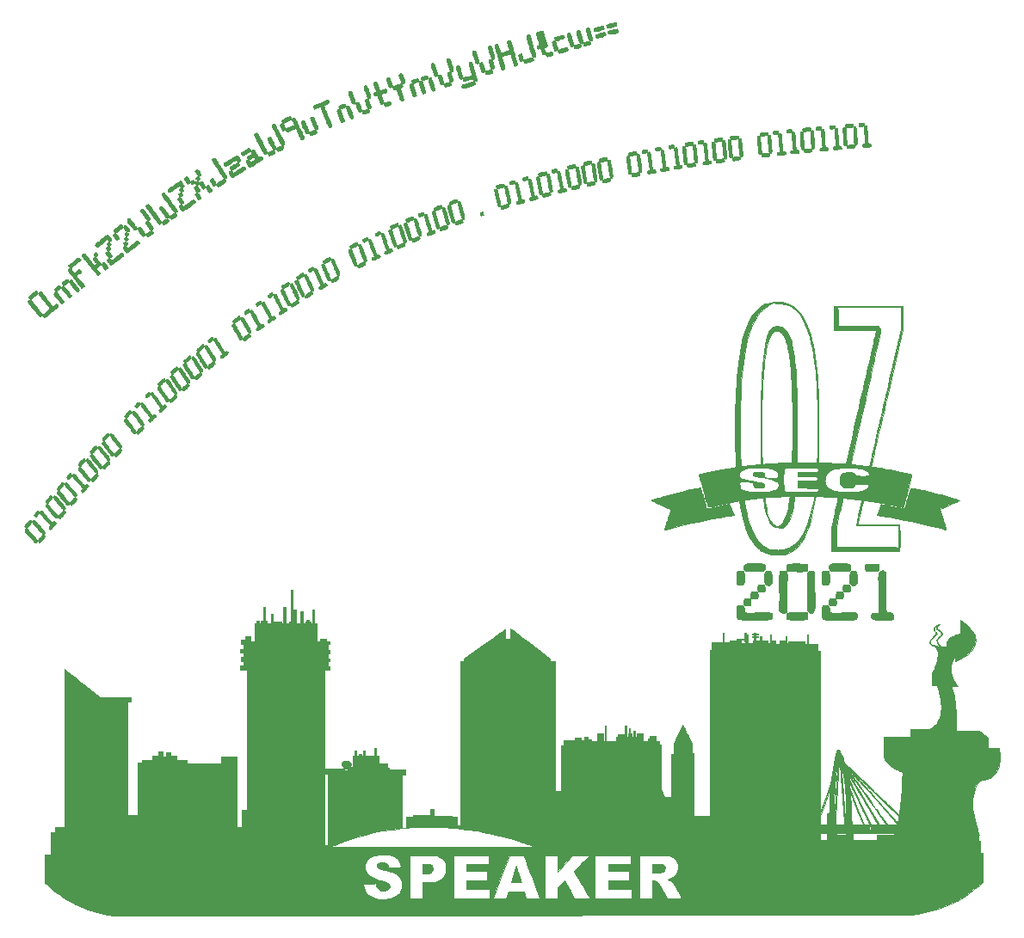
<source format=gbr>
%TF.GenerationSoftware,KiCad,Pcbnew,(5.1.10)-1*%
%TF.CreationDate,2021-10-02T23:42:34-05:00*%
%TF.ProjectId,OzSec 2021 - Speaker,4f7a5365-6320-4323-9032-31202d205370,rev?*%
%TF.SameCoordinates,Original*%
%TF.FileFunction,Legend,Top*%
%TF.FilePolarity,Positive*%
%FSLAX46Y46*%
G04 Gerber Fmt 4.6, Leading zero omitted, Abs format (unit mm)*
G04 Created by KiCad (PCBNEW (5.1.10)-1) date 2021-10-02 23:42:34*
%MOMM*%
%LPD*%
G01*
G04 APERTURE LIST*
%ADD10C,0.010000*%
G04 APERTURE END LIST*
D10*
%TO.C,G\u002A\u002A\u002A*%
G36*
X159781726Y-92998542D02*
G01*
X159914769Y-93008155D01*
X160014864Y-93027821D01*
X160086604Y-93060522D01*
X160134584Y-93109241D01*
X160163396Y-93176959D01*
X160177635Y-93266657D01*
X160181761Y-93366417D01*
X160183750Y-93535750D01*
X160056750Y-93539757D01*
X159986023Y-93537218D01*
X159886970Y-93527351D01*
X159772651Y-93511719D01*
X159656129Y-93491888D01*
X159654584Y-93491595D01*
X159478689Y-93457187D01*
X159340592Y-93427614D01*
X159236173Y-93401779D01*
X159161314Y-93378587D01*
X159111895Y-93356945D01*
X159089286Y-93341285D01*
X159058200Y-93287170D01*
X159054489Y-93216109D01*
X159077636Y-93142999D01*
X159097221Y-93112706D01*
X159135048Y-93071598D01*
X159179112Y-93041198D01*
X159236128Y-93019981D01*
X159312812Y-93006423D01*
X159415878Y-92998997D01*
X159552042Y-92996180D01*
X159611142Y-92996000D01*
X159781726Y-92998542D01*
G37*
X159781726Y-92998542D02*
X159914769Y-93008155D01*
X160014864Y-93027821D01*
X160086604Y-93060522D01*
X160134584Y-93109241D01*
X160163396Y-93176959D01*
X160177635Y-93266657D01*
X160181761Y-93366417D01*
X160183750Y-93535750D01*
X160056750Y-93539757D01*
X159986023Y-93537218D01*
X159886970Y-93527351D01*
X159772651Y-93511719D01*
X159656129Y-93491888D01*
X159654584Y-93491595D01*
X159478689Y-93457187D01*
X159340592Y-93427614D01*
X159236173Y-93401779D01*
X159161314Y-93378587D01*
X159111895Y-93356945D01*
X159089286Y-93341285D01*
X159058200Y-93287170D01*
X159054489Y-93216109D01*
X159077636Y-93142999D01*
X159097221Y-93112706D01*
X159135048Y-93071598D01*
X159179112Y-93041198D01*
X159236128Y-93019981D01*
X159312812Y-93006423D01*
X159415878Y-92998997D01*
X159552042Y-92996180D01*
X159611142Y-92996000D01*
X159781726Y-92998542D01*
G36*
X160368966Y-93552858D02*
G01*
X160395417Y-93567500D01*
X160386474Y-93581903D01*
X160343353Y-93588511D01*
X160333166Y-93588667D01*
X160283705Y-93583432D01*
X160258611Y-93570535D01*
X160257834Y-93567500D01*
X160276198Y-93552525D01*
X160320084Y-93546334D01*
X160368966Y-93552858D01*
G37*
X160368966Y-93552858D02*
X160395417Y-93567500D01*
X160386474Y-93581903D01*
X160343353Y-93588511D01*
X160333166Y-93588667D01*
X160283705Y-93583432D01*
X160258611Y-93570535D01*
X160257834Y-93567500D01*
X160276198Y-93552525D01*
X160320084Y-93546334D01*
X160368966Y-93552858D01*
G36*
X149552792Y-131583164D02*
G01*
X149748460Y-131585543D01*
X149906961Y-131593287D01*
X150033285Y-131607863D01*
X150132418Y-131630737D01*
X150209347Y-131663375D01*
X150269060Y-131707243D01*
X150316545Y-131763808D01*
X150347897Y-131816906D01*
X150385737Y-131928585D01*
X150391442Y-132046807D01*
X150367710Y-132161942D01*
X150317242Y-132264358D01*
X150242735Y-132344423D01*
X150191190Y-132376063D01*
X150077586Y-132415579D01*
X149926281Y-132444998D01*
X149740797Y-132463844D01*
X149524660Y-132471640D01*
X149482138Y-132471834D01*
X149166500Y-132471834D01*
X149166500Y-131582834D01*
X149552792Y-131583164D01*
G37*
X149552792Y-131583164D02*
X149748460Y-131585543D01*
X149906961Y-131593287D01*
X150033285Y-131607863D01*
X150132418Y-131630737D01*
X150209347Y-131663375D01*
X150269060Y-131707243D01*
X150316545Y-131763808D01*
X150347897Y-131816906D01*
X150385737Y-131928585D01*
X150391442Y-132046807D01*
X150367710Y-132161942D01*
X150317242Y-132264358D01*
X150242735Y-132344423D01*
X150191190Y-132376063D01*
X150077586Y-132415579D01*
X149926281Y-132444998D01*
X149740797Y-132463844D01*
X149524660Y-132471640D01*
X149482138Y-132471834D01*
X149166500Y-132471834D01*
X149166500Y-131582834D01*
X149552792Y-131583164D01*
G36*
X135762439Y-131845709D02*
G01*
X135782772Y-131894295D01*
X135812192Y-131976661D01*
X135851252Y-132094380D01*
X135900502Y-132249027D01*
X135960492Y-132442173D01*
X135989078Y-132535334D01*
X136039549Y-132700095D01*
X136087303Y-132855602D01*
X136130608Y-132996244D01*
X136167732Y-133116411D01*
X136196945Y-133210492D01*
X136216512Y-133272877D01*
X136222666Y-133292042D01*
X136252264Y-133382000D01*
X135764451Y-133382000D01*
X135605489Y-133381627D01*
X135484364Y-133380328D01*
X135396585Y-133377828D01*
X135337659Y-133373855D01*
X135303096Y-133368138D01*
X135288404Y-133360402D01*
X135287746Y-133353052D01*
X135297890Y-133322566D01*
X135318179Y-133258300D01*
X135346943Y-133165745D01*
X135382512Y-133050390D01*
X135423217Y-132917725D01*
X135467388Y-132773241D01*
X135513355Y-132622426D01*
X135559448Y-132470771D01*
X135603999Y-132323765D01*
X135645336Y-132186899D01*
X135681792Y-132065662D01*
X135711695Y-131965545D01*
X135733376Y-131892036D01*
X135745166Y-131850626D01*
X135746834Y-131843588D01*
X135750643Y-131829331D01*
X135762439Y-131845709D01*
G37*
X135762439Y-131845709D02*
X135782772Y-131894295D01*
X135812192Y-131976661D01*
X135851252Y-132094380D01*
X135900502Y-132249027D01*
X135960492Y-132442173D01*
X135989078Y-132535334D01*
X136039549Y-132700095D01*
X136087303Y-132855602D01*
X136130608Y-132996244D01*
X136167732Y-133116411D01*
X136196945Y-133210492D01*
X136216512Y-133272877D01*
X136222666Y-133292042D01*
X136252264Y-133382000D01*
X135764451Y-133382000D01*
X135605489Y-133381627D01*
X135484364Y-133380328D01*
X135396585Y-133377828D01*
X135337659Y-133373855D01*
X135303096Y-133368138D01*
X135288404Y-133360402D01*
X135287746Y-133353052D01*
X135297890Y-133322566D01*
X135318179Y-133258300D01*
X135346943Y-133165745D01*
X135382512Y-133050390D01*
X135423217Y-132917725D01*
X135467388Y-132773241D01*
X135513355Y-132622426D01*
X135559448Y-132470771D01*
X135603999Y-132323765D01*
X135645336Y-132186899D01*
X135681792Y-132065662D01*
X135711695Y-131965545D01*
X135733376Y-131892036D01*
X135745166Y-131850626D01*
X135746834Y-131843588D01*
X135750643Y-131829331D01*
X135762439Y-131845709D01*
G36*
X126788042Y-131582993D02*
G01*
X126983386Y-131588094D01*
X127142182Y-131604180D01*
X127269167Y-131632880D01*
X127369078Y-131675824D01*
X127446652Y-131734639D01*
X127506629Y-131810957D01*
X127520459Y-131834847D01*
X127568605Y-131961053D01*
X127582007Y-132091254D01*
X127562401Y-132217144D01*
X127511524Y-132330420D01*
X127431113Y-132422777D01*
X127391451Y-132451760D01*
X127315070Y-132492976D01*
X127230405Y-132522542D01*
X127129268Y-132541971D01*
X127003470Y-132552774D01*
X126844821Y-132556464D01*
X126824042Y-132556500D01*
X126560500Y-132556500D01*
X126560500Y-131582834D01*
X126788042Y-131582993D01*
G37*
X126788042Y-131582993D02*
X126983386Y-131588094D01*
X127142182Y-131604180D01*
X127269167Y-131632880D01*
X127369078Y-131675824D01*
X127446652Y-131734639D01*
X127506629Y-131810957D01*
X127520459Y-131834847D01*
X127568605Y-131961053D01*
X127582007Y-132091254D01*
X127562401Y-132217144D01*
X127511524Y-132330420D01*
X127431113Y-132422777D01*
X127391451Y-132451760D01*
X127315070Y-132492976D01*
X127230405Y-132522542D01*
X127129268Y-132541971D01*
X127003470Y-132552774D01*
X126844821Y-132556464D01*
X126824042Y-132556500D01*
X126560500Y-132556500D01*
X126560500Y-131582834D01*
X126788042Y-131582993D01*
G36*
X145527736Y-48744438D02*
G01*
X145563603Y-48771753D01*
X145587484Y-48830106D01*
X145602918Y-48924806D01*
X145603893Y-48934108D01*
X145615019Y-49043417D01*
X145459301Y-49101485D01*
X145359714Y-49135825D01*
X145252208Y-49168609D01*
X145166000Y-49191275D01*
X145077239Y-49208716D01*
X144979187Y-49223182D01*
X144881211Y-49233905D01*
X144792677Y-49240118D01*
X144722951Y-49241056D01*
X144681400Y-49235950D01*
X144674410Y-49231515D01*
X144659694Y-49192692D01*
X144644348Y-49132730D01*
X144631252Y-49066509D01*
X144623285Y-49008910D01*
X144623329Y-48974815D01*
X144624279Y-48972522D01*
X144657582Y-48947942D01*
X144726815Y-48918521D01*
X144826066Y-48885853D01*
X144949423Y-48851532D01*
X145090975Y-48817151D01*
X145244810Y-48784303D01*
X145405015Y-48754582D01*
X145476341Y-48742853D01*
X145527736Y-48744438D01*
G37*
X145527736Y-48744438D02*
X145563603Y-48771753D01*
X145587484Y-48830106D01*
X145602918Y-48924806D01*
X145603893Y-48934108D01*
X145615019Y-49043417D01*
X145459301Y-49101485D01*
X145359714Y-49135825D01*
X145252208Y-49168609D01*
X145166000Y-49191275D01*
X145077239Y-49208716D01*
X144979187Y-49223182D01*
X144881211Y-49233905D01*
X144792677Y-49240118D01*
X144722951Y-49241056D01*
X144681400Y-49235950D01*
X144674410Y-49231515D01*
X144659694Y-49192692D01*
X144644348Y-49132730D01*
X144631252Y-49066509D01*
X144623285Y-49008910D01*
X144623329Y-48974815D01*
X144624279Y-48972522D01*
X144657582Y-48947942D01*
X144726815Y-48918521D01*
X144826066Y-48885853D01*
X144949423Y-48851532D01*
X145090975Y-48817151D01*
X145244810Y-48784303D01*
X145405015Y-48754582D01*
X145476341Y-48742853D01*
X145527736Y-48744438D01*
G36*
X144283763Y-49074512D02*
G01*
X144286291Y-49077124D01*
X144309848Y-49115223D01*
X144334951Y-49174935D01*
X144357133Y-49242232D01*
X144371928Y-49303082D01*
X144374871Y-49343455D01*
X144372917Y-49349255D01*
X144343002Y-49372736D01*
X144279939Y-49405630D01*
X144190965Y-49444657D01*
X144083318Y-49486539D01*
X144019517Y-49509346D01*
X143847805Y-49560460D01*
X143660495Y-49598763D01*
X143552013Y-49614803D01*
X143490594Y-49621030D01*
X143457375Y-49615326D01*
X143438821Y-49592862D01*
X143429808Y-49571202D01*
X143410550Y-49511753D01*
X143391636Y-49440432D01*
X143389325Y-49430409D01*
X143370476Y-49346517D01*
X143522113Y-49275138D01*
X143615668Y-49236999D01*
X143730139Y-49198792D01*
X143844668Y-49167303D01*
X143874504Y-49160485D01*
X143974077Y-49137402D01*
X144069163Y-49112579D01*
X144144480Y-49090104D01*
X144166747Y-49082271D01*
X144225688Y-49062314D01*
X144260117Y-49059925D01*
X144283763Y-49074512D01*
G37*
X144283763Y-49074512D02*
X144286291Y-49077124D01*
X144309848Y-49115223D01*
X144334951Y-49174935D01*
X144357133Y-49242232D01*
X144371928Y-49303082D01*
X144374871Y-49343455D01*
X144372917Y-49349255D01*
X144343002Y-49372736D01*
X144279939Y-49405630D01*
X144190965Y-49444657D01*
X144083318Y-49486539D01*
X144019517Y-49509346D01*
X143847805Y-49560460D01*
X143660495Y-49598763D01*
X143552013Y-49614803D01*
X143490594Y-49621030D01*
X143457375Y-49615326D01*
X143438821Y-49592862D01*
X143429808Y-49571202D01*
X143410550Y-49511753D01*
X143391636Y-49440432D01*
X143389325Y-49430409D01*
X143370476Y-49346517D01*
X143522113Y-49275138D01*
X143615668Y-49236999D01*
X143730139Y-49198792D01*
X143844668Y-49167303D01*
X143874504Y-49160485D01*
X143974077Y-49137402D01*
X144069163Y-49112579D01*
X144144480Y-49090104D01*
X144166747Y-49082271D01*
X144225688Y-49062314D01*
X144260117Y-49059925D01*
X144283763Y-49074512D01*
G36*
X145682781Y-49380539D02*
G01*
X145716221Y-49431383D01*
X145738194Y-49509342D01*
X145744811Y-49576494D01*
X145748084Y-49672048D01*
X145584427Y-49732719D01*
X145389113Y-49793049D01*
X145171302Y-49839504D01*
X144959003Y-49867263D01*
X144886303Y-49872702D01*
X144844348Y-49870564D01*
X144821757Y-49857463D01*
X144807151Y-49830013D01*
X144803615Y-49821032D01*
X144788298Y-49761825D01*
X144778694Y-49688246D01*
X144777779Y-49671620D01*
X144778275Y-49613347D01*
X144792470Y-49581114D01*
X144830969Y-49558740D01*
X144859084Y-49547564D01*
X144930207Y-49524021D01*
X145031126Y-49495600D01*
X145151092Y-49464817D01*
X145279354Y-49434192D01*
X145405164Y-49406241D01*
X145517772Y-49383482D01*
X145606429Y-49368432D01*
X145641526Y-49364317D01*
X145682781Y-49380539D01*
G37*
X145682781Y-49380539D02*
X145716221Y-49431383D01*
X145738194Y-49509342D01*
X145744811Y-49576494D01*
X145748084Y-49672048D01*
X145584427Y-49732719D01*
X145389113Y-49793049D01*
X145171302Y-49839504D01*
X144959003Y-49867263D01*
X144886303Y-49872702D01*
X144844348Y-49870564D01*
X144821757Y-49857463D01*
X144807151Y-49830013D01*
X144803615Y-49821032D01*
X144788298Y-49761825D01*
X144778694Y-49688246D01*
X144777779Y-49671620D01*
X144778275Y-49613347D01*
X144792470Y-49581114D01*
X144830969Y-49558740D01*
X144859084Y-49547564D01*
X144930207Y-49524021D01*
X145031126Y-49495600D01*
X145151092Y-49464817D01*
X145279354Y-49434192D01*
X145405164Y-49406241D01*
X145517772Y-49383482D01*
X145606429Y-49368432D01*
X145641526Y-49364317D01*
X145682781Y-49380539D01*
G36*
X144453492Y-49688448D02*
G01*
X144485770Y-49728683D01*
X144517060Y-49805208D01*
X144518874Y-49810499D01*
X144543802Y-49891880D01*
X144548246Y-49945517D01*
X144527936Y-49982770D01*
X144478602Y-50015000D01*
X144433988Y-50036334D01*
X144307920Y-50087534D01*
X144163277Y-50135774D01*
X144011739Y-50178059D01*
X143864991Y-50211392D01*
X143734713Y-50232777D01*
X143642458Y-50239334D01*
X143626080Y-50221112D01*
X143603866Y-50174631D01*
X143591073Y-50140313D01*
X143564956Y-50056267D01*
X143558772Y-49999358D01*
X143577436Y-49959160D01*
X143625862Y-49925250D01*
X143708968Y-49887204D01*
X143710792Y-49886425D01*
X143803284Y-49851578D01*
X143917576Y-49815119D01*
X144033849Y-49783201D01*
X144074085Y-49773621D01*
X144172090Y-49750130D01*
X144262405Y-49726047D01*
X144331813Y-49705005D01*
X144356393Y-49696001D01*
X144412831Y-49679290D01*
X144453492Y-49688448D01*
G37*
X144453492Y-49688448D02*
X144485770Y-49728683D01*
X144517060Y-49805208D01*
X144518874Y-49810499D01*
X144543802Y-49891880D01*
X144548246Y-49945517D01*
X144527936Y-49982770D01*
X144478602Y-50015000D01*
X144433988Y-50036334D01*
X144307920Y-50087534D01*
X144163277Y-50135774D01*
X144011739Y-50178059D01*
X143864991Y-50211392D01*
X143734713Y-50232777D01*
X143642458Y-50239334D01*
X143626080Y-50221112D01*
X143603866Y-50174631D01*
X143591073Y-50140313D01*
X143564956Y-50056267D01*
X143558772Y-49999358D01*
X143577436Y-49959160D01*
X143625862Y-49925250D01*
X143708968Y-49887204D01*
X143710792Y-49886425D01*
X143803284Y-49851578D01*
X143917576Y-49815119D01*
X144033849Y-49783201D01*
X144074085Y-49773621D01*
X144172090Y-49750130D01*
X144262405Y-49726047D01*
X144331813Y-49705005D01*
X144356393Y-49696001D01*
X144412831Y-49679290D01*
X144453492Y-49688448D01*
G36*
X140386569Y-49971266D02*
G01*
X140437798Y-50003877D01*
X140472813Y-50063750D01*
X140487655Y-50137625D01*
X140478364Y-50212241D01*
X140466751Y-50239800D01*
X140434656Y-50268338D01*
X140373025Y-50299705D01*
X140313292Y-50321687D01*
X140234200Y-50347593D01*
X140131899Y-50382246D01*
X140022985Y-50419990D01*
X139969584Y-50438840D01*
X139844377Y-50480794D01*
X139750073Y-50505010D01*
X139679249Y-50511733D01*
X139624485Y-50501212D01*
X139578359Y-50473693D01*
X139555205Y-50452628D01*
X139505498Y-50380045D01*
X139494052Y-50304817D01*
X139521324Y-50234676D01*
X139540959Y-50211913D01*
X139578714Y-50189566D01*
X139649216Y-50160561D01*
X139744127Y-50127270D01*
X139855113Y-50092067D01*
X139973836Y-50057323D01*
X140091960Y-50025411D01*
X140201148Y-49998703D01*
X140293066Y-49979571D01*
X140359376Y-49970388D01*
X140386569Y-49971266D01*
G37*
X140386569Y-49971266D02*
X140437798Y-50003877D01*
X140472813Y-50063750D01*
X140487655Y-50137625D01*
X140478364Y-50212241D01*
X140466751Y-50239800D01*
X140434656Y-50268338D01*
X140373025Y-50299705D01*
X140313292Y-50321687D01*
X140234200Y-50347593D01*
X140131899Y-50382246D01*
X140022985Y-50419990D01*
X139969584Y-50438840D01*
X139844377Y-50480794D01*
X139750073Y-50505010D01*
X139679249Y-50511733D01*
X139624485Y-50501212D01*
X139578359Y-50473693D01*
X139555205Y-50452628D01*
X139505498Y-50380045D01*
X139494052Y-50304817D01*
X139521324Y-50234676D01*
X139540959Y-50211913D01*
X139578714Y-50189566D01*
X139649216Y-50160561D01*
X139744127Y-50127270D01*
X139855113Y-50092067D01*
X139973836Y-50057323D01*
X140091960Y-50025411D01*
X140201148Y-49998703D01*
X140293066Y-49979571D01*
X140359376Y-49970388D01*
X140386569Y-49971266D01*
G36*
X142876276Y-49262191D02*
G01*
X142911738Y-49291703D01*
X142944594Y-49343851D01*
X142977308Y-49422941D01*
X143012344Y-49533279D01*
X143052165Y-49679172D01*
X143069427Y-49746252D01*
X143098993Y-49857115D01*
X143130247Y-49965514D01*
X143159119Y-50057773D01*
X143178373Y-50112334D01*
X143207216Y-50210646D01*
X143224422Y-50317210D01*
X143226517Y-50352247D01*
X143225605Y-50426088D01*
X143216093Y-50471807D01*
X143193958Y-50503368D01*
X143179280Y-50516289D01*
X143124130Y-50549509D01*
X143069979Y-50551417D01*
X143003174Y-50521925D01*
X142991680Y-50515070D01*
X142948481Y-50480818D01*
X142911591Y-50431326D01*
X142877531Y-50359576D01*
X142842822Y-50258551D01*
X142812993Y-50154667D01*
X142788008Y-50065646D01*
X142755399Y-49953131D01*
X142720112Y-49834052D01*
X142697860Y-49760431D01*
X142654095Y-49599230D01*
X142630475Y-49469294D01*
X142627107Y-49372206D01*
X142644099Y-49309544D01*
X142665682Y-49288252D01*
X142712688Y-49270879D01*
X142776753Y-49255723D01*
X142787678Y-49253853D01*
X142835744Y-49251010D01*
X142876276Y-49262191D01*
G37*
X142876276Y-49262191D02*
X142911738Y-49291703D01*
X142944594Y-49343851D01*
X142977308Y-49422941D01*
X143012344Y-49533279D01*
X143052165Y-49679172D01*
X143069427Y-49746252D01*
X143098993Y-49857115D01*
X143130247Y-49965514D01*
X143159119Y-50057773D01*
X143178373Y-50112334D01*
X143207216Y-50210646D01*
X143224422Y-50317210D01*
X143226517Y-50352247D01*
X143225605Y-50426088D01*
X143216093Y-50471807D01*
X143193958Y-50503368D01*
X143179280Y-50516289D01*
X143124130Y-50549509D01*
X143069979Y-50551417D01*
X143003174Y-50521925D01*
X142991680Y-50515070D01*
X142948481Y-50480818D01*
X142911591Y-50431326D01*
X142877531Y-50359576D01*
X142842822Y-50258551D01*
X142812993Y-50154667D01*
X142788008Y-50065646D01*
X142755399Y-49953131D01*
X142720112Y-49834052D01*
X142697860Y-49760431D01*
X142654095Y-49599230D01*
X142630475Y-49469294D01*
X142627107Y-49372206D01*
X142644099Y-49309544D01*
X142665682Y-49288252D01*
X142712688Y-49270879D01*
X142776753Y-49255723D01*
X142787678Y-49253853D01*
X142835744Y-49251010D01*
X142876276Y-49262191D01*
G36*
X141942436Y-49526467D02*
G01*
X142000348Y-49580395D01*
X142034144Y-49652100D01*
X142046761Y-49698278D01*
X142069087Y-49777957D01*
X142099089Y-49883966D01*
X142134735Y-50009134D01*
X142173992Y-50146289D01*
X142193572Y-50214455D01*
X142239048Y-50374062D01*
X142272813Y-50498218D01*
X142295332Y-50592016D01*
X142307067Y-50660551D01*
X142308483Y-50708916D01*
X142300043Y-50742205D01*
X142282212Y-50765512D01*
X142255453Y-50783930D01*
X142245907Y-50789182D01*
X142172829Y-50809243D01*
X142094621Y-50802420D01*
X142036174Y-50773792D01*
X142012750Y-50738988D01*
X141981006Y-50670352D01*
X141943250Y-50575031D01*
X141901792Y-50460169D01*
X141858938Y-50332913D01*
X141816997Y-50200408D01*
X141778278Y-50069800D01*
X141745088Y-49948235D01*
X141719736Y-49842859D01*
X141704530Y-49760817D01*
X141702080Y-49739489D01*
X141696428Y-49658526D01*
X141698240Y-49607352D01*
X141709512Y-49573775D01*
X141732240Y-49545607D01*
X141734136Y-49543697D01*
X141799202Y-49504458D01*
X141872011Y-49499934D01*
X141942436Y-49526467D01*
G37*
X141942436Y-49526467D02*
X142000348Y-49580395D01*
X142034144Y-49652100D01*
X142046761Y-49698278D01*
X142069087Y-49777957D01*
X142099089Y-49883966D01*
X142134735Y-50009134D01*
X142173992Y-50146289D01*
X142193572Y-50214455D01*
X142239048Y-50374062D01*
X142272813Y-50498218D01*
X142295332Y-50592016D01*
X142307067Y-50660551D01*
X142308483Y-50708916D01*
X142300043Y-50742205D01*
X142282212Y-50765512D01*
X142255453Y-50783930D01*
X142245907Y-50789182D01*
X142172829Y-50809243D01*
X142094621Y-50802420D01*
X142036174Y-50773792D01*
X142012750Y-50738988D01*
X141981006Y-50670352D01*
X141943250Y-50575031D01*
X141901792Y-50460169D01*
X141858938Y-50332913D01*
X141816997Y-50200408D01*
X141778278Y-50069800D01*
X141745088Y-49948235D01*
X141719736Y-49842859D01*
X141704530Y-49760817D01*
X141702080Y-49739489D01*
X141696428Y-49658526D01*
X141698240Y-49607352D01*
X141709512Y-49573775D01*
X141732240Y-49545607D01*
X141734136Y-49543697D01*
X141799202Y-49504458D01*
X141872011Y-49499934D01*
X141942436Y-49526467D01*
G36*
X142941503Y-50596193D02*
G01*
X143001735Y-50643230D01*
X143045201Y-50708129D01*
X143064584Y-50779759D01*
X143052565Y-50846989D01*
X143050813Y-50850403D01*
X143021459Y-50879195D01*
X142962354Y-50907961D01*
X142870036Y-50937908D01*
X142741041Y-50970241D01*
X142649519Y-50990255D01*
X142557023Y-51009140D01*
X142496530Y-51018712D01*
X142458705Y-51018786D01*
X142434213Y-51009174D01*
X142413719Y-50989689D01*
X142410028Y-50985459D01*
X142374658Y-50926670D01*
X142345441Y-50848127D01*
X142330317Y-50772371D01*
X142329667Y-50757326D01*
X142348806Y-50710879D01*
X142387875Y-50686719D01*
X142449839Y-50666094D01*
X142536499Y-50642599D01*
X142634876Y-50619146D01*
X142731990Y-50598647D01*
X142814863Y-50584014D01*
X142870515Y-50578159D01*
X142871822Y-50578148D01*
X142941503Y-50596193D01*
G37*
X142941503Y-50596193D02*
X143001735Y-50643230D01*
X143045201Y-50708129D01*
X143064584Y-50779759D01*
X143052565Y-50846989D01*
X143050813Y-50850403D01*
X143021459Y-50879195D01*
X142962354Y-50907961D01*
X142870036Y-50937908D01*
X142741041Y-50970241D01*
X142649519Y-50990255D01*
X142557023Y-51009140D01*
X142496530Y-51018712D01*
X142458705Y-51018786D01*
X142434213Y-51009174D01*
X142413719Y-50989689D01*
X142410028Y-50985459D01*
X142374658Y-50926670D01*
X142345441Y-50848127D01*
X142330317Y-50772371D01*
X142329667Y-50757326D01*
X142348806Y-50710879D01*
X142387875Y-50686719D01*
X142449839Y-50666094D01*
X142536499Y-50642599D01*
X142634876Y-50619146D01*
X142731990Y-50598647D01*
X142814863Y-50584014D01*
X142870515Y-50578159D01*
X142871822Y-50578148D01*
X142941503Y-50596193D01*
G36*
X140993738Y-49787648D02*
G01*
X141061947Y-49832358D01*
X141107524Y-49912634D01*
X141120516Y-49959064D01*
X141133450Y-50010855D01*
X141156301Y-50094881D01*
X141186732Y-50202853D01*
X141222408Y-50326486D01*
X141260990Y-50457491D01*
X141262208Y-50461584D01*
X141299755Y-50588682D01*
X141333513Y-50704853D01*
X141361429Y-50802871D01*
X141381447Y-50875514D01*
X141391513Y-50915557D01*
X141391888Y-50917462D01*
X141384797Y-50979957D01*
X141345953Y-51031735D01*
X141285613Y-51067289D01*
X141214035Y-51081109D01*
X141141477Y-51067688D01*
X141125923Y-51060274D01*
X141106106Y-51043872D01*
X141085178Y-51012940D01*
X141060998Y-50962410D01*
X141031429Y-50887215D01*
X140994331Y-50782286D01*
X140947566Y-50642555D01*
X140940259Y-50620334D01*
X140873759Y-50411348D01*
X140823824Y-50238238D01*
X140790319Y-50097981D01*
X140773107Y-49987554D01*
X140772052Y-49903932D01*
X140787016Y-49844094D01*
X140817863Y-49805015D01*
X140864457Y-49783672D01*
X140902222Y-49777944D01*
X140993738Y-49787648D01*
G37*
X140993738Y-49787648D02*
X141061947Y-49832358D01*
X141107524Y-49912634D01*
X141120516Y-49959064D01*
X141133450Y-50010855D01*
X141156301Y-50094881D01*
X141186732Y-50202853D01*
X141222408Y-50326486D01*
X141260990Y-50457491D01*
X141262208Y-50461584D01*
X141299755Y-50588682D01*
X141333513Y-50704853D01*
X141361429Y-50802871D01*
X141381447Y-50875514D01*
X141391513Y-50915557D01*
X141391888Y-50917462D01*
X141384797Y-50979957D01*
X141345953Y-51031735D01*
X141285613Y-51067289D01*
X141214035Y-51081109D01*
X141141477Y-51067688D01*
X141125923Y-51060274D01*
X141106106Y-51043872D01*
X141085178Y-51012940D01*
X141060998Y-50962410D01*
X141031429Y-50887215D01*
X140994331Y-50782286D01*
X140947566Y-50642555D01*
X140940259Y-50620334D01*
X140873759Y-50411348D01*
X140823824Y-50238238D01*
X140790319Y-50097981D01*
X140773107Y-49987554D01*
X140772052Y-49903932D01*
X140787016Y-49844094D01*
X140817863Y-49805015D01*
X140864457Y-49783672D01*
X140902222Y-49777944D01*
X140993738Y-49787648D01*
G36*
X142003396Y-50848701D02*
G01*
X142055237Y-50890338D01*
X142100923Y-50944217D01*
X142127683Y-50997640D01*
X142128605Y-51001430D01*
X142137131Y-51059633D01*
X142130155Y-51104379D01*
X142102510Y-51139687D01*
X142049030Y-51169574D01*
X141964550Y-51198060D01*
X141843902Y-51229164D01*
X141832250Y-51231953D01*
X141710542Y-51260523D01*
X141623156Y-51279162D01*
X141563349Y-51288225D01*
X141524379Y-51288067D01*
X141499504Y-51279045D01*
X141481982Y-51261513D01*
X141474616Y-51250814D01*
X141445613Y-51193298D01*
X141421988Y-51123748D01*
X141406921Y-51055645D01*
X141403590Y-51002470D01*
X141410831Y-50980369D01*
X141437615Y-50968115D01*
X141495803Y-50948758D01*
X141575609Y-50924952D01*
X141667243Y-50899349D01*
X141760917Y-50874603D01*
X141846842Y-50853367D01*
X141915231Y-50838295D01*
X141956295Y-50832040D01*
X141958171Y-50832000D01*
X142003396Y-50848701D01*
G37*
X142003396Y-50848701D02*
X142055237Y-50890338D01*
X142100923Y-50944217D01*
X142127683Y-50997640D01*
X142128605Y-51001430D01*
X142137131Y-51059633D01*
X142130155Y-51104379D01*
X142102510Y-51139687D01*
X142049030Y-51169574D01*
X141964550Y-51198060D01*
X141843902Y-51229164D01*
X141832250Y-51231953D01*
X141710542Y-51260523D01*
X141623156Y-51279162D01*
X141563349Y-51288225D01*
X141524379Y-51288067D01*
X141499504Y-51279045D01*
X141481982Y-51261513D01*
X141474616Y-51250814D01*
X141445613Y-51193298D01*
X141421988Y-51123748D01*
X141406921Y-51055645D01*
X141403590Y-51002470D01*
X141410831Y-50980369D01*
X141437615Y-50968115D01*
X141495803Y-50948758D01*
X141575609Y-50924952D01*
X141667243Y-50899349D01*
X141760917Y-50874603D01*
X141846842Y-50853367D01*
X141915231Y-50838295D01*
X141956295Y-50832040D01*
X141958171Y-50832000D01*
X142003396Y-50848701D01*
G36*
X139553537Y-50549672D02*
G01*
X139569005Y-50558151D01*
X139617095Y-50617839D01*
X139655954Y-50711297D01*
X139683323Y-50821417D01*
X139702152Y-50900897D01*
X139730179Y-51002328D01*
X139762360Y-51107794D01*
X139773704Y-51142444D01*
X139803799Y-51235886D01*
X139820483Y-51299818D01*
X139825291Y-51344340D01*
X139819757Y-51379550D01*
X139812702Y-51398990D01*
X139766610Y-51459544D01*
X139695183Y-51498085D01*
X139611718Y-51509913D01*
X139540513Y-51495167D01*
X139503729Y-51460004D01*
X139467834Y-51386866D01*
X139434706Y-51280098D01*
X139420022Y-51216672D01*
X139394805Y-51114825D01*
X139361403Y-51002675D01*
X139335474Y-50927579D01*
X139297862Y-50805500D01*
X139283419Y-50703628D01*
X139292491Y-50627330D01*
X139313670Y-50591354D01*
X139360492Y-50564385D01*
X139427519Y-50546960D01*
X139497589Y-50541312D01*
X139553537Y-50549672D01*
G37*
X139553537Y-50549672D02*
X139569005Y-50558151D01*
X139617095Y-50617839D01*
X139655954Y-50711297D01*
X139683323Y-50821417D01*
X139702152Y-50900897D01*
X139730179Y-51002328D01*
X139762360Y-51107794D01*
X139773704Y-51142444D01*
X139803799Y-51235886D01*
X139820483Y-51299818D01*
X139825291Y-51344340D01*
X139819757Y-51379550D01*
X139812702Y-51398990D01*
X139766610Y-51459544D01*
X139695183Y-51498085D01*
X139611718Y-51509913D01*
X139540513Y-51495167D01*
X139503729Y-51460004D01*
X139467834Y-51386866D01*
X139434706Y-51280098D01*
X139420022Y-51216672D01*
X139394805Y-51114825D01*
X139361403Y-51002675D01*
X139335474Y-50927579D01*
X139297862Y-50805500D01*
X139283419Y-50703628D01*
X139292491Y-50627330D01*
X139313670Y-50591354D01*
X139360492Y-50564385D01*
X139427519Y-50546960D01*
X139497589Y-50541312D01*
X139553537Y-50549672D01*
G36*
X140734716Y-51210631D02*
G01*
X140789266Y-51263480D01*
X140818853Y-51345542D01*
X140819961Y-51353040D01*
X140822218Y-51434589D01*
X140799274Y-51491977D01*
X140745278Y-51533016D01*
X140662592Y-51563209D01*
X140590771Y-51584262D01*
X140493136Y-51613571D01*
X140384270Y-51646734D01*
X140308250Y-51670176D01*
X140176729Y-51708904D01*
X140078429Y-51732139D01*
X140007296Y-51740177D01*
X139957272Y-51733319D01*
X139922303Y-51711862D01*
X139904665Y-51690057D01*
X139878788Y-51633385D01*
X139860704Y-51563791D01*
X139859465Y-51555514D01*
X139859504Y-51493143D01*
X139881911Y-51444409D01*
X139931732Y-51405256D01*
X140014014Y-51371623D01*
X140125847Y-51341327D01*
X140233376Y-51313616D01*
X140347907Y-51280587D01*
X140446611Y-51248862D01*
X140456417Y-51245419D01*
X140537458Y-51219182D01*
X140610025Y-51200163D01*
X140658976Y-51192308D01*
X140660447Y-51192280D01*
X140734716Y-51210631D01*
G37*
X140734716Y-51210631D02*
X140789266Y-51263480D01*
X140818853Y-51345542D01*
X140819961Y-51353040D01*
X140822218Y-51434589D01*
X140799274Y-51491977D01*
X140745278Y-51533016D01*
X140662592Y-51563209D01*
X140590771Y-51584262D01*
X140493136Y-51613571D01*
X140384270Y-51646734D01*
X140308250Y-51670176D01*
X140176729Y-51708904D01*
X140078429Y-51732139D01*
X140007296Y-51740177D01*
X139957272Y-51733319D01*
X139922303Y-51711862D01*
X139904665Y-51690057D01*
X139878788Y-51633385D01*
X139860704Y-51563791D01*
X139859465Y-51555514D01*
X139859504Y-51493143D01*
X139881911Y-51444409D01*
X139931732Y-51405256D01*
X140014014Y-51371623D01*
X140125847Y-51341327D01*
X140233376Y-51313616D01*
X140347907Y-51280587D01*
X140446611Y-51248862D01*
X140456417Y-51245419D01*
X140537458Y-51219182D01*
X140610025Y-51200163D01*
X140658976Y-51192308D01*
X140660447Y-51192280D01*
X140734716Y-51210631D01*
G36*
X138338103Y-49554646D02*
G01*
X138365943Y-49581336D01*
X138393231Y-49634574D01*
X138406808Y-49667834D01*
X138429393Y-49735245D01*
X138456353Y-49831136D01*
X138484204Y-49942386D01*
X138507996Y-50048834D01*
X138539636Y-50181956D01*
X138580974Y-50330459D01*
X138625834Y-50473088D01*
X138655564Y-50556834D01*
X138716935Y-50724829D01*
X138759716Y-50858689D01*
X138783847Y-50962337D01*
X138789273Y-51039698D01*
X138775935Y-51094697D01*
X138743777Y-51131257D01*
X138692741Y-51153303D01*
X138646734Y-51162072D01*
X138576660Y-51176571D01*
X138530300Y-51201640D01*
X138506844Y-51242354D01*
X138505480Y-51303785D01*
X138525397Y-51391009D01*
X138565782Y-51509098D01*
X138583683Y-51556276D01*
X138612856Y-51634552D01*
X138634858Y-51698560D01*
X138645996Y-51737384D01*
X138646667Y-51742446D01*
X138632881Y-51771668D01*
X138599237Y-51812601D01*
X138594712Y-51817212D01*
X138530034Y-51855667D01*
X138448470Y-51869928D01*
X138369359Y-51857706D01*
X138345742Y-51846696D01*
X138328245Y-51829193D01*
X138309199Y-51793508D01*
X138286801Y-51734588D01*
X138259247Y-51647379D01*
X138224732Y-51526827D01*
X138201995Y-51443988D01*
X138175181Y-51370136D01*
X138138380Y-51325727D01*
X138084023Y-51307668D01*
X138004540Y-51312867D01*
X137923579Y-51330244D01*
X137877494Y-51332956D01*
X137843522Y-51306611D01*
X137830986Y-51288888D01*
X137805493Y-51232114D01*
X137786971Y-51159408D01*
X137784150Y-51139676D01*
X137779547Y-51081270D01*
X137787240Y-51051644D01*
X137813386Y-51037688D01*
X137834409Y-51032683D01*
X137924922Y-51006758D01*
X137982477Y-50972804D01*
X138015993Y-50926208D01*
X138022954Y-50903481D01*
X138023890Y-50873382D01*
X138017460Y-50830319D01*
X138002322Y-50768697D01*
X137977133Y-50682923D01*
X137940551Y-50567402D01*
X137900389Y-50444355D01*
X137833136Y-50231053D01*
X137784023Y-50055247D01*
X137752917Y-49916248D01*
X137739685Y-49813365D01*
X137744195Y-49745908D01*
X137760509Y-49716967D01*
X137800088Y-49695195D01*
X137869272Y-49666814D01*
X137957387Y-49635227D01*
X138053759Y-49603838D01*
X138147713Y-49576051D01*
X138228576Y-49555268D01*
X138285672Y-49544894D01*
X138301204Y-49544574D01*
X138338103Y-49554646D01*
G37*
X138338103Y-49554646D02*
X138365943Y-49581336D01*
X138393231Y-49634574D01*
X138406808Y-49667834D01*
X138429393Y-49735245D01*
X138456353Y-49831136D01*
X138484204Y-49942386D01*
X138507996Y-50048834D01*
X138539636Y-50181956D01*
X138580974Y-50330459D01*
X138625834Y-50473088D01*
X138655564Y-50556834D01*
X138716935Y-50724829D01*
X138759716Y-50858689D01*
X138783847Y-50962337D01*
X138789273Y-51039698D01*
X138775935Y-51094697D01*
X138743777Y-51131257D01*
X138692741Y-51153303D01*
X138646734Y-51162072D01*
X138576660Y-51176571D01*
X138530300Y-51201640D01*
X138506844Y-51242354D01*
X138505480Y-51303785D01*
X138525397Y-51391009D01*
X138565782Y-51509098D01*
X138583683Y-51556276D01*
X138612856Y-51634552D01*
X138634858Y-51698560D01*
X138645996Y-51737384D01*
X138646667Y-51742446D01*
X138632881Y-51771668D01*
X138599237Y-51812601D01*
X138594712Y-51817212D01*
X138530034Y-51855667D01*
X138448470Y-51869928D01*
X138369359Y-51857706D01*
X138345742Y-51846696D01*
X138328245Y-51829193D01*
X138309199Y-51793508D01*
X138286801Y-51734588D01*
X138259247Y-51647379D01*
X138224732Y-51526827D01*
X138201995Y-51443988D01*
X138175181Y-51370136D01*
X138138380Y-51325727D01*
X138084023Y-51307668D01*
X138004540Y-51312867D01*
X137923579Y-51330244D01*
X137877494Y-51332956D01*
X137843522Y-51306611D01*
X137830986Y-51288888D01*
X137805493Y-51232114D01*
X137786971Y-51159408D01*
X137784150Y-51139676D01*
X137779547Y-51081270D01*
X137787240Y-51051644D01*
X137813386Y-51037688D01*
X137834409Y-51032683D01*
X137924922Y-51006758D01*
X137982477Y-50972804D01*
X138015993Y-50926208D01*
X138022954Y-50903481D01*
X138023890Y-50873382D01*
X138017460Y-50830319D01*
X138002322Y-50768697D01*
X137977133Y-50682923D01*
X137940551Y-50567402D01*
X137900389Y-50444355D01*
X137833136Y-50231053D01*
X137784023Y-50055247D01*
X137752917Y-49916248D01*
X137739685Y-49813365D01*
X137744195Y-49745908D01*
X137760509Y-49716967D01*
X137800088Y-49695195D01*
X137869272Y-49666814D01*
X137957387Y-49635227D01*
X138053759Y-49603838D01*
X138147713Y-49576051D01*
X138228576Y-49555268D01*
X138285672Y-49544894D01*
X138301204Y-49544574D01*
X138338103Y-49554646D01*
G36*
X139269402Y-51635113D02*
G01*
X139270604Y-51635936D01*
X139289137Y-51666973D01*
X139310444Y-51725066D01*
X139324627Y-51776532D01*
X139339854Y-51844338D01*
X139342801Y-51884843D01*
X139331309Y-51911855D01*
X139303215Y-51939180D01*
X139298530Y-51943217D01*
X139247444Y-51973326D01*
X139167341Y-52005588D01*
X139071115Y-52036198D01*
X138971661Y-52061353D01*
X138881873Y-52077250D01*
X138831970Y-52080834D01*
X138764969Y-52069668D01*
X138715668Y-52029984D01*
X138711703Y-52025062D01*
X138669752Y-51943593D01*
X138668097Y-51862745D01*
X138705099Y-51788935D01*
X138779118Y-51728581D01*
X138788736Y-51723406D01*
X138839472Y-51704009D01*
X138913866Y-51683662D01*
X139001310Y-51664294D01*
X139091195Y-51647829D01*
X139172911Y-51636194D01*
X139235850Y-51631313D01*
X139269402Y-51635113D01*
G37*
X139269402Y-51635113D02*
X139270604Y-51635936D01*
X139289137Y-51666973D01*
X139310444Y-51725066D01*
X139324627Y-51776532D01*
X139339854Y-51844338D01*
X139342801Y-51884843D01*
X139331309Y-51911855D01*
X139303215Y-51939180D01*
X139298530Y-51943217D01*
X139247444Y-51973326D01*
X139167341Y-52005588D01*
X139071115Y-52036198D01*
X138971661Y-52061353D01*
X138881873Y-52077250D01*
X138831970Y-52080834D01*
X138764969Y-52069668D01*
X138715668Y-52029984D01*
X138711703Y-52025062D01*
X138669752Y-51943593D01*
X138668097Y-51862745D01*
X138705099Y-51788935D01*
X138779118Y-51728581D01*
X138788736Y-51723406D01*
X138839472Y-51704009D01*
X138913866Y-51683662D01*
X139001310Y-51664294D01*
X139091195Y-51647829D01*
X139172911Y-51636194D01*
X139235850Y-51631313D01*
X139269402Y-51635113D01*
G36*
X137024347Y-49934168D02*
G01*
X137058192Y-49966077D01*
X137095139Y-50033418D01*
X137132372Y-50129703D01*
X137167075Y-50248445D01*
X137175212Y-50281667D01*
X137189614Y-50337947D01*
X137214179Y-50428583D01*
X137247115Y-50547322D01*
X137286633Y-50687909D01*
X137330941Y-50844090D01*
X137378249Y-51009611D01*
X137426768Y-51178217D01*
X137474707Y-51343654D01*
X137520275Y-51499668D01*
X137561682Y-51640005D01*
X137597138Y-51758410D01*
X137610593Y-51802605D01*
X137641995Y-51926542D01*
X137649899Y-52020121D01*
X137634287Y-52088209D01*
X137609500Y-52123167D01*
X137547821Y-52159887D01*
X137474808Y-52156837D01*
X137405943Y-52125113D01*
X137356859Y-52078823D01*
X137307884Y-51998899D01*
X137258218Y-51883382D01*
X137207061Y-51730309D01*
X137153615Y-51537721D01*
X137133187Y-51456417D01*
X137085537Y-51268377D01*
X137031826Y-51066816D01*
X136975021Y-50862168D01*
X136918088Y-50664866D01*
X136863995Y-50485343D01*
X136815708Y-50334034D01*
X136804907Y-50301885D01*
X136770711Y-50188314D01*
X136756822Y-50103971D01*
X136762813Y-50041180D01*
X136787697Y-49992977D01*
X136822106Y-49971290D01*
X136881241Y-49950823D01*
X136947612Y-49935923D01*
X137003727Y-49930936D01*
X137024347Y-49934168D01*
G37*
X137024347Y-49934168D02*
X137058192Y-49966077D01*
X137095139Y-50033418D01*
X137132372Y-50129703D01*
X137167075Y-50248445D01*
X137175212Y-50281667D01*
X137189614Y-50337947D01*
X137214179Y-50428583D01*
X137247115Y-50547322D01*
X137286633Y-50687909D01*
X137330941Y-50844090D01*
X137378249Y-51009611D01*
X137426768Y-51178217D01*
X137474707Y-51343654D01*
X137520275Y-51499668D01*
X137561682Y-51640005D01*
X137597138Y-51758410D01*
X137610593Y-51802605D01*
X137641995Y-51926542D01*
X137649899Y-52020121D01*
X137634287Y-52088209D01*
X137609500Y-52123167D01*
X137547821Y-52159887D01*
X137474808Y-52156837D01*
X137405943Y-52125113D01*
X137356859Y-52078823D01*
X137307884Y-51998899D01*
X137258218Y-51883382D01*
X137207061Y-51730309D01*
X137153615Y-51537721D01*
X137133187Y-51456417D01*
X137085537Y-51268377D01*
X137031826Y-51066816D01*
X136975021Y-50862168D01*
X136918088Y-50664866D01*
X136863995Y-50485343D01*
X136815708Y-50334034D01*
X136804907Y-50301885D01*
X136770711Y-50188314D01*
X136756822Y-50103971D01*
X136762813Y-50041180D01*
X136787697Y-49992977D01*
X136822106Y-49971290D01*
X136881241Y-49950823D01*
X136947612Y-49935923D01*
X137003727Y-49930936D01*
X137024347Y-49934168D01*
G36*
X133322942Y-51153463D02*
G01*
X133350002Y-51221752D01*
X133382439Y-51317466D01*
X133415798Y-51426855D01*
X133440505Y-51516315D01*
X133471597Y-51629858D01*
X133505249Y-51744067D01*
X133536901Y-51843872D01*
X133557092Y-51901560D01*
X133585087Y-51994493D01*
X133602848Y-52091518D01*
X133609717Y-52182138D01*
X133605037Y-52255855D01*
X133588150Y-52302172D01*
X133582542Y-52307789D01*
X133517709Y-52339264D01*
X133442374Y-52335465D01*
X133432101Y-52332806D01*
X133373521Y-52307834D01*
X133323576Y-52264815D01*
X133279494Y-52198745D01*
X133238505Y-52104624D01*
X133197837Y-51977448D01*
X133163536Y-51848000D01*
X133134872Y-51740911D01*
X133101208Y-51626551D01*
X133069379Y-51528040D01*
X133066549Y-51519917D01*
X133037393Y-51422908D01*
X133013681Y-51318788D01*
X133001957Y-51241728D01*
X132998102Y-51162607D01*
X133009789Y-51111544D01*
X133044281Y-51080493D01*
X133108841Y-51061412D01*
X133174092Y-51051104D01*
X133270058Y-51037950D01*
X133322942Y-51153463D01*
G37*
X133322942Y-51153463D02*
X133350002Y-51221752D01*
X133382439Y-51317466D01*
X133415798Y-51426855D01*
X133440505Y-51516315D01*
X133471597Y-51629858D01*
X133505249Y-51744067D01*
X133536901Y-51843872D01*
X133557092Y-51901560D01*
X133585087Y-51994493D01*
X133602848Y-52091518D01*
X133609717Y-52182138D01*
X133605037Y-52255855D01*
X133588150Y-52302172D01*
X133582542Y-52307789D01*
X133517709Y-52339264D01*
X133442374Y-52335465D01*
X133432101Y-52332806D01*
X133373521Y-52307834D01*
X133323576Y-52264815D01*
X133279494Y-52198745D01*
X133238505Y-52104624D01*
X133197837Y-51977448D01*
X133163536Y-51848000D01*
X133134872Y-51740911D01*
X133101208Y-51626551D01*
X133069379Y-51528040D01*
X133066549Y-51519917D01*
X133037393Y-51422908D01*
X133013681Y-51318788D01*
X133001957Y-51241728D01*
X132998102Y-51162607D01*
X133009789Y-51111544D01*
X133044281Y-51080493D01*
X133108841Y-51061412D01*
X133174092Y-51051104D01*
X133270058Y-51037950D01*
X133322942Y-51153463D01*
G36*
X136281829Y-51825444D02*
G01*
X136305096Y-51870166D01*
X136307403Y-51875655D01*
X136325407Y-51928990D01*
X136347532Y-52009092D01*
X136371019Y-52103961D01*
X136393106Y-52201595D01*
X136411031Y-52289994D01*
X136422033Y-52357160D01*
X136424167Y-52383096D01*
X136409926Y-52422578D01*
X136374513Y-52471629D01*
X136362295Y-52484628D01*
X136304729Y-52529313D01*
X136240227Y-52545618D01*
X136213048Y-52546500D01*
X136155215Y-52542799D01*
X136122699Y-52524703D01*
X136098662Y-52481725D01*
X136094930Y-52472920D01*
X136070289Y-52402518D01*
X136044556Y-52310505D01*
X136020379Y-52209014D01*
X136000407Y-52110182D01*
X135987289Y-52026141D01*
X135983675Y-51969028D01*
X135983989Y-51964730D01*
X136010605Y-51905829D01*
X136076975Y-51857998D01*
X136181764Y-51822121D01*
X136207554Y-51816388D01*
X136254617Y-51810665D01*
X136281829Y-51825444D01*
G37*
X136281829Y-51825444D02*
X136305096Y-51870166D01*
X136307403Y-51875655D01*
X136325407Y-51928990D01*
X136347532Y-52009092D01*
X136371019Y-52103961D01*
X136393106Y-52201595D01*
X136411031Y-52289994D01*
X136422033Y-52357160D01*
X136424167Y-52383096D01*
X136409926Y-52422578D01*
X136374513Y-52471629D01*
X136362295Y-52484628D01*
X136304729Y-52529313D01*
X136240227Y-52545618D01*
X136213048Y-52546500D01*
X136155215Y-52542799D01*
X136122699Y-52524703D01*
X136098662Y-52481725D01*
X136094930Y-52472920D01*
X136070289Y-52402518D01*
X136044556Y-52310505D01*
X136020379Y-52209014D01*
X136000407Y-52110182D01*
X135987289Y-52026141D01*
X135983675Y-51969028D01*
X135983989Y-51964730D01*
X136010605Y-51905829D01*
X136076975Y-51857998D01*
X136181764Y-51822121D01*
X136207554Y-51816388D01*
X136254617Y-51810665D01*
X136281829Y-51825444D01*
G36*
X137354994Y-52175708D02*
G01*
X137366239Y-52185184D01*
X137370420Y-52190156D01*
X137391978Y-52229821D01*
X137414152Y-52290406D01*
X137432970Y-52357447D01*
X137444460Y-52416483D01*
X137444652Y-52453051D01*
X137443376Y-52455839D01*
X137409264Y-52483332D01*
X137342067Y-52517598D01*
X137249935Y-52555823D01*
X137141016Y-52595197D01*
X137023461Y-52632906D01*
X136905417Y-52666139D01*
X136795036Y-52692082D01*
X136720500Y-52705306D01*
X136655294Y-52715481D01*
X136604784Y-52724841D01*
X136593500Y-52727480D01*
X136550113Y-52726173D01*
X136537396Y-52720642D01*
X136521292Y-52695847D01*
X136499951Y-52645465D01*
X136477735Y-52582681D01*
X136459000Y-52520684D01*
X136448107Y-52472658D01*
X136448667Y-52452227D01*
X136495974Y-52422595D01*
X136575875Y-52386107D01*
X136679848Y-52345990D01*
X136799373Y-52305470D01*
X136925928Y-52267771D01*
X136960909Y-52258307D01*
X137094738Y-52223068D01*
X137193503Y-52197717D01*
X137263059Y-52181279D01*
X137309257Y-52172782D01*
X137337951Y-52171249D01*
X137354994Y-52175708D01*
G37*
X137354994Y-52175708D02*
X137366239Y-52185184D01*
X137370420Y-52190156D01*
X137391978Y-52229821D01*
X137414152Y-52290406D01*
X137432970Y-52357447D01*
X137444460Y-52416483D01*
X137444652Y-52453051D01*
X137443376Y-52455839D01*
X137409264Y-52483332D01*
X137342067Y-52517598D01*
X137249935Y-52555823D01*
X137141016Y-52595197D01*
X137023461Y-52632906D01*
X136905417Y-52666139D01*
X136795036Y-52692082D01*
X136720500Y-52705306D01*
X136655294Y-52715481D01*
X136604784Y-52724841D01*
X136593500Y-52727480D01*
X136550113Y-52726173D01*
X136537396Y-52720642D01*
X136521292Y-52695847D01*
X136499951Y-52645465D01*
X136477735Y-52582681D01*
X136459000Y-52520684D01*
X136448107Y-52472658D01*
X136448667Y-52452227D01*
X136495974Y-52422595D01*
X136575875Y-52386107D01*
X136679848Y-52345990D01*
X136799373Y-52305470D01*
X136925928Y-52267771D01*
X136960909Y-52258307D01*
X137094738Y-52223068D01*
X137193503Y-52197717D01*
X137263059Y-52181279D01*
X137309257Y-52172782D01*
X137337951Y-52171249D01*
X137354994Y-52175708D01*
G36*
X131717353Y-51523228D02*
G01*
X131764606Y-51570534D01*
X131768140Y-51577700D01*
X131779485Y-51609725D01*
X131800650Y-51675251D01*
X131829485Y-51767174D01*
X131863837Y-51878388D01*
X131901556Y-52001791D01*
X131940489Y-52130277D01*
X131978486Y-52256742D01*
X132013396Y-52374082D01*
X132043065Y-52475193D01*
X132065345Y-52552969D01*
X132078082Y-52600307D01*
X132079030Y-52604317D01*
X132080031Y-52683235D01*
X132049539Y-52744814D01*
X131996236Y-52785060D01*
X131928805Y-52799981D01*
X131855927Y-52785582D01*
X131787039Y-52738628D01*
X131747687Y-52690378D01*
X131726401Y-52646955D01*
X131725167Y-52638030D01*
X131718470Y-52605816D01*
X131699934Y-52541217D01*
X131671890Y-52451740D01*
X131636672Y-52344891D01*
X131607931Y-52260694D01*
X131541000Y-52055712D01*
X131494647Y-51885803D01*
X131468764Y-51749104D01*
X131463240Y-51643754D01*
X131477967Y-51567890D01*
X131512835Y-51519651D01*
X131563203Y-51497957D01*
X131645762Y-51497301D01*
X131717353Y-51523228D01*
G37*
X131717353Y-51523228D02*
X131764606Y-51570534D01*
X131768140Y-51577700D01*
X131779485Y-51609725D01*
X131800650Y-51675251D01*
X131829485Y-51767174D01*
X131863837Y-51878388D01*
X131901556Y-52001791D01*
X131940489Y-52130277D01*
X131978486Y-52256742D01*
X132013396Y-52374082D01*
X132043065Y-52475193D01*
X132065345Y-52552969D01*
X132078082Y-52600307D01*
X132079030Y-52604317D01*
X132080031Y-52683235D01*
X132049539Y-52744814D01*
X131996236Y-52785060D01*
X131928805Y-52799981D01*
X131855927Y-52785582D01*
X131787039Y-52738628D01*
X131747687Y-52690378D01*
X131726401Y-52646955D01*
X131725167Y-52638030D01*
X131718470Y-52605816D01*
X131699934Y-52541217D01*
X131671890Y-52451740D01*
X131636672Y-52344891D01*
X131607931Y-52260694D01*
X131541000Y-52055712D01*
X131494647Y-51885803D01*
X131468764Y-51749104D01*
X131463240Y-51643754D01*
X131477967Y-51567890D01*
X131512835Y-51519651D01*
X131563203Y-51497957D01*
X131645762Y-51497301D01*
X131717353Y-51523228D01*
G36*
X133317098Y-52381495D02*
G01*
X133365207Y-52425422D01*
X133404377Y-52503001D01*
X133438061Y-52617926D01*
X133449136Y-52667385D01*
X133473882Y-52766580D01*
X133507085Y-52877420D01*
X133534763Y-52957306D01*
X133572874Y-53080832D01*
X133582404Y-53176251D01*
X133563254Y-53246777D01*
X133524334Y-53289567D01*
X133441612Y-53331361D01*
X133361939Y-53338999D01*
X133320383Y-53326546D01*
X133287291Y-53304518D01*
X133259824Y-53270183D01*
X133234523Y-53216195D01*
X133207926Y-53135203D01*
X133177321Y-53022750D01*
X133149105Y-52919970D01*
X133117910Y-52815973D01*
X133089387Y-52729384D01*
X133082752Y-52711071D01*
X133047153Y-52597775D01*
X133038125Y-52513246D01*
X133057260Y-52452069D01*
X133106152Y-52408831D01*
X133180249Y-52379826D01*
X133256597Y-52367527D01*
X133317098Y-52381495D01*
G37*
X133317098Y-52381495D02*
X133365207Y-52425422D01*
X133404377Y-52503001D01*
X133438061Y-52617926D01*
X133449136Y-52667385D01*
X133473882Y-52766580D01*
X133507085Y-52877420D01*
X133534763Y-52957306D01*
X133572874Y-53080832D01*
X133582404Y-53176251D01*
X133563254Y-53246777D01*
X133524334Y-53289567D01*
X133441612Y-53331361D01*
X133361939Y-53338999D01*
X133320383Y-53326546D01*
X133287291Y-53304518D01*
X133259824Y-53270183D01*
X133234523Y-53216195D01*
X133207926Y-53135203D01*
X133177321Y-53022750D01*
X133149105Y-52919970D01*
X133117910Y-52815973D01*
X133089387Y-52729384D01*
X133082752Y-52711071D01*
X133047153Y-52597775D01*
X133038125Y-52513246D01*
X133057260Y-52452069D01*
X133106152Y-52408831D01*
X133180249Y-52379826D01*
X133256597Y-52367527D01*
X133317098Y-52381495D01*
G36*
X135131164Y-50508364D02*
G01*
X135161167Y-50542156D01*
X135196674Y-50610122D01*
X135238195Y-50713674D01*
X135286242Y-50854225D01*
X135341323Y-51033191D01*
X135403950Y-51251982D01*
X135418214Y-51303506D01*
X135465422Y-51473050D01*
X135520819Y-51668982D01*
X135580355Y-51877166D01*
X135639979Y-52083465D01*
X135695641Y-52273741D01*
X135713386Y-52333764D01*
X135761399Y-52496292D01*
X135798208Y-52623272D01*
X135824890Y-52719671D01*
X135842517Y-52790454D01*
X135852164Y-52840588D01*
X135854905Y-52875040D01*
X135851815Y-52898775D01*
X135843967Y-52916759D01*
X135840644Y-52922084D01*
X135778481Y-52979111D01*
X135686520Y-53008385D01*
X135629840Y-53012167D01*
X135610346Y-53012941D01*
X135594272Y-53012725D01*
X135580124Y-53007715D01*
X135566412Y-52994105D01*
X135551642Y-52968089D01*
X135534323Y-52925862D01*
X135512962Y-52863617D01*
X135486068Y-52777551D01*
X135452147Y-52663856D01*
X135409709Y-52518728D01*
X135357260Y-52338361D01*
X135333133Y-52255459D01*
X135290643Y-52107981D01*
X135257441Y-51996535D01*
X135229149Y-51917086D01*
X135201391Y-51865598D01*
X135169788Y-51838037D01*
X135129964Y-51830366D01*
X135077541Y-51838550D01*
X135008142Y-51858555D01*
X134928993Y-51882899D01*
X134816832Y-51915764D01*
X134692936Y-51951054D01*
X134581568Y-51981871D01*
X134567298Y-51985720D01*
X134461461Y-52016630D01*
X134391072Y-52044430D01*
X134349821Y-52072956D01*
X134331395Y-52106048D01*
X134328667Y-52130843D01*
X134334692Y-52168063D01*
X134351054Y-52236705D01*
X134375185Y-52327873D01*
X134404516Y-52432670D01*
X134436481Y-52542198D01*
X134468509Y-52647563D01*
X134498034Y-52739868D01*
X134522486Y-52810215D01*
X134531233Y-52832535D01*
X134551533Y-52891562D01*
X134575226Y-52975923D01*
X134597819Y-53069361D01*
X134602004Y-53088619D01*
X134619777Y-53174327D01*
X134628376Y-53228694D01*
X134627486Y-53261777D01*
X134616791Y-53283633D01*
X134595975Y-53304318D01*
X134595206Y-53305012D01*
X134527476Y-53348052D01*
X134440779Y-53380322D01*
X134358431Y-53393166D01*
X134357802Y-53393167D01*
X134307017Y-53373069D01*
X134279161Y-53334959D01*
X134247869Y-53263346D01*
X134216501Y-53170534D01*
X134183503Y-53051011D01*
X134147320Y-52899265D01*
X134116770Y-52759168D01*
X134095127Y-52665342D01*
X134063170Y-52538220D01*
X134022851Y-52385022D01*
X133976126Y-52212968D01*
X133924948Y-52029278D01*
X133871272Y-51841173D01*
X133830511Y-51701405D01*
X133773294Y-51506944D01*
X133727151Y-51349018D01*
X133691154Y-51223563D01*
X133664377Y-51126517D01*
X133645890Y-51053817D01*
X133634768Y-51001402D01*
X133630081Y-50965209D01*
X133630903Y-50941175D01*
X133636306Y-50925237D01*
X133645362Y-50913334D01*
X133649585Y-50909008D01*
X133703194Y-50876599D01*
X133774727Y-50858922D01*
X133848384Y-50857164D01*
X133908363Y-50872509D01*
X133929237Y-50888021D01*
X133946337Y-50920811D01*
X133971923Y-50986804D01*
X134003344Y-51078363D01*
X134037946Y-51187851D01*
X134064204Y-51276500D01*
X134098523Y-51394036D01*
X134130126Y-51499174D01*
X134156673Y-51584365D01*
X134175824Y-51642058D01*
X134183951Y-51662792D01*
X134213838Y-51688862D01*
X134269910Y-51698547D01*
X134354913Y-51691522D01*
X134471591Y-51667464D01*
X134622690Y-51626051D01*
X134702514Y-51601707D01*
X134812727Y-51566491D01*
X134909562Y-51534081D01*
X134985338Y-51507161D01*
X135032372Y-51488417D01*
X135043042Y-51482699D01*
X135057752Y-51466353D01*
X135065506Y-51442071D01*
X135065425Y-51404612D01*
X135056629Y-51348738D01*
X135038238Y-51269211D01*
X135009371Y-51160792D01*
X134969148Y-51018242D01*
X134959169Y-50983456D01*
X134847577Y-50595162D01*
X134896549Y-50555507D01*
X134956622Y-50521746D01*
X135028397Y-50501328D01*
X135094749Y-50497692D01*
X135131164Y-50508364D01*
G37*
X135131164Y-50508364D02*
X135161167Y-50542156D01*
X135196674Y-50610122D01*
X135238195Y-50713674D01*
X135286242Y-50854225D01*
X135341323Y-51033191D01*
X135403950Y-51251982D01*
X135418214Y-51303506D01*
X135465422Y-51473050D01*
X135520819Y-51668982D01*
X135580355Y-51877166D01*
X135639979Y-52083465D01*
X135695641Y-52273741D01*
X135713386Y-52333764D01*
X135761399Y-52496292D01*
X135798208Y-52623272D01*
X135824890Y-52719671D01*
X135842517Y-52790454D01*
X135852164Y-52840588D01*
X135854905Y-52875040D01*
X135851815Y-52898775D01*
X135843967Y-52916759D01*
X135840644Y-52922084D01*
X135778481Y-52979111D01*
X135686520Y-53008385D01*
X135629840Y-53012167D01*
X135610346Y-53012941D01*
X135594272Y-53012725D01*
X135580124Y-53007715D01*
X135566412Y-52994105D01*
X135551642Y-52968089D01*
X135534323Y-52925862D01*
X135512962Y-52863617D01*
X135486068Y-52777551D01*
X135452147Y-52663856D01*
X135409709Y-52518728D01*
X135357260Y-52338361D01*
X135333133Y-52255459D01*
X135290643Y-52107981D01*
X135257441Y-51996535D01*
X135229149Y-51917086D01*
X135201391Y-51865598D01*
X135169788Y-51838037D01*
X135129964Y-51830366D01*
X135077541Y-51838550D01*
X135008142Y-51858555D01*
X134928993Y-51882899D01*
X134816832Y-51915764D01*
X134692936Y-51951054D01*
X134581568Y-51981871D01*
X134567298Y-51985720D01*
X134461461Y-52016630D01*
X134391072Y-52044430D01*
X134349821Y-52072956D01*
X134331395Y-52106048D01*
X134328667Y-52130843D01*
X134334692Y-52168063D01*
X134351054Y-52236705D01*
X134375185Y-52327873D01*
X134404516Y-52432670D01*
X134436481Y-52542198D01*
X134468509Y-52647563D01*
X134498034Y-52739868D01*
X134522486Y-52810215D01*
X134531233Y-52832535D01*
X134551533Y-52891562D01*
X134575226Y-52975923D01*
X134597819Y-53069361D01*
X134602004Y-53088619D01*
X134619777Y-53174327D01*
X134628376Y-53228694D01*
X134627486Y-53261777D01*
X134616791Y-53283633D01*
X134595975Y-53304318D01*
X134595206Y-53305012D01*
X134527476Y-53348052D01*
X134440779Y-53380322D01*
X134358431Y-53393166D01*
X134357802Y-53393167D01*
X134307017Y-53373069D01*
X134279161Y-53334959D01*
X134247869Y-53263346D01*
X134216501Y-53170534D01*
X134183503Y-53051011D01*
X134147320Y-52899265D01*
X134116770Y-52759168D01*
X134095127Y-52665342D01*
X134063170Y-52538220D01*
X134022851Y-52385022D01*
X133976126Y-52212968D01*
X133924948Y-52029278D01*
X133871272Y-51841173D01*
X133830511Y-51701405D01*
X133773294Y-51506944D01*
X133727151Y-51349018D01*
X133691154Y-51223563D01*
X133664377Y-51126517D01*
X133645890Y-51053817D01*
X133634768Y-51001402D01*
X133630081Y-50965209D01*
X133630903Y-50941175D01*
X133636306Y-50925237D01*
X133645362Y-50913334D01*
X133649585Y-50909008D01*
X133703194Y-50876599D01*
X133774727Y-50858922D01*
X133848384Y-50857164D01*
X133908363Y-50872509D01*
X133929237Y-50888021D01*
X133946337Y-50920811D01*
X133971923Y-50986804D01*
X134003344Y-51078363D01*
X134037946Y-51187851D01*
X134064204Y-51276500D01*
X134098523Y-51394036D01*
X134130126Y-51499174D01*
X134156673Y-51584365D01*
X134175824Y-51642058D01*
X134183951Y-51662792D01*
X134213838Y-51688862D01*
X134269910Y-51698547D01*
X134354913Y-51691522D01*
X134471591Y-51667464D01*
X134622690Y-51626051D01*
X134702514Y-51601707D01*
X134812727Y-51566491D01*
X134909562Y-51534081D01*
X134985338Y-51507161D01*
X135032372Y-51488417D01*
X135043042Y-51482699D01*
X135057752Y-51466353D01*
X135065506Y-51442071D01*
X135065425Y-51404612D01*
X135056629Y-51348738D01*
X135038238Y-51269211D01*
X135009371Y-51160792D01*
X134969148Y-51018242D01*
X134959169Y-50983456D01*
X134847577Y-50595162D01*
X134896549Y-50555507D01*
X134956622Y-50521746D01*
X135028397Y-50501328D01*
X135094749Y-50497692D01*
X135131164Y-50508364D01*
G36*
X129169028Y-52276592D02*
G01*
X129186027Y-52282449D01*
X129213688Y-52316258D01*
X129247678Y-52383487D01*
X129284830Y-52476301D01*
X129321975Y-52586867D01*
X129352676Y-52694667D01*
X129381339Y-52797687D01*
X129418063Y-52920103D01*
X129456633Y-53041457D01*
X129472300Y-53088404D01*
X129518403Y-53243673D01*
X129541265Y-53369110D01*
X129540736Y-53463044D01*
X129516667Y-53523801D01*
X129511738Y-53529238D01*
X129459154Y-53555804D01*
X129388866Y-53560330D01*
X129319314Y-53542813D01*
X129295320Y-53529277D01*
X129241435Y-53470575D01*
X129187997Y-53370874D01*
X129135609Y-53231504D01*
X129091877Y-53081014D01*
X129061978Y-52972601D01*
X129029099Y-52862715D01*
X128998422Y-52768340D01*
X128985335Y-52731764D01*
X128946260Y-52610942D01*
X128923046Y-52501776D01*
X128916539Y-52411767D01*
X128927581Y-52348414D01*
X128940003Y-52329021D01*
X128982142Y-52304952D01*
X129045926Y-52286002D01*
X129114005Y-52275453D01*
X129169028Y-52276592D01*
G37*
X129169028Y-52276592D02*
X129186027Y-52282449D01*
X129213688Y-52316258D01*
X129247678Y-52383487D01*
X129284830Y-52476301D01*
X129321975Y-52586867D01*
X129352676Y-52694667D01*
X129381339Y-52797687D01*
X129418063Y-52920103D01*
X129456633Y-53041457D01*
X129472300Y-53088404D01*
X129518403Y-53243673D01*
X129541265Y-53369110D01*
X129540736Y-53463044D01*
X129516667Y-53523801D01*
X129511738Y-53529238D01*
X129459154Y-53555804D01*
X129388866Y-53560330D01*
X129319314Y-53542813D01*
X129295320Y-53529277D01*
X129241435Y-53470575D01*
X129187997Y-53370874D01*
X129135609Y-53231504D01*
X129091877Y-53081014D01*
X129061978Y-52972601D01*
X129029099Y-52862715D01*
X128998422Y-52768340D01*
X128985335Y-52731764D01*
X128946260Y-52610942D01*
X128923046Y-52501776D01*
X128916539Y-52411767D01*
X128927581Y-52348414D01*
X128940003Y-52329021D01*
X128982142Y-52304952D01*
X129045926Y-52286002D01*
X129114005Y-52275453D01*
X129169028Y-52276592D01*
G36*
X132398624Y-52650443D02*
G01*
X132430891Y-52703000D01*
X132467763Y-52781639D01*
X132506154Y-52878930D01*
X132542981Y-52987445D01*
X132575158Y-53099753D01*
X132584888Y-53139167D01*
X132614895Y-53262021D01*
X132643339Y-53369935D01*
X132667940Y-53454716D01*
X132686416Y-53508170D01*
X132689524Y-53515101D01*
X132709016Y-53512140D01*
X132754989Y-53498221D01*
X132779255Y-53489915D01*
X132862543Y-53464680D01*
X132961104Y-53441025D01*
X133063617Y-53420944D01*
X133158763Y-53406430D01*
X133235223Y-53399477D01*
X133280234Y-53401688D01*
X133333715Y-53433638D01*
X133380908Y-53492701D01*
X133411810Y-53563823D01*
X133418421Y-53609637D01*
X133399302Y-53671113D01*
X133370875Y-53698122D01*
X133324498Y-53719055D01*
X133247605Y-53744469D01*
X133151350Y-53771385D01*
X133046889Y-53796826D01*
X132945377Y-53817811D01*
X132885096Y-53827821D01*
X132823656Y-53834615D01*
X132787862Y-53827900D01*
X132761660Y-53801447D01*
X132743487Y-53772894D01*
X132710342Y-53702197D01*
X132688441Y-53627061D01*
X132688053Y-53624834D01*
X132674741Y-53546038D01*
X132611432Y-53577620D01*
X132546082Y-53602089D01*
X132471691Y-53619386D01*
X132465073Y-53620342D01*
X132382022Y-53631482D01*
X132318209Y-53489253D01*
X132275679Y-53384934D01*
X132234682Y-53267276D01*
X132197140Y-53144016D01*
X132164976Y-53022894D01*
X132140112Y-52911647D01*
X132124472Y-52818015D01*
X132119979Y-52749734D01*
X132126406Y-52717334D01*
X132152439Y-52700227D01*
X132204883Y-52677989D01*
X132269066Y-52655711D01*
X132330319Y-52638483D01*
X132373971Y-52631397D01*
X132374047Y-52631396D01*
X132398624Y-52650443D01*
G37*
X132398624Y-52650443D02*
X132430891Y-52703000D01*
X132467763Y-52781639D01*
X132506154Y-52878930D01*
X132542981Y-52987445D01*
X132575158Y-53099753D01*
X132584888Y-53139167D01*
X132614895Y-53262021D01*
X132643339Y-53369935D01*
X132667940Y-53454716D01*
X132686416Y-53508170D01*
X132689524Y-53515101D01*
X132709016Y-53512140D01*
X132754989Y-53498221D01*
X132779255Y-53489915D01*
X132862543Y-53464680D01*
X132961104Y-53441025D01*
X133063617Y-53420944D01*
X133158763Y-53406430D01*
X133235223Y-53399477D01*
X133280234Y-53401688D01*
X133333715Y-53433638D01*
X133380908Y-53492701D01*
X133411810Y-53563823D01*
X133418421Y-53609637D01*
X133399302Y-53671113D01*
X133370875Y-53698122D01*
X133324498Y-53719055D01*
X133247605Y-53744469D01*
X133151350Y-53771385D01*
X133046889Y-53796826D01*
X132945377Y-53817811D01*
X132885096Y-53827821D01*
X132823656Y-53834615D01*
X132787862Y-53827900D01*
X132761660Y-53801447D01*
X132743487Y-53772894D01*
X132710342Y-53702197D01*
X132688441Y-53627061D01*
X132688053Y-53624834D01*
X132674741Y-53546038D01*
X132611432Y-53577620D01*
X132546082Y-53602089D01*
X132471691Y-53619386D01*
X132465073Y-53620342D01*
X132382022Y-53631482D01*
X132318209Y-53489253D01*
X132275679Y-53384934D01*
X132234682Y-53267276D01*
X132197140Y-53144016D01*
X132164976Y-53022894D01*
X132140112Y-52911647D01*
X132124472Y-52818015D01*
X132119979Y-52749734D01*
X132126406Y-52717334D01*
X132152439Y-52700227D01*
X132204883Y-52677989D01*
X132269066Y-52655711D01*
X132330319Y-52638483D01*
X132373971Y-52631397D01*
X132374047Y-52631396D01*
X132398624Y-52650443D01*
G36*
X127625458Y-52755042D02*
G01*
X127656106Y-52774042D01*
X127673062Y-52803354D01*
X127699617Y-52866653D01*
X127733604Y-52957261D01*
X127772855Y-53068498D01*
X127815204Y-53193686D01*
X127858482Y-53326147D01*
X127900523Y-53459203D01*
X127939159Y-53586175D01*
X127972223Y-53700384D01*
X127997547Y-53795152D01*
X128012964Y-53863800D01*
X128015902Y-53882707D01*
X128016401Y-53940870D01*
X127995770Y-53977834D01*
X127975934Y-53993832D01*
X127912599Y-54020281D01*
X127836741Y-54027886D01*
X127765484Y-54016975D01*
X127716868Y-53988911D01*
X127693420Y-53949123D01*
X127666109Y-53882563D01*
X127640865Y-53803702D01*
X127614390Y-53716417D01*
X127578354Y-53608318D01*
X127538999Y-53497865D01*
X127523537Y-53456667D01*
X127458316Y-53270834D01*
X127413577Y-53109316D01*
X127389695Y-52974709D01*
X127387045Y-52869609D01*
X127406001Y-52796611D01*
X127424709Y-52772031D01*
X127482066Y-52744484D01*
X127555617Y-52738878D01*
X127625458Y-52755042D01*
G37*
X127625458Y-52755042D02*
X127656106Y-52774042D01*
X127673062Y-52803354D01*
X127699617Y-52866653D01*
X127733604Y-52957261D01*
X127772855Y-53068498D01*
X127815204Y-53193686D01*
X127858482Y-53326147D01*
X127900523Y-53459203D01*
X127939159Y-53586175D01*
X127972223Y-53700384D01*
X127997547Y-53795152D01*
X128012964Y-53863800D01*
X128015902Y-53882707D01*
X128016401Y-53940870D01*
X127995770Y-53977834D01*
X127975934Y-53993832D01*
X127912599Y-54020281D01*
X127836741Y-54027886D01*
X127765484Y-54016975D01*
X127716868Y-53988911D01*
X127693420Y-53949123D01*
X127666109Y-53882563D01*
X127640865Y-53803702D01*
X127614390Y-53716417D01*
X127578354Y-53608318D01*
X127538999Y-53497865D01*
X127523537Y-53456667D01*
X127458316Y-53270834D01*
X127413577Y-53109316D01*
X127389695Y-52974709D01*
X127387045Y-52869609D01*
X127406001Y-52796611D01*
X127424709Y-52772031D01*
X127482066Y-52744484D01*
X127555617Y-52738878D01*
X127625458Y-52755042D01*
G36*
X130070796Y-52996335D02*
G01*
X130130574Y-53033423D01*
X130170907Y-53091820D01*
X130172777Y-53096834D01*
X130200140Y-53177807D01*
X130233518Y-53282041D01*
X130270941Y-53402798D01*
X130310441Y-53533339D01*
X130350049Y-53666928D01*
X130387795Y-53796825D01*
X130421710Y-53916294D01*
X130449826Y-54018595D01*
X130470173Y-54096991D01*
X130480781Y-54144744D01*
X130481854Y-54154448D01*
X130461446Y-54211733D01*
X130411992Y-54254422D01*
X130345267Y-54279129D01*
X130273046Y-54282465D01*
X130207104Y-54261044D01*
X130181117Y-54240950D01*
X130149851Y-54194343D01*
X130122520Y-54128774D01*
X130116706Y-54108658D01*
X130101655Y-54056097D01*
X130075997Y-53973327D01*
X130042864Y-53870183D01*
X130005385Y-53756499D01*
X129990010Y-53710667D01*
X129925321Y-53508241D01*
X129880144Y-53342230D01*
X129854254Y-53211596D01*
X129847427Y-53115303D01*
X129851975Y-53075403D01*
X129882162Y-53020088D01*
X129935853Y-52988950D01*
X130002310Y-52981271D01*
X130070796Y-52996335D01*
G37*
X130070796Y-52996335D02*
X130130574Y-53033423D01*
X130170907Y-53091820D01*
X130172777Y-53096834D01*
X130200140Y-53177807D01*
X130233518Y-53282041D01*
X130270941Y-53402798D01*
X130310441Y-53533339D01*
X130350049Y-53666928D01*
X130387795Y-53796825D01*
X130421710Y-53916294D01*
X130449826Y-54018595D01*
X130470173Y-54096991D01*
X130480781Y-54144744D01*
X130481854Y-54154448D01*
X130461446Y-54211733D01*
X130411992Y-54254422D01*
X130345267Y-54279129D01*
X130273046Y-54282465D01*
X130207104Y-54261044D01*
X130181117Y-54240950D01*
X130149851Y-54194343D01*
X130122520Y-54128774D01*
X130116706Y-54108658D01*
X130101655Y-54056097D01*
X130075997Y-53973327D01*
X130042864Y-53870183D01*
X130005385Y-53756499D01*
X129990010Y-53710667D01*
X129925321Y-53508241D01*
X129880144Y-53342230D01*
X129854254Y-53211596D01*
X129847427Y-53115303D01*
X129851975Y-53075403D01*
X129882162Y-53020088D01*
X129935853Y-52988950D01*
X130002310Y-52981271D01*
X130070796Y-52996335D01*
G36*
X126928782Y-53968011D02*
G01*
X126968959Y-53976951D01*
X126997131Y-53998444D01*
X127020135Y-54041648D01*
X127044806Y-54115725D01*
X127048646Y-54128622D01*
X127063368Y-54188055D01*
X127061486Y-54224762D01*
X127041681Y-54255495D01*
X127038360Y-54259222D01*
X126996756Y-54287557D01*
X126931742Y-54314445D01*
X126892125Y-54325718D01*
X126803247Y-54349971D01*
X126710520Y-54380133D01*
X126681425Y-54390910D01*
X126586470Y-54421541D01*
X126517488Y-54427185D01*
X126466171Y-54407697D01*
X126442906Y-54386699D01*
X126413674Y-54331114D01*
X126402755Y-54245337D01*
X126402584Y-54234407D01*
X126404725Y-54167793D01*
X126415965Y-54129734D01*
X126441561Y-54106626D01*
X126454667Y-54099661D01*
X126521940Y-54071369D01*
X126609249Y-54041274D01*
X126704915Y-54012619D01*
X126797259Y-53988646D01*
X126874603Y-53972598D01*
X126925267Y-53967718D01*
X126928782Y-53968011D01*
G37*
X126928782Y-53968011D02*
X126968959Y-53976951D01*
X126997131Y-53998444D01*
X127020135Y-54041648D01*
X127044806Y-54115725D01*
X127048646Y-54128622D01*
X127063368Y-54188055D01*
X127061486Y-54224762D01*
X127041681Y-54255495D01*
X127038360Y-54259222D01*
X126996756Y-54287557D01*
X126931742Y-54314445D01*
X126892125Y-54325718D01*
X126803247Y-54349971D01*
X126710520Y-54380133D01*
X126681425Y-54390910D01*
X126586470Y-54421541D01*
X126517488Y-54427185D01*
X126466171Y-54407697D01*
X126442906Y-54386699D01*
X126413674Y-54331114D01*
X126402755Y-54245337D01*
X126402584Y-54234407D01*
X126404725Y-54167793D01*
X126415965Y-54129734D01*
X126441561Y-54106626D01*
X126454667Y-54099661D01*
X126521940Y-54071369D01*
X126609249Y-54041274D01*
X126704915Y-54012619D01*
X126797259Y-53988646D01*
X126874603Y-53972598D01*
X126925267Y-53967718D01*
X126928782Y-53968011D01*
G36*
X131330424Y-52622300D02*
G01*
X131364258Y-52653840D01*
X131402705Y-52720663D01*
X131443105Y-52816349D01*
X131482799Y-52934476D01*
X131519129Y-53068623D01*
X131524271Y-53090364D01*
X131544175Y-53168397D01*
X131574692Y-53278297D01*
X131613285Y-53411687D01*
X131657421Y-53560193D01*
X131704566Y-53715441D01*
X131752187Y-53869055D01*
X131797749Y-54012660D01*
X131838718Y-54137881D01*
X131861504Y-54204930D01*
X131890656Y-54294198D01*
X131912046Y-54370045D01*
X131923131Y-54422768D01*
X131923352Y-54440837D01*
X131900642Y-54456331D01*
X131849750Y-54477574D01*
X131783633Y-54500329D01*
X131715247Y-54520357D01*
X131657548Y-54533419D01*
X131631936Y-54536167D01*
X131613971Y-54520842D01*
X131581851Y-54482579D01*
X131570273Y-54467375D01*
X131532539Y-54406099D01*
X131506698Y-54345392D01*
X131504578Y-54337529D01*
X131493868Y-54302186D01*
X131475668Y-54285586D01*
X131437933Y-54282969D01*
X131380091Y-54288335D01*
X131317614Y-54300335D01*
X131227524Y-54324404D01*
X131121602Y-54357114D01*
X131011630Y-54395039D01*
X131005500Y-54397281D01*
X130898455Y-54435128D01*
X130797710Y-54468188D01*
X130714000Y-54493101D01*
X130658057Y-54506511D01*
X130654587Y-54507063D01*
X130568258Y-54519760D01*
X130532352Y-54374505D01*
X130496447Y-54229250D01*
X130565765Y-54172409D01*
X130623124Y-54133364D01*
X130693178Y-54102854D01*
X130784681Y-54078147D01*
X130906387Y-54056512D01*
X130963167Y-54048421D01*
X131098845Y-54027875D01*
X131204450Y-54004334D01*
X131281722Y-53973356D01*
X131332406Y-53930503D01*
X131358244Y-53871333D01*
X131360978Y-53791407D01*
X131342352Y-53686286D01*
X131304108Y-53551529D01*
X131247989Y-53382697D01*
X131236986Y-53350834D01*
X131173152Y-53160517D01*
X131126118Y-53005989D01*
X131095251Y-52884461D01*
X131079921Y-52793145D01*
X131079495Y-52729250D01*
X131088946Y-52696949D01*
X131122351Y-52668291D01*
X131181198Y-52642149D01*
X131248678Y-52623718D01*
X131307984Y-52618192D01*
X131330424Y-52622300D01*
G37*
X131330424Y-52622300D02*
X131364258Y-52653840D01*
X131402705Y-52720663D01*
X131443105Y-52816349D01*
X131482799Y-52934476D01*
X131519129Y-53068623D01*
X131524271Y-53090364D01*
X131544175Y-53168397D01*
X131574692Y-53278297D01*
X131613285Y-53411687D01*
X131657421Y-53560193D01*
X131704566Y-53715441D01*
X131752187Y-53869055D01*
X131797749Y-54012660D01*
X131838718Y-54137881D01*
X131861504Y-54204930D01*
X131890656Y-54294198D01*
X131912046Y-54370045D01*
X131923131Y-54422768D01*
X131923352Y-54440837D01*
X131900642Y-54456331D01*
X131849750Y-54477574D01*
X131783633Y-54500329D01*
X131715247Y-54520357D01*
X131657548Y-54533419D01*
X131631936Y-54536167D01*
X131613971Y-54520842D01*
X131581851Y-54482579D01*
X131570273Y-54467375D01*
X131532539Y-54406099D01*
X131506698Y-54345392D01*
X131504578Y-54337529D01*
X131493868Y-54302186D01*
X131475668Y-54285586D01*
X131437933Y-54282969D01*
X131380091Y-54288335D01*
X131317614Y-54300335D01*
X131227524Y-54324404D01*
X131121602Y-54357114D01*
X131011630Y-54395039D01*
X131005500Y-54397281D01*
X130898455Y-54435128D01*
X130797710Y-54468188D01*
X130714000Y-54493101D01*
X130658057Y-54506511D01*
X130654587Y-54507063D01*
X130568258Y-54519760D01*
X130532352Y-54374505D01*
X130496447Y-54229250D01*
X130565765Y-54172409D01*
X130623124Y-54133364D01*
X130693178Y-54102854D01*
X130784681Y-54078147D01*
X130906387Y-54056512D01*
X130963167Y-54048421D01*
X131098845Y-54027875D01*
X131204450Y-54004334D01*
X131281722Y-53973356D01*
X131332406Y-53930503D01*
X131358244Y-53871333D01*
X131360978Y-53791407D01*
X131342352Y-53686286D01*
X131304108Y-53551529D01*
X131247989Y-53382697D01*
X131236986Y-53350834D01*
X131173152Y-53160517D01*
X131126118Y-53005989D01*
X131095251Y-52884461D01*
X131079921Y-52793145D01*
X131079495Y-52729250D01*
X131088946Y-52696949D01*
X131122351Y-52668291D01*
X131181198Y-52642149D01*
X131248678Y-52623718D01*
X131307984Y-52618192D01*
X131330424Y-52622300D01*
G36*
X129249167Y-53611295D02*
G01*
X129302886Y-53661781D01*
X129345541Y-53749825D01*
X129375626Y-53862430D01*
X129398379Y-53953064D01*
X129430782Y-54058706D01*
X129463545Y-54150426D01*
X129506557Y-54278416D01*
X129523061Y-54377593D01*
X129513107Y-54452109D01*
X129476748Y-54506116D01*
X129468062Y-54513464D01*
X129398894Y-54547911D01*
X129321586Y-54556977D01*
X129251816Y-54540538D01*
X129217326Y-54515452D01*
X129195518Y-54477615D01*
X129167669Y-54409882D01*
X129138090Y-54323407D01*
X129121187Y-54266743D01*
X129090394Y-54161436D01*
X129057462Y-54055327D01*
X129027763Y-53965502D01*
X129017106Y-53935552D01*
X128982729Y-53815473D01*
X128978906Y-53723772D01*
X129005736Y-53659423D01*
X129046701Y-53628174D01*
X129114308Y-53606066D01*
X129182866Y-53596273D01*
X129249167Y-53611295D01*
G37*
X129249167Y-53611295D02*
X129302886Y-53661781D01*
X129345541Y-53749825D01*
X129375626Y-53862430D01*
X129398379Y-53953064D01*
X129430782Y-54058706D01*
X129463545Y-54150426D01*
X129506557Y-54278416D01*
X129523061Y-54377593D01*
X129513107Y-54452109D01*
X129476748Y-54506116D01*
X129468062Y-54513464D01*
X129398894Y-54547911D01*
X129321586Y-54556977D01*
X129251816Y-54540538D01*
X129217326Y-54515452D01*
X129195518Y-54477615D01*
X129167669Y-54409882D01*
X129138090Y-54323407D01*
X129121187Y-54266743D01*
X129090394Y-54161436D01*
X129057462Y-54055327D01*
X129027763Y-53965502D01*
X129017106Y-53935552D01*
X128982729Y-53815473D01*
X128978906Y-53723772D01*
X129005736Y-53659423D01*
X129046701Y-53628174D01*
X129114308Y-53606066D01*
X129182866Y-53596273D01*
X129249167Y-53611295D01*
G36*
X126056515Y-54267445D02*
G01*
X126090648Y-54310346D01*
X126118404Y-54381141D01*
X126139808Y-54468922D01*
X126134239Y-54529319D01*
X126097110Y-54570881D01*
X126023831Y-54602156D01*
X125995301Y-54610484D01*
X125902428Y-54637941D01*
X125803929Y-54669899D01*
X125759575Y-54685452D01*
X125672125Y-54714220D01*
X125612334Y-54723725D01*
X125569859Y-54713356D01*
X125534356Y-54682502D01*
X125525426Y-54671603D01*
X125485012Y-54598705D01*
X125466426Y-54518859D01*
X125472870Y-54448639D01*
X125479423Y-54433281D01*
X125516464Y-54398340D01*
X125579148Y-54369953D01*
X125592485Y-54366139D01*
X125657968Y-54347446D01*
X125745029Y-54320430D01*
X125835306Y-54290797D01*
X125839036Y-54289532D01*
X125938698Y-54259657D01*
X126008528Y-54251422D01*
X126056515Y-54267445D01*
G37*
X126056515Y-54267445D02*
X126090648Y-54310346D01*
X126118404Y-54381141D01*
X126139808Y-54468922D01*
X126134239Y-54529319D01*
X126097110Y-54570881D01*
X126023831Y-54602156D01*
X125995301Y-54610484D01*
X125902428Y-54637941D01*
X125803929Y-54669899D01*
X125759575Y-54685452D01*
X125672125Y-54714220D01*
X125612334Y-54723725D01*
X125569859Y-54713356D01*
X125534356Y-54682502D01*
X125525426Y-54671603D01*
X125485012Y-54598705D01*
X125466426Y-54518859D01*
X125472870Y-54448639D01*
X125479423Y-54433281D01*
X125516464Y-54398340D01*
X125579148Y-54369953D01*
X125592485Y-54366139D01*
X125657968Y-54347446D01*
X125745029Y-54320430D01*
X125835306Y-54290797D01*
X125839036Y-54289532D01*
X125938698Y-54259657D01*
X126008528Y-54251422D01*
X126056515Y-54267445D01*
G36*
X124458034Y-53758857D02*
G01*
X124490172Y-53773259D01*
X124519279Y-53804125D01*
X124548081Y-53855844D01*
X124579305Y-53932806D01*
X124615678Y-54039403D01*
X124659927Y-54180025D01*
X124685816Y-54264333D01*
X124730664Y-54425878D01*
X124755061Y-54550780D01*
X124759050Y-54639434D01*
X124742678Y-54692238D01*
X124734875Y-54700318D01*
X124662047Y-54732221D01*
X124571477Y-54728182D01*
X124555069Y-54723962D01*
X124517425Y-54709996D01*
X124485851Y-54688087D01*
X124457012Y-54652414D01*
X124427569Y-54597154D01*
X124394185Y-54516486D01*
X124353525Y-54404588D01*
X124325281Y-54323048D01*
X124272418Y-54163114D01*
X124236673Y-54037608D01*
X124218430Y-53942074D01*
X124218075Y-53872051D01*
X124235992Y-53823084D01*
X124272567Y-53790714D01*
X124328186Y-53770483D01*
X124373756Y-53761876D01*
X124420138Y-53756526D01*
X124458034Y-53758857D01*
G37*
X124458034Y-53758857D02*
X124490172Y-53773259D01*
X124519279Y-53804125D01*
X124548081Y-53855844D01*
X124579305Y-53932806D01*
X124615678Y-54039403D01*
X124659927Y-54180025D01*
X124685816Y-54264333D01*
X124730664Y-54425878D01*
X124755061Y-54550780D01*
X124759050Y-54639434D01*
X124742678Y-54692238D01*
X124734875Y-54700318D01*
X124662047Y-54732221D01*
X124571477Y-54728182D01*
X124555069Y-54723962D01*
X124517425Y-54709996D01*
X124485851Y-54688087D01*
X124457012Y-54652414D01*
X124427569Y-54597154D01*
X124394185Y-54516486D01*
X124353525Y-54404588D01*
X124325281Y-54323048D01*
X124272418Y-54163114D01*
X124236673Y-54037608D01*
X124218430Y-53942074D01*
X124218075Y-53872051D01*
X124235992Y-53823084D01*
X124272567Y-53790714D01*
X124328186Y-53770483D01*
X124373756Y-53761876D01*
X124420138Y-53756526D01*
X124458034Y-53758857D01*
G36*
X128323383Y-53873165D02*
G01*
X128323683Y-53873341D01*
X128348191Y-53904053D01*
X128380826Y-53966394D01*
X128417953Y-54051323D01*
X128455935Y-54149803D01*
X128491136Y-54252796D01*
X128519919Y-54351263D01*
X128526483Y-54377417D01*
X128554698Y-54485320D01*
X128585631Y-54587813D01*
X128615695Y-54674041D01*
X128641301Y-54733150D01*
X128647763Y-54744257D01*
X128667303Y-54741047D01*
X128697132Y-54727310D01*
X128741954Y-54710278D01*
X128816114Y-54688930D01*
X128907230Y-54666104D01*
X129002917Y-54644639D01*
X129090790Y-54627373D01*
X129158465Y-54617145D01*
X129184602Y-54615577D01*
X129244999Y-54633865D01*
X129295577Y-54678604D01*
X129332606Y-54739618D01*
X129352355Y-54806734D01*
X129351090Y-54869780D01*
X129325083Y-54918580D01*
X129301568Y-54934489D01*
X129246417Y-54954485D01*
X129162491Y-54979068D01*
X129062619Y-55005005D01*
X128959633Y-55029064D01*
X128866360Y-55048013D01*
X128821700Y-55055397D01*
X128760605Y-55062134D01*
X128726371Y-55055946D01*
X128704225Y-55031568D01*
X128692238Y-55009280D01*
X128664647Y-54947062D01*
X128637979Y-54875495D01*
X128635543Y-54868091D01*
X128613975Y-54815903D01*
X128591385Y-54798516D01*
X128574505Y-54801844D01*
X128507688Y-54826616D01*
X128437943Y-54847719D01*
X128378352Y-54861715D01*
X128341995Y-54865170D01*
X128338024Y-54863956D01*
X128321444Y-54840919D01*
X128293292Y-54789802D01*
X128259330Y-54721148D01*
X128255497Y-54712999D01*
X128209054Y-54603535D01*
X128166030Y-54483337D01*
X128128133Y-54359649D01*
X128097073Y-54239716D01*
X128074557Y-54130782D01*
X128062295Y-54040091D01*
X128061995Y-53974889D01*
X128073993Y-53943437D01*
X128112197Y-53922656D01*
X128171145Y-53901053D01*
X128235929Y-53882814D01*
X128291644Y-53872123D01*
X128323383Y-53873165D01*
G37*
X128323383Y-53873165D02*
X128323683Y-53873341D01*
X128348191Y-53904053D01*
X128380826Y-53966394D01*
X128417953Y-54051323D01*
X128455935Y-54149803D01*
X128491136Y-54252796D01*
X128519919Y-54351263D01*
X128526483Y-54377417D01*
X128554698Y-54485320D01*
X128585631Y-54587813D01*
X128615695Y-54674041D01*
X128641301Y-54733150D01*
X128647763Y-54744257D01*
X128667303Y-54741047D01*
X128697132Y-54727310D01*
X128741954Y-54710278D01*
X128816114Y-54688930D01*
X128907230Y-54666104D01*
X129002917Y-54644639D01*
X129090790Y-54627373D01*
X129158465Y-54617145D01*
X129184602Y-54615577D01*
X129244999Y-54633865D01*
X129295577Y-54678604D01*
X129332606Y-54739618D01*
X129352355Y-54806734D01*
X129351090Y-54869780D01*
X129325083Y-54918580D01*
X129301568Y-54934489D01*
X129246417Y-54954485D01*
X129162491Y-54979068D01*
X129062619Y-55005005D01*
X128959633Y-55029064D01*
X128866360Y-55048013D01*
X128821700Y-55055397D01*
X128760605Y-55062134D01*
X128726371Y-55055946D01*
X128704225Y-55031568D01*
X128692238Y-55009280D01*
X128664647Y-54947062D01*
X128637979Y-54875495D01*
X128635543Y-54868091D01*
X128613975Y-54815903D01*
X128591385Y-54798516D01*
X128574505Y-54801844D01*
X128507688Y-54826616D01*
X128437943Y-54847719D01*
X128378352Y-54861715D01*
X128341995Y-54865170D01*
X128338024Y-54863956D01*
X128321444Y-54840919D01*
X128293292Y-54789802D01*
X128259330Y-54721148D01*
X128255497Y-54712999D01*
X128209054Y-54603535D01*
X128166030Y-54483337D01*
X128128133Y-54359649D01*
X128097073Y-54239716D01*
X128074557Y-54130782D01*
X128062295Y-54040091D01*
X128061995Y-53974889D01*
X128073993Y-53943437D01*
X128112197Y-53922656D01*
X128171145Y-53901053D01*
X128235929Y-53882814D01*
X128291644Y-53872123D01*
X128323383Y-53873165D01*
G36*
X123256507Y-54153285D02*
G01*
X123290226Y-54203208D01*
X123329148Y-54277325D01*
X123369490Y-54367553D01*
X123407467Y-54465810D01*
X123439295Y-54564011D01*
X123449009Y-54599703D01*
X123475747Y-54697810D01*
X123505204Y-54795710D01*
X123531592Y-54874303D01*
X123534853Y-54883048D01*
X123557935Y-54948542D01*
X123572861Y-55000040D01*
X123575989Y-55018743D01*
X123557445Y-55044894D01*
X123510238Y-55074568D01*
X123447032Y-55102116D01*
X123380491Y-55121889D01*
X123330237Y-55128369D01*
X123297255Y-55125971D01*
X123271853Y-55113179D01*
X123247578Y-55082422D01*
X123217978Y-55026128D01*
X123187759Y-54961190D01*
X123130387Y-54823137D01*
X123079338Y-54676688D01*
X123038128Y-54533809D01*
X123010272Y-54406469D01*
X122999816Y-54321255D01*
X122993917Y-54212721D01*
X123099750Y-54175001D01*
X123164600Y-54153262D01*
X123214906Y-54138848D01*
X123231776Y-54135641D01*
X123256507Y-54153285D01*
G37*
X123256507Y-54153285D02*
X123290226Y-54203208D01*
X123329148Y-54277325D01*
X123369490Y-54367553D01*
X123407467Y-54465810D01*
X123439295Y-54564011D01*
X123449009Y-54599703D01*
X123475747Y-54697810D01*
X123505204Y-54795710D01*
X123531592Y-54874303D01*
X123534853Y-54883048D01*
X123557935Y-54948542D01*
X123572861Y-55000040D01*
X123575989Y-55018743D01*
X123557445Y-55044894D01*
X123510238Y-55074568D01*
X123447032Y-55102116D01*
X123380491Y-55121889D01*
X123330237Y-55128369D01*
X123297255Y-55125971D01*
X123271853Y-55113179D01*
X123247578Y-55082422D01*
X123217978Y-55026128D01*
X123187759Y-54961190D01*
X123130387Y-54823137D01*
X123079338Y-54676688D01*
X123038128Y-54533809D01*
X123010272Y-54406469D01*
X122999816Y-54321255D01*
X122993917Y-54212721D01*
X123099750Y-54175001D01*
X123164600Y-54153262D01*
X123214906Y-54138848D01*
X123231776Y-54135641D01*
X123256507Y-54153285D01*
G36*
X131609712Y-54569981D02*
G01*
X131634986Y-54586308D01*
X131648533Y-54602448D01*
X131674215Y-54665137D01*
X131681776Y-54741289D01*
X131670551Y-54810891D01*
X131656375Y-54838803D01*
X131627976Y-54857064D01*
X131565507Y-54885461D01*
X131475353Y-54921660D01*
X131363899Y-54963327D01*
X131237530Y-55008126D01*
X131102631Y-55053722D01*
X130965587Y-55097780D01*
X130860863Y-55129710D01*
X130717078Y-55165986D01*
X130595732Y-55183617D01*
X130501793Y-55182238D01*
X130440224Y-55161482D01*
X130439292Y-55160820D01*
X130404803Y-55121617D01*
X130392151Y-55062152D01*
X130391667Y-55041575D01*
X130398657Y-54960525D01*
X130424926Y-54906085D01*
X130478421Y-54868587D01*
X130556216Y-54841390D01*
X130616045Y-54823951D01*
X130707142Y-54796783D01*
X130820331Y-54762652D01*
X130946433Y-54724323D01*
X131058417Y-54690048D01*
X131222209Y-54640469D01*
X131350749Y-54603681D01*
X131448903Y-54578961D01*
X131521537Y-54565585D01*
X131573518Y-54562833D01*
X131609712Y-54569981D01*
G37*
X131609712Y-54569981D02*
X131634986Y-54586308D01*
X131648533Y-54602448D01*
X131674215Y-54665137D01*
X131681776Y-54741289D01*
X131670551Y-54810891D01*
X131656375Y-54838803D01*
X131627976Y-54857064D01*
X131565507Y-54885461D01*
X131475353Y-54921660D01*
X131363899Y-54963327D01*
X131237530Y-55008126D01*
X131102631Y-55053722D01*
X130965587Y-55097780D01*
X130860863Y-55129710D01*
X130717078Y-55165986D01*
X130595732Y-55183617D01*
X130501793Y-55182238D01*
X130440224Y-55161482D01*
X130439292Y-55160820D01*
X130404803Y-55121617D01*
X130392151Y-55062152D01*
X130391667Y-55041575D01*
X130398657Y-54960525D01*
X130424926Y-54906085D01*
X130478421Y-54868587D01*
X130556216Y-54841390D01*
X130616045Y-54823951D01*
X130707142Y-54796783D01*
X130820331Y-54762652D01*
X130946433Y-54724323D01*
X131058417Y-54690048D01*
X131222209Y-54640469D01*
X131350749Y-54603681D01*
X131448903Y-54578961D01*
X131521537Y-54565585D01*
X131573518Y-54562833D01*
X131609712Y-54569981D01*
G36*
X127435767Y-54307599D02*
G01*
X127467955Y-54381698D01*
X127504512Y-54480925D01*
X127539745Y-54589288D01*
X127556299Y-54646266D01*
X127590088Y-54762981D01*
X127629111Y-54889159D01*
X127666849Y-55003984D01*
X127680873Y-55044167D01*
X127722902Y-55177189D01*
X127742086Y-55280366D01*
X127738893Y-55359189D01*
X127713791Y-55419148D01*
X127712883Y-55420457D01*
X127663934Y-55456307D01*
X127593435Y-55466286D01*
X127514272Y-55449147D01*
X127496538Y-55441404D01*
X127455855Y-55404024D01*
X127410510Y-55332768D01*
X127364134Y-55235274D01*
X127320357Y-55119179D01*
X127282808Y-54992122D01*
X127282586Y-54991250D01*
X127253919Y-54887108D01*
X127217638Y-54766689D01*
X127180842Y-54653409D01*
X127175117Y-54636748D01*
X127136854Y-54508055D01*
X127115622Y-54394732D01*
X127111934Y-54303153D01*
X127126300Y-54239695D01*
X127141607Y-54219478D01*
X127180309Y-54203500D01*
X127242619Y-54192600D01*
X127273898Y-54190428D01*
X127375417Y-54186917D01*
X127435767Y-54307599D01*
G37*
X127435767Y-54307599D02*
X127467955Y-54381698D01*
X127504512Y-54480925D01*
X127539745Y-54589288D01*
X127556299Y-54646266D01*
X127590088Y-54762981D01*
X127629111Y-54889159D01*
X127666849Y-55003984D01*
X127680873Y-55044167D01*
X127722902Y-55177189D01*
X127742086Y-55280366D01*
X127738893Y-55359189D01*
X127713791Y-55419148D01*
X127712883Y-55420457D01*
X127663934Y-55456307D01*
X127593435Y-55466286D01*
X127514272Y-55449147D01*
X127496538Y-55441404D01*
X127455855Y-55404024D01*
X127410510Y-55332768D01*
X127364134Y-55235274D01*
X127320357Y-55119179D01*
X127282808Y-54992122D01*
X127282586Y-54991250D01*
X127253919Y-54887108D01*
X127217638Y-54766689D01*
X127180842Y-54653409D01*
X127175117Y-54636748D01*
X127136854Y-54508055D01*
X127115622Y-54394732D01*
X127111934Y-54303153D01*
X127126300Y-54239695D01*
X127141607Y-54219478D01*
X127180309Y-54203500D01*
X127242619Y-54192600D01*
X127273898Y-54190428D01*
X127375417Y-54186917D01*
X127435767Y-54307599D01*
G36*
X126425496Y-54473848D02*
G01*
X126468086Y-54501029D01*
X126506212Y-54552309D01*
X126542695Y-54633087D01*
X126580356Y-54748757D01*
X126593349Y-54794870D01*
X126620148Y-54889409D01*
X126655674Y-55010134D01*
X126695708Y-55142923D01*
X126736031Y-55273657D01*
X126744611Y-55301028D01*
X126777643Y-55410920D01*
X126804072Y-55508407D01*
X126821970Y-55585569D01*
X126829409Y-55634484D01*
X126828578Y-55645942D01*
X126796159Y-55681447D01*
X126735427Y-55713213D01*
X126660358Y-55735487D01*
X126593658Y-55742667D01*
X126519623Y-55742667D01*
X126442132Y-55493959D01*
X126400459Y-55364886D01*
X126350817Y-55218157D01*
X126300661Y-55075536D01*
X126272071Y-54997371D01*
X126221231Y-54846651D01*
X126189630Y-54719726D01*
X126177749Y-54620044D01*
X126186065Y-54551054D01*
X126205959Y-54521440D01*
X126259471Y-54494642D01*
X126328769Y-54475782D01*
X126393910Y-54469184D01*
X126425496Y-54473848D01*
G37*
X126425496Y-54473848D02*
X126468086Y-54501029D01*
X126506212Y-54552309D01*
X126542695Y-54633087D01*
X126580356Y-54748757D01*
X126593349Y-54794870D01*
X126620148Y-54889409D01*
X126655674Y-55010134D01*
X126695708Y-55142923D01*
X126736031Y-55273657D01*
X126744611Y-55301028D01*
X126777643Y-55410920D01*
X126804072Y-55508407D01*
X126821970Y-55585569D01*
X126829409Y-55634484D01*
X126828578Y-55645942D01*
X126796159Y-55681447D01*
X126735427Y-55713213D01*
X126660358Y-55735487D01*
X126593658Y-55742667D01*
X126519623Y-55742667D01*
X126442132Y-55493959D01*
X126400459Y-55364886D01*
X126350817Y-55218157D01*
X126300661Y-55075536D01*
X126272071Y-54997371D01*
X126221231Y-54846651D01*
X126189630Y-54719726D01*
X126177749Y-54620044D01*
X126186065Y-54551054D01*
X126205959Y-54521440D01*
X126259471Y-54494642D01*
X126328769Y-54475782D01*
X126393910Y-54469184D01*
X126425496Y-54473848D01*
G36*
X125494332Y-54760998D02*
G01*
X125547095Y-54795087D01*
X125597968Y-54868862D01*
X125645569Y-54979679D01*
X125688516Y-55124894D01*
X125692071Y-55139417D01*
X125716778Y-55234154D01*
X125750787Y-55354069D01*
X125789746Y-55484270D01*
X125829301Y-55609864D01*
X125832071Y-55618379D01*
X125864987Y-55724064D01*
X125891069Y-55817115D01*
X125908245Y-55889368D01*
X125914443Y-55932660D01*
X125913609Y-55939526D01*
X125884158Y-55970023D01*
X125827279Y-56000637D01*
X125757437Y-56025394D01*
X125689099Y-56038316D01*
X125672822Y-56039000D01*
X125632034Y-56033259D01*
X125605067Y-56008824D01*
X125580568Y-55954875D01*
X125578404Y-55949042D01*
X125557664Y-55889620D01*
X125529026Y-55803587D01*
X125497058Y-55704785D01*
X125478894Y-55647417D01*
X125442693Y-55536370D01*
X125402382Y-55419466D01*
X125364615Y-55315796D01*
X125350748Y-55279872D01*
X125296222Y-55128660D01*
X125265443Y-55009488D01*
X125257879Y-54919718D01*
X125267650Y-54868679D01*
X125306009Y-54818675D01*
X125369804Y-54779392D01*
X125442226Y-54758816D01*
X125494332Y-54760998D01*
G37*
X125494332Y-54760998D02*
X125547095Y-54795087D01*
X125597968Y-54868862D01*
X125645569Y-54979679D01*
X125688516Y-55124894D01*
X125692071Y-55139417D01*
X125716778Y-55234154D01*
X125750787Y-55354069D01*
X125789746Y-55484270D01*
X125829301Y-55609864D01*
X125832071Y-55618379D01*
X125864987Y-55724064D01*
X125891069Y-55817115D01*
X125908245Y-55889368D01*
X125914443Y-55932660D01*
X125913609Y-55939526D01*
X125884158Y-55970023D01*
X125827279Y-56000637D01*
X125757437Y-56025394D01*
X125689099Y-56038316D01*
X125672822Y-56039000D01*
X125632034Y-56033259D01*
X125605067Y-56008824D01*
X125580568Y-55954875D01*
X125578404Y-55949042D01*
X125557664Y-55889620D01*
X125529026Y-55803587D01*
X125497058Y-55704785D01*
X125478894Y-55647417D01*
X125442693Y-55536370D01*
X125402382Y-55419466D01*
X125364615Y-55315796D01*
X125350748Y-55279872D01*
X125296222Y-55128660D01*
X125265443Y-55009488D01*
X125257879Y-54919718D01*
X125267650Y-54868679D01*
X125306009Y-54818675D01*
X125369804Y-54779392D01*
X125442226Y-54758816D01*
X125494332Y-54760998D01*
G36*
X121001647Y-54942379D02*
G01*
X121038915Y-54980807D01*
X121082818Y-55055686D01*
X121131018Y-55162096D01*
X121181175Y-55295116D01*
X121208822Y-55378071D01*
X121247127Y-55492348D01*
X121291659Y-55616704D01*
X121334558Y-55729403D01*
X121347022Y-55760341D01*
X121391564Y-55887368D01*
X121416783Y-56001217D01*
X121421845Y-56094942D01*
X121405916Y-56161597D01*
X121396825Y-56175389D01*
X121352907Y-56199906D01*
X121287576Y-56207344D01*
X121218143Y-56197724D01*
X121167320Y-56175110D01*
X121115771Y-56119252D01*
X121061127Y-56021651D01*
X121003307Y-55882141D01*
X120955483Y-55742667D01*
X120918821Y-55632367D01*
X120877587Y-55514768D01*
X120839048Y-55410431D01*
X120828325Y-55382834D01*
X120776955Y-55237004D01*
X120751367Y-55124426D01*
X120751519Y-55044805D01*
X120776000Y-54998970D01*
X120832014Y-54965607D01*
X120900538Y-54942783D01*
X120964478Y-54934786D01*
X121001647Y-54942379D01*
G37*
X121001647Y-54942379D02*
X121038915Y-54980807D01*
X121082818Y-55055686D01*
X121131018Y-55162096D01*
X121181175Y-55295116D01*
X121208822Y-55378071D01*
X121247127Y-55492348D01*
X121291659Y-55616704D01*
X121334558Y-55729403D01*
X121347022Y-55760341D01*
X121391564Y-55887368D01*
X121416783Y-56001217D01*
X121421845Y-56094942D01*
X121405916Y-56161597D01*
X121396825Y-56175389D01*
X121352907Y-56199906D01*
X121287576Y-56207344D01*
X121218143Y-56197724D01*
X121167320Y-56175110D01*
X121115771Y-56119252D01*
X121061127Y-56021651D01*
X121003307Y-55882141D01*
X120955483Y-55742667D01*
X120918821Y-55632367D01*
X120877587Y-55514768D01*
X120839048Y-55410431D01*
X120828325Y-55382834D01*
X120776955Y-55237004D01*
X120751367Y-55124426D01*
X120751519Y-55044805D01*
X120776000Y-54998970D01*
X120832014Y-54965607D01*
X120900538Y-54942783D01*
X120964478Y-54934786D01*
X121001647Y-54942379D01*
G36*
X124471796Y-54754034D02*
G01*
X124494652Y-54779464D01*
X124521684Y-54831748D01*
X124547147Y-54896586D01*
X124565299Y-54959677D01*
X124570700Y-55000312D01*
X124554053Y-55032604D01*
X124513200Y-55069464D01*
X124503530Y-55075917D01*
X124443452Y-55114045D01*
X124389548Y-55148541D01*
X124387285Y-55150000D01*
X124345424Y-55199851D01*
X124338038Y-55239605D01*
X124345732Y-55288184D01*
X124367258Y-55368629D01*
X124400225Y-55473703D01*
X124442242Y-55596171D01*
X124490916Y-55728796D01*
X124543858Y-55864343D01*
X124547470Y-55873281D01*
X124577649Y-55956576D01*
X124606813Y-56052246D01*
X124632723Y-56150702D01*
X124653134Y-56242353D01*
X124665806Y-56317607D01*
X124668496Y-56366875D01*
X124665575Y-56378489D01*
X124639967Y-56395041D01*
X124588127Y-56416831D01*
X124524867Y-56438729D01*
X124464999Y-56455606D01*
X124423439Y-56462334D01*
X124395044Y-56443438D01*
X124357381Y-56391025D01*
X124323815Y-56329295D01*
X124296142Y-56264476D01*
X124260752Y-56168607D01*
X124221004Y-56051501D01*
X124180256Y-55922967D01*
X124150332Y-55822452D01*
X124113248Y-55698019D01*
X124076894Y-55583321D01*
X124043981Y-55486386D01*
X124017223Y-55415246D01*
X124001047Y-55380563D01*
X123977712Y-55345193D01*
X123953825Y-55325225D01*
X123917627Y-55316772D01*
X123857357Y-55315949D01*
X123809674Y-55317341D01*
X123659706Y-55322205D01*
X123629889Y-55250843D01*
X123607146Y-55183954D01*
X123593502Y-55121223D01*
X123593328Y-55119741D01*
X123593882Y-55083592D01*
X123610831Y-55055222D01*
X123652465Y-55025079D01*
X123697751Y-54999434D01*
X123780018Y-54960138D01*
X123878710Y-54920678D01*
X123951751Y-54896083D01*
X124044574Y-54867820D01*
X124154977Y-54833538D01*
X124260273Y-54800287D01*
X124267970Y-54797828D01*
X124350390Y-54773829D01*
X124419531Y-54758026D01*
X124464055Y-54752855D01*
X124471796Y-54754034D01*
G37*
X124471796Y-54754034D02*
X124494652Y-54779464D01*
X124521684Y-54831748D01*
X124547147Y-54896586D01*
X124565299Y-54959677D01*
X124570700Y-55000312D01*
X124554053Y-55032604D01*
X124513200Y-55069464D01*
X124503530Y-55075917D01*
X124443452Y-55114045D01*
X124389548Y-55148541D01*
X124387285Y-55150000D01*
X124345424Y-55199851D01*
X124338038Y-55239605D01*
X124345732Y-55288184D01*
X124367258Y-55368629D01*
X124400225Y-55473703D01*
X124442242Y-55596171D01*
X124490916Y-55728796D01*
X124543858Y-55864343D01*
X124547470Y-55873281D01*
X124577649Y-55956576D01*
X124606813Y-56052246D01*
X124632723Y-56150702D01*
X124653134Y-56242353D01*
X124665806Y-56317607D01*
X124668496Y-56366875D01*
X124665575Y-56378489D01*
X124639967Y-56395041D01*
X124588127Y-56416831D01*
X124524867Y-56438729D01*
X124464999Y-56455606D01*
X124423439Y-56462334D01*
X124395044Y-56443438D01*
X124357381Y-56391025D01*
X124323815Y-56329295D01*
X124296142Y-56264476D01*
X124260752Y-56168607D01*
X124221004Y-56051501D01*
X124180256Y-55922967D01*
X124150332Y-55822452D01*
X124113248Y-55698019D01*
X124076894Y-55583321D01*
X124043981Y-55486386D01*
X124017223Y-55415246D01*
X124001047Y-55380563D01*
X123977712Y-55345193D01*
X123953825Y-55325225D01*
X123917627Y-55316772D01*
X123857357Y-55315949D01*
X123809674Y-55317341D01*
X123659706Y-55322205D01*
X123629889Y-55250843D01*
X123607146Y-55183954D01*
X123593502Y-55121223D01*
X123593328Y-55119741D01*
X123593882Y-55083592D01*
X123610831Y-55055222D01*
X123652465Y-55025079D01*
X123697751Y-54999434D01*
X123780018Y-54960138D01*
X123878710Y-54920678D01*
X123951751Y-54896083D01*
X124044574Y-54867820D01*
X124154977Y-54833538D01*
X124260273Y-54800287D01*
X124267970Y-54797828D01*
X124350390Y-54773829D01*
X124419531Y-54758026D01*
X124464055Y-54752855D01*
X124471796Y-54754034D01*
G36*
X119435322Y-55476392D02*
G01*
X119483201Y-55491967D01*
X119502682Y-55504180D01*
X119521665Y-55524362D01*
X119542281Y-55557222D01*
X119566661Y-55607466D01*
X119596936Y-55679803D01*
X119635239Y-55778941D01*
X119683700Y-55909586D01*
X119730880Y-56039027D01*
X119782164Y-56180993D01*
X119828930Y-56311721D01*
X119869121Y-56425362D01*
X119900682Y-56516065D01*
X119921556Y-56577981D01*
X119929437Y-56603945D01*
X119920617Y-56658816D01*
X119885605Y-56704486D01*
X119814167Y-56748577D01*
X119731901Y-56757092D01*
X119651875Y-56729401D01*
X119633650Y-56716668D01*
X119590284Y-56667617D01*
X119565966Y-56616127D01*
X119553586Y-56577630D01*
X119528234Y-56507633D01*
X119492822Y-56413873D01*
X119450265Y-56304090D01*
X119413508Y-56211122D01*
X119338720Y-56014245D01*
X119285329Y-55851868D01*
X119252910Y-55722215D01*
X119241040Y-55623510D01*
X119249295Y-55553976D01*
X119253825Y-55542293D01*
X119295037Y-55498187D01*
X119360298Y-55475175D01*
X119435322Y-55476392D01*
G37*
X119435322Y-55476392D02*
X119483201Y-55491967D01*
X119502682Y-55504180D01*
X119521665Y-55524362D01*
X119542281Y-55557222D01*
X119566661Y-55607466D01*
X119596936Y-55679803D01*
X119635239Y-55778941D01*
X119683700Y-55909586D01*
X119730880Y-56039027D01*
X119782164Y-56180993D01*
X119828930Y-56311721D01*
X119869121Y-56425362D01*
X119900682Y-56516065D01*
X119921556Y-56577981D01*
X119929437Y-56603945D01*
X119920617Y-56658816D01*
X119885605Y-56704486D01*
X119814167Y-56748577D01*
X119731901Y-56757092D01*
X119651875Y-56729401D01*
X119633650Y-56716668D01*
X119590284Y-56667617D01*
X119565966Y-56616127D01*
X119553586Y-56577630D01*
X119528234Y-56507633D01*
X119492822Y-56413873D01*
X119450265Y-56304090D01*
X119413508Y-56211122D01*
X119338720Y-56014245D01*
X119285329Y-55851868D01*
X119252910Y-55722215D01*
X119241040Y-55623510D01*
X119249295Y-55553976D01*
X119253825Y-55542293D01*
X119295037Y-55498187D01*
X119360298Y-55475175D01*
X119435322Y-55476392D01*
G36*
X121954033Y-54590843D02*
G01*
X122004967Y-54626414D01*
X122033800Y-54661925D01*
X122060391Y-54707169D01*
X122087253Y-54768540D01*
X122116896Y-54852431D01*
X122151833Y-54965237D01*
X122190254Y-55098098D01*
X122222138Y-55203330D01*
X122254124Y-55296462D01*
X122282827Y-55368411D01*
X122304862Y-55410094D01*
X122307837Y-55413659D01*
X122325198Y-55429980D01*
X122344228Y-55438708D01*
X122372238Y-55438638D01*
X122416537Y-55428566D01*
X122484433Y-55407289D01*
X122583237Y-55373600D01*
X122612594Y-55363454D01*
X122723678Y-55325907D01*
X122802009Y-55302009D01*
X122854382Y-55290297D01*
X122887590Y-55289311D01*
X122908425Y-55297590D01*
X122910660Y-55299337D01*
X122962680Y-55365072D01*
X122996362Y-55452253D01*
X123004500Y-55517722D01*
X123004500Y-55591213D01*
X122798125Y-55655470D01*
X122677124Y-55698024D01*
X122579906Y-55742077D01*
X122517765Y-55781712D01*
X122443779Y-55843697D01*
X122576377Y-56232390D01*
X122617622Y-56355250D01*
X122653593Y-56466149D01*
X122682160Y-56558200D01*
X122701189Y-56624520D01*
X122708548Y-56658224D01*
X122708571Y-56659160D01*
X122689120Y-56696163D01*
X122639997Y-56729967D01*
X122573858Y-56756743D01*
X122503362Y-56772660D01*
X122441163Y-56773890D01*
X122399919Y-56756604D01*
X122397180Y-56753375D01*
X122384151Y-56725215D01*
X122360676Y-56664067D01*
X122329393Y-56577203D01*
X122292938Y-56471895D01*
X122264807Y-56388250D01*
X122214672Y-56238825D01*
X122175118Y-56125384D01*
X122144057Y-56043516D01*
X122119405Y-55988810D01*
X122099075Y-55956857D01*
X122080983Y-55943245D01*
X122063042Y-55943564D01*
X122055861Y-55946406D01*
X122015172Y-55956035D01*
X121949878Y-55962494D01*
X121905269Y-55963996D01*
X121790287Y-55964917D01*
X121739929Y-55839970D01*
X121712548Y-55765610D01*
X121706534Y-55716478D01*
X121726886Y-55682548D01*
X121778597Y-55653796D01*
X121845625Y-55627888D01*
X121905195Y-55603867D01*
X121934902Y-55580849D01*
X121945098Y-55546600D01*
X121946167Y-55509046D01*
X121938433Y-55446978D01*
X121918205Y-55364458D01*
X121891259Y-55283255D01*
X121828352Y-55115859D01*
X121780929Y-54983256D01*
X121747754Y-54881346D01*
X121727590Y-54806029D01*
X121719202Y-54753208D01*
X121721175Y-54719473D01*
X121756727Y-54647580D01*
X121814613Y-54599808D01*
X121883994Y-54579712D01*
X121954033Y-54590843D01*
G37*
X121954033Y-54590843D02*
X122004967Y-54626414D01*
X122033800Y-54661925D01*
X122060391Y-54707169D01*
X122087253Y-54768540D01*
X122116896Y-54852431D01*
X122151833Y-54965237D01*
X122190254Y-55098098D01*
X122222138Y-55203330D01*
X122254124Y-55296462D01*
X122282827Y-55368411D01*
X122304862Y-55410094D01*
X122307837Y-55413659D01*
X122325198Y-55429980D01*
X122344228Y-55438708D01*
X122372238Y-55438638D01*
X122416537Y-55428566D01*
X122484433Y-55407289D01*
X122583237Y-55373600D01*
X122612594Y-55363454D01*
X122723678Y-55325907D01*
X122802009Y-55302009D01*
X122854382Y-55290297D01*
X122887590Y-55289311D01*
X122908425Y-55297590D01*
X122910660Y-55299337D01*
X122962680Y-55365072D01*
X122996362Y-55452253D01*
X123004500Y-55517722D01*
X123004500Y-55591213D01*
X122798125Y-55655470D01*
X122677124Y-55698024D01*
X122579906Y-55742077D01*
X122517765Y-55781712D01*
X122443779Y-55843697D01*
X122576377Y-56232390D01*
X122617622Y-56355250D01*
X122653593Y-56466149D01*
X122682160Y-56558200D01*
X122701189Y-56624520D01*
X122708548Y-56658224D01*
X122708571Y-56659160D01*
X122689120Y-56696163D01*
X122639997Y-56729967D01*
X122573858Y-56756743D01*
X122503362Y-56772660D01*
X122441163Y-56773890D01*
X122399919Y-56756604D01*
X122397180Y-56753375D01*
X122384151Y-56725215D01*
X122360676Y-56664067D01*
X122329393Y-56577203D01*
X122292938Y-56471895D01*
X122264807Y-56388250D01*
X122214672Y-56238825D01*
X122175118Y-56125384D01*
X122144057Y-56043516D01*
X122119405Y-55988810D01*
X122099075Y-55956857D01*
X122080983Y-55943245D01*
X122063042Y-55943564D01*
X122055861Y-55946406D01*
X122015172Y-55956035D01*
X121949878Y-55962494D01*
X121905269Y-55963996D01*
X121790287Y-55964917D01*
X121739929Y-55839970D01*
X121712548Y-55765610D01*
X121706534Y-55716478D01*
X121726886Y-55682548D01*
X121778597Y-55653796D01*
X121845625Y-55627888D01*
X121905195Y-55603867D01*
X121934902Y-55580849D01*
X121945098Y-55546600D01*
X121946167Y-55509046D01*
X121938433Y-55446978D01*
X121918205Y-55364458D01*
X121891259Y-55283255D01*
X121828352Y-55115859D01*
X121780929Y-54983256D01*
X121747754Y-54881346D01*
X121727590Y-54806029D01*
X121719202Y-54753208D01*
X121721175Y-54719473D01*
X121756727Y-54647580D01*
X121814613Y-54599808D01*
X121883994Y-54579712D01*
X121954033Y-54590843D01*
G36*
X123329234Y-56524081D02*
G01*
X123361596Y-56568591D01*
X123363271Y-56571329D01*
X123391780Y-56637907D01*
X123404961Y-56710400D01*
X123401809Y-56774306D01*
X123381320Y-56815119D01*
X123380209Y-56816003D01*
X123348209Y-56832030D01*
X123286377Y-56856925D01*
X123205107Y-56887084D01*
X123114794Y-56918902D01*
X123025833Y-56948773D01*
X122948618Y-56973094D01*
X122893545Y-56988258D01*
X122874180Y-56991500D01*
X122835465Y-56976491D01*
X122810458Y-56954459D01*
X122776881Y-56899345D01*
X122751035Y-56829795D01*
X122736975Y-56761234D01*
X122738756Y-56709088D01*
X122743206Y-56698590D01*
X122772290Y-56676724D01*
X122832159Y-56646991D01*
X122912881Y-56613119D01*
X123004529Y-56578839D01*
X123097171Y-56547879D01*
X123180879Y-56523970D01*
X123241641Y-56511381D01*
X123295513Y-56508098D01*
X123329234Y-56524081D01*
G37*
X123329234Y-56524081D02*
X123361596Y-56568591D01*
X123363271Y-56571329D01*
X123391780Y-56637907D01*
X123404961Y-56710400D01*
X123401809Y-56774306D01*
X123381320Y-56815119D01*
X123380209Y-56816003D01*
X123348209Y-56832030D01*
X123286377Y-56856925D01*
X123205107Y-56887084D01*
X123114794Y-56918902D01*
X123025833Y-56948773D01*
X122948618Y-56973094D01*
X122893545Y-56988258D01*
X122874180Y-56991500D01*
X122835465Y-56976491D01*
X122810458Y-56954459D01*
X122776881Y-56899345D01*
X122751035Y-56829795D01*
X122736975Y-56761234D01*
X122738756Y-56709088D01*
X122743206Y-56698590D01*
X122772290Y-56676724D01*
X122832159Y-56646991D01*
X122912881Y-56613119D01*
X123004529Y-56578839D01*
X123097171Y-56547879D01*
X123180879Y-56523970D01*
X123241641Y-56511381D01*
X123295513Y-56508098D01*
X123329234Y-56524081D01*
G36*
X121151573Y-56261796D02*
G01*
X121182969Y-56286496D01*
X121212402Y-56333176D01*
X121244115Y-56407394D01*
X121282351Y-56514709D01*
X121297522Y-56559519D01*
X121333603Y-56664842D01*
X121371195Y-56771405D01*
X121404383Y-56862560D01*
X121417248Y-56896563D01*
X121449341Y-57000158D01*
X121453652Y-57073258D01*
X121451958Y-57081504D01*
X121416513Y-57143909D01*
X121353749Y-57190016D01*
X121277525Y-57213350D01*
X121201701Y-57207439D01*
X121190842Y-57203475D01*
X121160329Y-57186140D01*
X121134028Y-57157394D01*
X121108232Y-57110206D01*
X121079232Y-57037544D01*
X121043323Y-56932377D01*
X121035848Y-56909478D01*
X121001134Y-56807540D01*
X120962837Y-56702614D01*
X120928188Y-56614383D01*
X120922095Y-56599917D01*
X120880688Y-56483320D01*
X120869899Y-56394163D01*
X120891022Y-56329357D01*
X120945350Y-56285810D01*
X121034174Y-56260433D01*
X121065922Y-56256103D01*
X121113971Y-56253518D01*
X121151573Y-56261796D01*
G37*
X121151573Y-56261796D02*
X121182969Y-56286496D01*
X121212402Y-56333176D01*
X121244115Y-56407394D01*
X121282351Y-56514709D01*
X121297522Y-56559519D01*
X121333603Y-56664842D01*
X121371195Y-56771405D01*
X121404383Y-56862560D01*
X121417248Y-56896563D01*
X121449341Y-57000158D01*
X121453652Y-57073258D01*
X121451958Y-57081504D01*
X121416513Y-57143909D01*
X121353749Y-57190016D01*
X121277525Y-57213350D01*
X121201701Y-57207439D01*
X121190842Y-57203475D01*
X121160329Y-57186140D01*
X121134028Y-57157394D01*
X121108232Y-57110206D01*
X121079232Y-57037544D01*
X121043323Y-56932377D01*
X121035848Y-56909478D01*
X121001134Y-56807540D01*
X120962837Y-56702614D01*
X120928188Y-56614383D01*
X120922095Y-56599917D01*
X120880688Y-56483320D01*
X120869899Y-56394163D01*
X120891022Y-56329357D01*
X120945350Y-56285810D01*
X121034174Y-56260433D01*
X121065922Y-56256103D01*
X121113971Y-56253518D01*
X121151573Y-56261796D01*
G36*
X118871379Y-56750101D02*
G01*
X118903394Y-56785411D01*
X118935115Y-56853182D01*
X118950262Y-56893095D01*
X118971460Y-56954227D01*
X118977237Y-56989836D01*
X118967406Y-57013898D01*
X118948359Y-57034047D01*
X118915166Y-57055006D01*
X118852554Y-57085932D01*
X118770749Y-57122602D01*
X118679979Y-57160787D01*
X118590473Y-57196264D01*
X118512457Y-57224804D01*
X118456160Y-57242184D01*
X118436605Y-57245500D01*
X118403974Y-57231710D01*
X118370213Y-57204380D01*
X118329444Y-57145794D01*
X118302018Y-57072919D01*
X118292440Y-57002268D01*
X118302233Y-56955272D01*
X118333222Y-56928371D01*
X118398413Y-56893184D01*
X118491164Y-56852546D01*
X118604831Y-56809296D01*
X118732770Y-56766269D01*
X118776587Y-56752724D01*
X118831599Y-56741218D01*
X118871379Y-56750101D01*
G37*
X118871379Y-56750101D02*
X118903394Y-56785411D01*
X118935115Y-56853182D01*
X118950262Y-56893095D01*
X118971460Y-56954227D01*
X118977237Y-56989836D01*
X118967406Y-57013898D01*
X118948359Y-57034047D01*
X118915166Y-57055006D01*
X118852554Y-57085932D01*
X118770749Y-57122602D01*
X118679979Y-57160787D01*
X118590473Y-57196264D01*
X118512457Y-57224804D01*
X118456160Y-57242184D01*
X118436605Y-57245500D01*
X118403974Y-57231710D01*
X118370213Y-57204380D01*
X118329444Y-57145794D01*
X118302018Y-57072919D01*
X118292440Y-57002268D01*
X118302233Y-56955272D01*
X118333222Y-56928371D01*
X118398413Y-56893184D01*
X118491164Y-56852546D01*
X118604831Y-56809296D01*
X118732770Y-56766269D01*
X118776587Y-56752724D01*
X118831599Y-56741218D01*
X118871379Y-56750101D01*
G36*
X120239110Y-56587355D02*
G01*
X120276097Y-56640598D01*
X120319208Y-56721474D01*
X120365364Y-56823543D01*
X120411485Y-56940366D01*
X120454491Y-57065502D01*
X120464395Y-57097334D01*
X120493570Y-57189475D01*
X120520202Y-57266901D01*
X120540977Y-57320363D01*
X120551184Y-57339692D01*
X120567907Y-57376847D01*
X120570334Y-57397900D01*
X120581061Y-57431896D01*
X120609463Y-57428612D01*
X120624309Y-57416608D01*
X120652225Y-57403041D01*
X120710901Y-57381956D01*
X120790098Y-57356384D01*
X120879575Y-57329351D01*
X120969094Y-57303886D01*
X121048416Y-57283019D01*
X121107300Y-57269778D01*
X121131234Y-57266667D01*
X121177719Y-57284052D01*
X121229670Y-57327774D01*
X121276056Y-57385185D01*
X121305844Y-57443638D01*
X121311167Y-57472936D01*
X121305071Y-57518073D01*
X121282768Y-57554843D01*
X121238230Y-57587428D01*
X121165433Y-57620008D01*
X121058351Y-57656763D01*
X121036000Y-57663822D01*
X120913824Y-57701491D01*
X120825036Y-57726470D01*
X120762821Y-57739323D01*
X120720364Y-57740613D01*
X120690848Y-57730904D01*
X120667459Y-57710762D01*
X120654688Y-57695379D01*
X120619606Y-57636593D01*
X120590636Y-57564826D01*
X120586970Y-57552199D01*
X120563834Y-57465694D01*
X120487709Y-57503290D01*
X120417922Y-57532373D01*
X120349022Y-57553264D01*
X120342759Y-57554596D01*
X120273935Y-57568305D01*
X120169362Y-57348694D01*
X120104992Y-57200301D01*
X120049261Y-57046391D01*
X120005944Y-56899038D01*
X119978818Y-56770313D01*
X119972763Y-56720029D01*
X119972353Y-56678057D01*
X119985961Y-56651238D01*
X120023004Y-56629123D01*
X120072917Y-56608921D01*
X120138934Y-56585758D01*
X120192166Y-56571000D01*
X120211328Y-56568184D01*
X120239110Y-56587355D01*
G37*
X120239110Y-56587355D02*
X120276097Y-56640598D01*
X120319208Y-56721474D01*
X120365364Y-56823543D01*
X120411485Y-56940366D01*
X120454491Y-57065502D01*
X120464395Y-57097334D01*
X120493570Y-57189475D01*
X120520202Y-57266901D01*
X120540977Y-57320363D01*
X120551184Y-57339692D01*
X120567907Y-57376847D01*
X120570334Y-57397900D01*
X120581061Y-57431896D01*
X120609463Y-57428612D01*
X120624309Y-57416608D01*
X120652225Y-57403041D01*
X120710901Y-57381956D01*
X120790098Y-57356384D01*
X120879575Y-57329351D01*
X120969094Y-57303886D01*
X121048416Y-57283019D01*
X121107300Y-57269778D01*
X121131234Y-57266667D01*
X121177719Y-57284052D01*
X121229670Y-57327774D01*
X121276056Y-57385185D01*
X121305844Y-57443638D01*
X121311167Y-57472936D01*
X121305071Y-57518073D01*
X121282768Y-57554843D01*
X121238230Y-57587428D01*
X121165433Y-57620008D01*
X121058351Y-57656763D01*
X121036000Y-57663822D01*
X120913824Y-57701491D01*
X120825036Y-57726470D01*
X120762821Y-57739323D01*
X120720364Y-57740613D01*
X120690848Y-57730904D01*
X120667459Y-57710762D01*
X120654688Y-57695379D01*
X120619606Y-57636593D01*
X120590636Y-57564826D01*
X120586970Y-57552199D01*
X120563834Y-57465694D01*
X120487709Y-57503290D01*
X120417922Y-57532373D01*
X120349022Y-57553264D01*
X120342759Y-57554596D01*
X120273935Y-57568305D01*
X120169362Y-57348694D01*
X120104992Y-57200301D01*
X120049261Y-57046391D01*
X120005944Y-56899038D01*
X119978818Y-56770313D01*
X119972763Y-56720029D01*
X119972353Y-56678057D01*
X119985961Y-56651238D01*
X120023004Y-56629123D01*
X120072917Y-56608921D01*
X120138934Y-56585758D01*
X120192166Y-56571000D01*
X120211328Y-56568184D01*
X120239110Y-56587355D01*
G36*
X119262585Y-56939211D02*
G01*
X119298275Y-56971159D01*
X119341861Y-57040697D01*
X119391533Y-57144209D01*
X119445480Y-57278080D01*
X119479255Y-57371785D01*
X119519839Y-57484111D01*
X119565133Y-57602140D01*
X119608081Y-57707747D01*
X119627614Y-57752785D01*
X119664159Y-57842743D01*
X119694415Y-57932568D01*
X119712483Y-58004512D01*
X119713616Y-58011539D01*
X119719855Y-58076079D01*
X119711474Y-58117781D01*
X119683732Y-58154969D01*
X119673928Y-58164997D01*
X119615208Y-58207913D01*
X119553349Y-58214509D01*
X119498351Y-58198164D01*
X119442217Y-58159070D01*
X119385973Y-58085835D01*
X119328223Y-57976081D01*
X119267570Y-57827428D01*
X119246642Y-57769325D01*
X119206239Y-57657053D01*
X119164486Y-57545957D01*
X119126452Y-57449258D01*
X119098524Y-57383084D01*
X119060941Y-57278490D01*
X119035572Y-57166976D01*
X119030559Y-57126386D01*
X119019787Y-56996689D01*
X119125006Y-56961741D01*
X119191116Y-56943984D01*
X119244181Y-56937091D01*
X119262585Y-56939211D01*
G37*
X119262585Y-56939211D02*
X119298275Y-56971159D01*
X119341861Y-57040697D01*
X119391533Y-57144209D01*
X119445480Y-57278080D01*
X119479255Y-57371785D01*
X119519839Y-57484111D01*
X119565133Y-57602140D01*
X119608081Y-57707747D01*
X119627614Y-57752785D01*
X119664159Y-57842743D01*
X119694415Y-57932568D01*
X119712483Y-58004512D01*
X119713616Y-58011539D01*
X119719855Y-58076079D01*
X119711474Y-58117781D01*
X119683732Y-58154969D01*
X119673928Y-58164997D01*
X119615208Y-58207913D01*
X119553349Y-58214509D01*
X119498351Y-58198164D01*
X119442217Y-58159070D01*
X119385973Y-58085835D01*
X119328223Y-57976081D01*
X119267570Y-57827428D01*
X119246642Y-57769325D01*
X119206239Y-57657053D01*
X119164486Y-57545957D01*
X119126452Y-57449258D01*
X119098524Y-57383084D01*
X119060941Y-57278490D01*
X119035572Y-57166976D01*
X119030559Y-57126386D01*
X119019787Y-56996689D01*
X119125006Y-56961741D01*
X119191116Y-56943984D01*
X119244181Y-56937091D01*
X119262585Y-56939211D01*
G36*
X118375936Y-57299927D02*
G01*
X118419926Y-57338630D01*
X118463716Y-57407575D01*
X118509527Y-57510394D01*
X118559580Y-57650719D01*
X118568945Y-57679417D01*
X118609538Y-57800026D01*
X118659034Y-57939471D01*
X118710132Y-58077479D01*
X118742010Y-58160011D01*
X118778386Y-58257093D01*
X118806497Y-58341966D01*
X118823709Y-58405910D01*
X118827386Y-58440203D01*
X118827034Y-58441360D01*
X118799238Y-58471075D01*
X118745197Y-58504481D01*
X118679592Y-58534438D01*
X118617101Y-58553806D01*
X118588550Y-58557369D01*
X118542829Y-58546298D01*
X118523451Y-58531375D01*
X118508533Y-58502088D01*
X118482673Y-58441793D01*
X118449485Y-58359237D01*
X118412582Y-58263165D01*
X118411957Y-58261500D01*
X118364510Y-58139235D01*
X118310072Y-58005236D01*
X118256646Y-57878944D01*
X118226080Y-57809820D01*
X118161923Y-57654038D01*
X118125403Y-57528681D01*
X118116912Y-57431769D01*
X118136841Y-57361325D01*
X118185583Y-57315372D01*
X118263530Y-57291933D01*
X118329525Y-57287834D01*
X118375936Y-57299927D01*
G37*
X118375936Y-57299927D02*
X118419926Y-57338630D01*
X118463716Y-57407575D01*
X118509527Y-57510394D01*
X118559580Y-57650719D01*
X118568945Y-57679417D01*
X118609538Y-57800026D01*
X118659034Y-57939471D01*
X118710132Y-58077479D01*
X118742010Y-58160011D01*
X118778386Y-58257093D01*
X118806497Y-58341966D01*
X118823709Y-58405910D01*
X118827386Y-58440203D01*
X118827034Y-58441360D01*
X118799238Y-58471075D01*
X118745197Y-58504481D01*
X118679592Y-58534438D01*
X118617101Y-58553806D01*
X118588550Y-58557369D01*
X118542829Y-58546298D01*
X118523451Y-58531375D01*
X118508533Y-58502088D01*
X118482673Y-58441793D01*
X118449485Y-58359237D01*
X118412582Y-58263165D01*
X118411957Y-58261500D01*
X118364510Y-58139235D01*
X118310072Y-58005236D01*
X118256646Y-57878944D01*
X118226080Y-57809820D01*
X118161923Y-57654038D01*
X118125403Y-57528681D01*
X118116912Y-57431769D01*
X118136841Y-57361325D01*
X118185583Y-57315372D01*
X118263530Y-57291933D01*
X118329525Y-57287834D01*
X118375936Y-57299927D01*
G36*
X169898059Y-58612234D02*
G01*
X169943825Y-58631439D01*
X169974308Y-58658093D01*
X169989535Y-58695340D01*
X169994354Y-58757199D01*
X169994500Y-58777980D01*
X169989672Y-58849357D01*
X169976975Y-58899347D01*
X169968042Y-58912459D01*
X169936642Y-58922800D01*
X169873407Y-58933607D01*
X169788786Y-58943319D01*
X169728403Y-58948229D01*
X169627919Y-58954076D01*
X169561199Y-58954716D01*
X169519923Y-58949527D01*
X169495770Y-58937890D01*
X169488206Y-58930306D01*
X169471127Y-58889228D01*
X169460888Y-58825697D01*
X169458208Y-58756035D01*
X169463804Y-58696560D01*
X169476539Y-58665204D01*
X169507435Y-58652655D01*
X169567686Y-58640590D01*
X169644364Y-58631587D01*
X169645872Y-58631464D01*
X169728253Y-58623878D01*
X169799833Y-58615652D01*
X169843283Y-58608895D01*
X169898059Y-58612234D01*
G37*
X169898059Y-58612234D02*
X169943825Y-58631439D01*
X169974308Y-58658093D01*
X169989535Y-58695340D01*
X169994354Y-58757199D01*
X169994500Y-58777980D01*
X169989672Y-58849357D01*
X169976975Y-58899347D01*
X169968042Y-58912459D01*
X169936642Y-58922800D01*
X169873407Y-58933607D01*
X169788786Y-58943319D01*
X169728403Y-58948229D01*
X169627919Y-58954076D01*
X169561199Y-58954716D01*
X169519923Y-58949527D01*
X169495770Y-58937890D01*
X169488206Y-58930306D01*
X169471127Y-58889228D01*
X169460888Y-58825697D01*
X169458208Y-58756035D01*
X169463804Y-58696560D01*
X169476539Y-58665204D01*
X169507435Y-58652655D01*
X169567686Y-58640590D01*
X169644364Y-58631587D01*
X169645872Y-58631464D01*
X169728253Y-58623878D01*
X169799833Y-58615652D01*
X169843283Y-58608895D01*
X169898059Y-58612234D01*
G36*
X117237934Y-56368575D02*
G01*
X117286471Y-56409611D01*
X117325430Y-56476742D01*
X117332250Y-56495347D01*
X117341492Y-56577765D01*
X117310566Y-56648411D01*
X117239120Y-56707864D01*
X117186069Y-56734449D01*
X117125076Y-56759715D01*
X117080963Y-56776192D01*
X117067307Y-56779834D01*
X117042510Y-56788228D01*
X116991652Y-56810012D01*
X116938939Y-56834287D01*
X116870862Y-56870331D01*
X116835195Y-56900971D01*
X116823927Y-56933379D01*
X116823834Y-56937323D01*
X116831718Y-56968820D01*
X116853998Y-57033923D01*
X116888616Y-57127231D01*
X116933512Y-57243346D01*
X116986627Y-57376867D01*
X117045903Y-57522396D01*
X117059327Y-57554911D01*
X117168958Y-57820000D01*
X117263353Y-58048748D01*
X117343593Y-58243874D01*
X117410757Y-58408100D01*
X117465927Y-58544146D01*
X117510181Y-58654733D01*
X117544601Y-58742582D01*
X117570265Y-58810413D01*
X117588255Y-58860949D01*
X117599650Y-58896908D01*
X117605530Y-58921013D01*
X117607000Y-58934574D01*
X117595609Y-58972091D01*
X117555847Y-59004540D01*
X117517042Y-59024070D01*
X117428726Y-59056935D01*
X117365046Y-59061664D01*
X117318641Y-59037844D01*
X117297315Y-59011662D01*
X117279735Y-58977419D01*
X117248702Y-58909139D01*
X117206396Y-58812123D01*
X117154997Y-58691674D01*
X117096686Y-58553096D01*
X117033641Y-58401691D01*
X116968044Y-58242762D01*
X116902074Y-58081612D01*
X116837910Y-57923543D01*
X116777734Y-57773859D01*
X116723724Y-57637863D01*
X116678062Y-57520857D01*
X116642926Y-57428145D01*
X116620930Y-57366337D01*
X116573442Y-57228279D01*
X116534605Y-57127572D01*
X116502677Y-57060530D01*
X116475914Y-57023466D01*
X116453699Y-57012667D01*
X116420762Y-57021766D01*
X116361065Y-57046061D01*
X116285323Y-57081051D01*
X116252698Y-57097150D01*
X116152036Y-57145554D01*
X116055216Y-57188215D01*
X115971547Y-57221359D01*
X115910338Y-57241210D01*
X115887565Y-57245192D01*
X115870298Y-57228063D01*
X115842051Y-57183557D01*
X115818773Y-57140370D01*
X115794113Y-57092817D01*
X115775526Y-57053618D01*
X115766227Y-57020330D01*
X115769431Y-56990510D01*
X115788353Y-56961717D01*
X115826206Y-56931508D01*
X115886206Y-56897440D01*
X115971567Y-56857071D01*
X116085504Y-56807959D01*
X116231230Y-56747660D01*
X116411961Y-56673732D01*
X116457375Y-56655135D01*
X116619583Y-56588822D01*
X116770479Y-56527440D01*
X116905316Y-56472896D01*
X117019348Y-56427098D01*
X117107827Y-56391954D01*
X117166006Y-56369372D01*
X117188218Y-56361443D01*
X117237934Y-56368575D01*
G37*
X117237934Y-56368575D02*
X117286471Y-56409611D01*
X117325430Y-56476742D01*
X117332250Y-56495347D01*
X117341492Y-56577765D01*
X117310566Y-56648411D01*
X117239120Y-56707864D01*
X117186069Y-56734449D01*
X117125076Y-56759715D01*
X117080963Y-56776192D01*
X117067307Y-56779834D01*
X117042510Y-56788228D01*
X116991652Y-56810012D01*
X116938939Y-56834287D01*
X116870862Y-56870331D01*
X116835195Y-56900971D01*
X116823927Y-56933379D01*
X116823834Y-56937323D01*
X116831718Y-56968820D01*
X116853998Y-57033923D01*
X116888616Y-57127231D01*
X116933512Y-57243346D01*
X116986627Y-57376867D01*
X117045903Y-57522396D01*
X117059327Y-57554911D01*
X117168958Y-57820000D01*
X117263353Y-58048748D01*
X117343593Y-58243874D01*
X117410757Y-58408100D01*
X117465927Y-58544146D01*
X117510181Y-58654733D01*
X117544601Y-58742582D01*
X117570265Y-58810413D01*
X117588255Y-58860949D01*
X117599650Y-58896908D01*
X117605530Y-58921013D01*
X117607000Y-58934574D01*
X117595609Y-58972091D01*
X117555847Y-59004540D01*
X117517042Y-59024070D01*
X117428726Y-59056935D01*
X117365046Y-59061664D01*
X117318641Y-59037844D01*
X117297315Y-59011662D01*
X117279735Y-58977419D01*
X117248702Y-58909139D01*
X117206396Y-58812123D01*
X117154997Y-58691674D01*
X117096686Y-58553096D01*
X117033641Y-58401691D01*
X116968044Y-58242762D01*
X116902074Y-58081612D01*
X116837910Y-57923543D01*
X116777734Y-57773859D01*
X116723724Y-57637863D01*
X116678062Y-57520857D01*
X116642926Y-57428145D01*
X116620930Y-57366337D01*
X116573442Y-57228279D01*
X116534605Y-57127572D01*
X116502677Y-57060530D01*
X116475914Y-57023466D01*
X116453699Y-57012667D01*
X116420762Y-57021766D01*
X116361065Y-57046061D01*
X116285323Y-57081051D01*
X116252698Y-57097150D01*
X116152036Y-57145554D01*
X116055216Y-57188215D01*
X115971547Y-57221359D01*
X115910338Y-57241210D01*
X115887565Y-57245192D01*
X115870298Y-57228063D01*
X115842051Y-57183557D01*
X115818773Y-57140370D01*
X115794113Y-57092817D01*
X115775526Y-57053618D01*
X115766227Y-57020330D01*
X115769431Y-56990510D01*
X115788353Y-56961717D01*
X115826206Y-56931508D01*
X115886206Y-56897440D01*
X115971567Y-56857071D01*
X116085504Y-56807959D01*
X116231230Y-56747660D01*
X116411961Y-56673732D01*
X116457375Y-56655135D01*
X116619583Y-56588822D01*
X116770479Y-56527440D01*
X116905316Y-56472896D01*
X117019348Y-56427098D01*
X117107827Y-56391954D01*
X117166006Y-56369372D01*
X117188218Y-56361443D01*
X117237934Y-56368575D01*
G36*
X168869183Y-58713425D02*
G01*
X168898091Y-58732044D01*
X168911833Y-58765909D01*
X168917199Y-58818691D01*
X168919792Y-58872521D01*
X168925584Y-58986126D01*
X168830334Y-59015630D01*
X168761248Y-59031606D01*
X168668962Y-59045919D01*
X168572589Y-59055646D01*
X168565750Y-59056108D01*
X168469674Y-59062625D01*
X168376012Y-59069460D01*
X168303971Y-59075208D01*
X168300010Y-59075553D01*
X168235457Y-59077059D01*
X168186414Y-59070878D01*
X168175180Y-59066460D01*
X168156474Y-59032138D01*
X168146238Y-58959370D01*
X168144587Y-58916213D01*
X168142417Y-58783532D01*
X168248250Y-58753878D01*
X168311384Y-58741302D01*
X168404159Y-58729215D01*
X168513896Y-58719023D01*
X168623550Y-58712317D01*
X168738703Y-58707234D01*
X168818317Y-58706379D01*
X168869183Y-58713425D01*
G37*
X168869183Y-58713425D02*
X168898091Y-58732044D01*
X168911833Y-58765909D01*
X168917199Y-58818691D01*
X168919792Y-58872521D01*
X168925584Y-58986126D01*
X168830334Y-59015630D01*
X168761248Y-59031606D01*
X168668962Y-59045919D01*
X168572589Y-59055646D01*
X168565750Y-59056108D01*
X168469674Y-59062625D01*
X168376012Y-59069460D01*
X168303971Y-59075208D01*
X168300010Y-59075553D01*
X168235457Y-59077059D01*
X168186414Y-59070878D01*
X168175180Y-59066460D01*
X168156474Y-59032138D01*
X168146238Y-58959370D01*
X168144587Y-58916213D01*
X168142417Y-58783532D01*
X168248250Y-58753878D01*
X168311384Y-58741302D01*
X168404159Y-58729215D01*
X168513896Y-58719023D01*
X168623550Y-58712317D01*
X168738703Y-58707234D01*
X168818317Y-58706379D01*
X168869183Y-58713425D01*
G36*
X167026416Y-58861823D02*
G01*
X167050919Y-58871466D01*
X167067148Y-58888124D01*
X167067149Y-58888125D01*
X167084972Y-58934278D01*
X167093248Y-59000002D01*
X167091942Y-59068860D01*
X167081019Y-59124414D01*
X167067679Y-59146548D01*
X167032453Y-59161341D01*
X166971110Y-59175188D01*
X166924804Y-59181805D01*
X166839081Y-59191491D01*
X166754160Y-59201354D01*
X166721401Y-59205263D01*
X166647299Y-59205778D01*
X166602313Y-59184289D01*
X166602243Y-59184219D01*
X166568916Y-59126272D01*
X166553943Y-59048954D01*
X166560000Y-58972220D01*
X166569994Y-58943831D01*
X166584516Y-58917777D01*
X166604016Y-58900113D01*
X166637020Y-58888248D01*
X166692055Y-58879587D01*
X166777648Y-58871537D01*
X166818657Y-58868204D01*
X166918744Y-58860870D01*
X166985177Y-58858517D01*
X167026416Y-58861823D01*
G37*
X167026416Y-58861823D02*
X167050919Y-58871466D01*
X167067148Y-58888124D01*
X167067149Y-58888125D01*
X167084972Y-58934278D01*
X167093248Y-59000002D01*
X167091942Y-59068860D01*
X167081019Y-59124414D01*
X167067679Y-59146548D01*
X167032453Y-59161341D01*
X166971110Y-59175188D01*
X166924804Y-59181805D01*
X166839081Y-59191491D01*
X166754160Y-59201354D01*
X166721401Y-59205263D01*
X166647299Y-59205778D01*
X166602313Y-59184289D01*
X166602243Y-59184219D01*
X166568916Y-59126272D01*
X166553943Y-59048954D01*
X166560000Y-58972220D01*
X166569994Y-58943831D01*
X166584516Y-58917777D01*
X166604016Y-58900113D01*
X166637020Y-58888248D01*
X166692055Y-58879587D01*
X166777648Y-58871537D01*
X166818657Y-58868204D01*
X166918744Y-58860870D01*
X166985177Y-58858517D01*
X167026416Y-58861823D01*
G36*
X115733602Y-58015599D02*
G01*
X115753557Y-58027538D01*
X115794897Y-58077363D01*
X115846405Y-58165853D01*
X115906958Y-58290874D01*
X115974713Y-58448526D01*
X116022356Y-58561330D01*
X116076304Y-58683854D01*
X116127533Y-58795762D01*
X116145871Y-58834298D01*
X116200278Y-58966779D01*
X116227469Y-59079673D01*
X116228415Y-59170102D01*
X116204088Y-59235187D01*
X116155461Y-59272052D01*
X116083505Y-59277817D01*
X116003581Y-59255658D01*
X115955164Y-59218430D01*
X115900182Y-59145971D01*
X115842238Y-59044143D01*
X115784936Y-58918809D01*
X115763858Y-58865658D01*
X115724618Y-58767247D01*
X115675474Y-58650540D01*
X115624860Y-58535397D01*
X115606142Y-58494334D01*
X115544759Y-58351055D01*
X115508039Y-58239634D01*
X115495499Y-58157874D01*
X115506654Y-58103575D01*
X115517159Y-58089531D01*
X115556497Y-58063383D01*
X115616282Y-58036456D01*
X115635014Y-58029817D01*
X115695972Y-58013519D01*
X115733602Y-58015599D01*
G37*
X115733602Y-58015599D02*
X115753557Y-58027538D01*
X115794897Y-58077363D01*
X115846405Y-58165853D01*
X115906958Y-58290874D01*
X115974713Y-58448526D01*
X116022356Y-58561330D01*
X116076304Y-58683854D01*
X116127533Y-58795762D01*
X116145871Y-58834298D01*
X116200278Y-58966779D01*
X116227469Y-59079673D01*
X116228415Y-59170102D01*
X116204088Y-59235187D01*
X116155461Y-59272052D01*
X116083505Y-59277817D01*
X116003581Y-59255658D01*
X115955164Y-59218430D01*
X115900182Y-59145971D01*
X115842238Y-59044143D01*
X115784936Y-58918809D01*
X115763858Y-58865658D01*
X115724618Y-58767247D01*
X115675474Y-58650540D01*
X115624860Y-58535397D01*
X115606142Y-58494334D01*
X115544759Y-58351055D01*
X115508039Y-58239634D01*
X115495499Y-58157874D01*
X115506654Y-58103575D01*
X115517159Y-58089531D01*
X115556497Y-58063383D01*
X115616282Y-58036456D01*
X115635014Y-58029817D01*
X115695972Y-58013519D01*
X115733602Y-58015599D01*
G36*
X165704413Y-58979143D02*
G01*
X165742810Y-59013934D01*
X165763471Y-59078022D01*
X165767679Y-59107107D01*
X165773753Y-59194799D01*
X165765673Y-59249660D01*
X165741873Y-59279281D01*
X165731079Y-59284517D01*
X165699530Y-59290309D01*
X165636198Y-59297607D01*
X165551554Y-59305302D01*
X165491423Y-59309896D01*
X165394447Y-59316220D01*
X165331111Y-59317968D01*
X165292867Y-59314111D01*
X165271172Y-59303620D01*
X165257478Y-59285466D01*
X165255290Y-59281468D01*
X165236809Y-59217404D01*
X165233350Y-59137548D01*
X165245047Y-59064953D01*
X165253912Y-59043275D01*
X165286531Y-59012928D01*
X165346807Y-59002454D01*
X165356856Y-59002334D01*
X165427781Y-58998142D01*
X165512427Y-58987563D01*
X165546653Y-58981707D01*
X165641340Y-58969713D01*
X165704413Y-58979143D01*
G37*
X165704413Y-58979143D02*
X165742810Y-59013934D01*
X165763471Y-59078022D01*
X165767679Y-59107107D01*
X165773753Y-59194799D01*
X165765673Y-59249660D01*
X165741873Y-59279281D01*
X165731079Y-59284517D01*
X165699530Y-59290309D01*
X165636198Y-59297607D01*
X165551554Y-59305302D01*
X165491423Y-59309896D01*
X165394447Y-59316220D01*
X165331111Y-59317968D01*
X165292867Y-59314111D01*
X165271172Y-59303620D01*
X165257478Y-59285466D01*
X165255290Y-59281468D01*
X165236809Y-59217404D01*
X165233350Y-59137548D01*
X165245047Y-59064953D01*
X165253912Y-59043275D01*
X165286531Y-59012928D01*
X165346807Y-59002454D01*
X165356856Y-59002334D01*
X165427781Y-58998142D01*
X165512427Y-58987563D01*
X165546653Y-58981707D01*
X165641340Y-58969713D01*
X165704413Y-58979143D01*
G36*
X113527890Y-57983121D02*
G01*
X113561658Y-58028348D01*
X113594308Y-58087892D01*
X113618685Y-58148799D01*
X113627667Y-58196080D01*
X113609033Y-58230685D01*
X113557392Y-58276704D01*
X113479133Y-58330060D01*
X113380647Y-58386678D01*
X113268326Y-58442482D01*
X113183167Y-58479585D01*
X113088716Y-58519648D01*
X112996387Y-58561091D01*
X112922421Y-58596561D01*
X112906486Y-58604808D01*
X112850700Y-58636660D01*
X112826630Y-58659444D01*
X112827595Y-58681920D01*
X112836181Y-58697024D01*
X112854759Y-58732798D01*
X112884447Y-58797918D01*
X112920793Y-58882362D01*
X112951042Y-58955545D01*
X112989625Y-59052527D01*
X113013388Y-59119628D01*
X113024280Y-59165838D01*
X113024253Y-59200145D01*
X113015256Y-59231539D01*
X113012450Y-59238507D01*
X112973066Y-59298432D01*
X112915882Y-59345396D01*
X112851827Y-59374584D01*
X112791826Y-59381182D01*
X112746808Y-59360375D01*
X112743768Y-59356875D01*
X112714141Y-59309831D01*
X112674782Y-59233175D01*
X112630461Y-59137066D01*
X112585950Y-59031665D01*
X112560668Y-58966952D01*
X112529198Y-58872626D01*
X112521144Y-58806089D01*
X112539960Y-58757797D01*
X112589100Y-58718208D01*
X112664066Y-58681267D01*
X112770417Y-58634349D01*
X112712209Y-58519025D01*
X112681270Y-58454051D01*
X112660232Y-58402824D01*
X112654185Y-58380226D01*
X112671913Y-58356201D01*
X112719963Y-58317671D01*
X112790995Y-58269458D01*
X112877666Y-58216382D01*
X112972636Y-58163267D01*
X113028214Y-58134550D01*
X113110091Y-58096781D01*
X113205092Y-58057748D01*
X113302579Y-58021268D01*
X113391916Y-57991159D01*
X113462464Y-57971239D01*
X113500156Y-57965167D01*
X113527890Y-57983121D01*
G37*
X113527890Y-57983121D02*
X113561658Y-58028348D01*
X113594308Y-58087892D01*
X113618685Y-58148799D01*
X113627667Y-58196080D01*
X113609033Y-58230685D01*
X113557392Y-58276704D01*
X113479133Y-58330060D01*
X113380647Y-58386678D01*
X113268326Y-58442482D01*
X113183167Y-58479585D01*
X113088716Y-58519648D01*
X112996387Y-58561091D01*
X112922421Y-58596561D01*
X112906486Y-58604808D01*
X112850700Y-58636660D01*
X112826630Y-58659444D01*
X112827595Y-58681920D01*
X112836181Y-58697024D01*
X112854759Y-58732798D01*
X112884447Y-58797918D01*
X112920793Y-58882362D01*
X112951042Y-58955545D01*
X112989625Y-59052527D01*
X113013388Y-59119628D01*
X113024280Y-59165838D01*
X113024253Y-59200145D01*
X113015256Y-59231539D01*
X113012450Y-59238507D01*
X112973066Y-59298432D01*
X112915882Y-59345396D01*
X112851827Y-59374584D01*
X112791826Y-59381182D01*
X112746808Y-59360375D01*
X112743768Y-59356875D01*
X112714141Y-59309831D01*
X112674782Y-59233175D01*
X112630461Y-59137066D01*
X112585950Y-59031665D01*
X112560668Y-58966952D01*
X112529198Y-58872626D01*
X112521144Y-58806089D01*
X112539960Y-58757797D01*
X112589100Y-58718208D01*
X112664066Y-58681267D01*
X112770417Y-58634349D01*
X112712209Y-58519025D01*
X112681270Y-58454051D01*
X112660232Y-58402824D01*
X112654185Y-58380226D01*
X112671913Y-58356201D01*
X112719963Y-58317671D01*
X112790995Y-58269458D01*
X112877666Y-58216382D01*
X112972636Y-58163267D01*
X113028214Y-58134550D01*
X113110091Y-58096781D01*
X113205092Y-58057748D01*
X113302579Y-58021268D01*
X113391916Y-57991159D01*
X113462464Y-57971239D01*
X113500156Y-57965167D01*
X113527890Y-57983121D01*
G36*
X164692556Y-59133599D02*
G01*
X164699359Y-59188225D01*
X164699956Y-59258924D01*
X164698934Y-59276979D01*
X164692288Y-59333299D01*
X164675270Y-59364500D01*
X164636132Y-59384372D01*
X164597000Y-59396639D01*
X164527924Y-59412126D01*
X164435650Y-59426260D01*
X164339285Y-59436153D01*
X164332417Y-59436644D01*
X164236090Y-59443739D01*
X164141931Y-59451422D01*
X164069287Y-59458109D01*
X164065422Y-59458508D01*
X163991420Y-59460094D01*
X163948966Y-59444735D01*
X163942604Y-59438383D01*
X163928505Y-59398158D01*
X163922917Y-59328987D01*
X163923849Y-59286824D01*
X163930250Y-59165576D01*
X164025500Y-59135197D01*
X164083426Y-59122667D01*
X164171909Y-59110655D01*
X164279181Y-59100483D01*
X164393472Y-59093470D01*
X164400121Y-59093185D01*
X164679493Y-59081552D01*
X164692556Y-59133599D01*
G37*
X164692556Y-59133599D02*
X164699359Y-59188225D01*
X164699956Y-59258924D01*
X164698934Y-59276979D01*
X164692288Y-59333299D01*
X164675270Y-59364500D01*
X164636132Y-59384372D01*
X164597000Y-59396639D01*
X164527924Y-59412126D01*
X164435650Y-59426260D01*
X164339285Y-59436153D01*
X164332417Y-59436644D01*
X164236090Y-59443739D01*
X164141931Y-59451422D01*
X164069287Y-59458109D01*
X164065422Y-59458508D01*
X163991420Y-59460094D01*
X163948966Y-59444735D01*
X163942604Y-59438383D01*
X163928505Y-59398158D01*
X163922917Y-59328987D01*
X163923849Y-59286824D01*
X163930250Y-59165576D01*
X164025500Y-59135197D01*
X164083426Y-59122667D01*
X164171909Y-59110655D01*
X164279181Y-59100483D01*
X164393472Y-59093470D01*
X164400121Y-59093185D01*
X164679493Y-59081552D01*
X164692556Y-59133599D01*
G36*
X162813360Y-59265410D02*
G01*
X162823708Y-59267591D01*
X162845239Y-59295160D01*
X162862146Y-59350230D01*
X162872512Y-59418054D01*
X162874416Y-59483885D01*
X162865938Y-59532978D01*
X162859690Y-59544064D01*
X162838704Y-59561083D01*
X162803081Y-59574445D01*
X162745715Y-59585572D01*
X162659501Y-59595887D01*
X162552504Y-59605557D01*
X162468570Y-59610532D01*
X162416329Y-59607501D01*
X162385700Y-59595314D01*
X162375278Y-59585354D01*
X162356047Y-59544560D01*
X162340817Y-59482142D01*
X162337675Y-59459879D01*
X162335897Y-59390352D01*
X162352541Y-59340881D01*
X162393218Y-59307412D01*
X162463539Y-59285892D01*
X162569113Y-59272268D01*
X162600946Y-59269675D01*
X162689585Y-59264548D01*
X162764258Y-59263090D01*
X162813360Y-59265410D01*
G37*
X162813360Y-59265410D02*
X162823708Y-59267591D01*
X162845239Y-59295160D01*
X162862146Y-59350230D01*
X162872512Y-59418054D01*
X162874416Y-59483885D01*
X162865938Y-59532978D01*
X162859690Y-59544064D01*
X162838704Y-59561083D01*
X162803081Y-59574445D01*
X162745715Y-59585572D01*
X162659501Y-59595887D01*
X162552504Y-59605557D01*
X162468570Y-59610532D01*
X162416329Y-59607501D01*
X162385700Y-59595314D01*
X162375278Y-59585354D01*
X162356047Y-59544560D01*
X162340817Y-59482142D01*
X162337675Y-59459879D01*
X162335897Y-59390352D01*
X162352541Y-59340881D01*
X162393218Y-59307412D01*
X162463539Y-59285892D01*
X162569113Y-59272268D01*
X162600946Y-59269675D01*
X162689585Y-59264548D01*
X162764258Y-59263090D01*
X162813360Y-59265410D01*
G36*
X114850386Y-58416119D02*
G01*
X114894936Y-58440765D01*
X114917297Y-58465438D01*
X114947319Y-58508265D01*
X114961074Y-58537085D01*
X114961167Y-58538315D01*
X114969290Y-58561859D01*
X114991651Y-58617125D01*
X115025240Y-58697178D01*
X115067046Y-58795081D01*
X115114058Y-58903896D01*
X115163266Y-59016689D01*
X115211659Y-59126521D01*
X115256226Y-59226457D01*
X115293956Y-59309559D01*
X115320135Y-59365374D01*
X115356991Y-59467442D01*
X115360173Y-59549563D01*
X115329770Y-59609196D01*
X115311162Y-59624316D01*
X115245858Y-59650548D01*
X115170480Y-59657768D01*
X115101898Y-59646168D01*
X115061370Y-59621459D01*
X115034823Y-59581023D01*
X115003150Y-59517796D01*
X114984851Y-59474652D01*
X114958452Y-59412880D01*
X114918140Y-59324978D01*
X114869320Y-59222486D01*
X114817397Y-59116940D01*
X114815478Y-59113110D01*
X114732706Y-58939144D01*
X114673673Y-58793791D01*
X114636581Y-58671898D01*
X114619637Y-58568312D01*
X114618441Y-58547652D01*
X114627841Y-58476709D01*
X114665175Y-58432674D01*
X114734498Y-58412161D01*
X114783759Y-58409667D01*
X114850386Y-58416119D01*
G37*
X114850386Y-58416119D02*
X114894936Y-58440765D01*
X114917297Y-58465438D01*
X114947319Y-58508265D01*
X114961074Y-58537085D01*
X114961167Y-58538315D01*
X114969290Y-58561859D01*
X114991651Y-58617125D01*
X115025240Y-58697178D01*
X115067046Y-58795081D01*
X115114058Y-58903896D01*
X115163266Y-59016689D01*
X115211659Y-59126521D01*
X115256226Y-59226457D01*
X115293956Y-59309559D01*
X115320135Y-59365374D01*
X115356991Y-59467442D01*
X115360173Y-59549563D01*
X115329770Y-59609196D01*
X115311162Y-59624316D01*
X115245858Y-59650548D01*
X115170480Y-59657768D01*
X115101898Y-59646168D01*
X115061370Y-59621459D01*
X115034823Y-59581023D01*
X115003150Y-59517796D01*
X114984851Y-59474652D01*
X114958452Y-59412880D01*
X114918140Y-59324978D01*
X114869320Y-59222486D01*
X114817397Y-59116940D01*
X114815478Y-59113110D01*
X114732706Y-58939144D01*
X114673673Y-58793791D01*
X114636581Y-58671898D01*
X114619637Y-58568312D01*
X114618441Y-58547652D01*
X114627841Y-58476709D01*
X114665175Y-58432674D01*
X114734498Y-58412161D01*
X114783759Y-58409667D01*
X114850386Y-58416119D01*
G36*
X161431917Y-59412170D02*
G01*
X161491987Y-59417451D01*
X161517629Y-59425981D01*
X161536710Y-59462934D01*
X161547186Y-59524377D01*
X161548763Y-59594165D01*
X161541146Y-59656149D01*
X161524041Y-59694184D01*
X161522542Y-59695484D01*
X161488736Y-59708447D01*
X161426802Y-59721439D01*
X161358500Y-59730676D01*
X161274861Y-59740037D01*
X161198524Y-59749813D01*
X161155382Y-59756345D01*
X161088360Y-59753944D01*
X161054840Y-59732816D01*
X161031247Y-59688089D01*
X161019391Y-59622809D01*
X161019165Y-59551844D01*
X161030461Y-59490056D01*
X161053173Y-59452312D01*
X161056875Y-59449990D01*
X161102810Y-59435896D01*
X161174991Y-59424457D01*
X161261709Y-59416283D01*
X161351254Y-59411984D01*
X161431917Y-59412170D01*
G37*
X161431917Y-59412170D02*
X161491987Y-59417451D01*
X161517629Y-59425981D01*
X161536710Y-59462934D01*
X161547186Y-59524377D01*
X161548763Y-59594165D01*
X161541146Y-59656149D01*
X161524041Y-59694184D01*
X161522542Y-59695484D01*
X161488736Y-59708447D01*
X161426802Y-59721439D01*
X161358500Y-59730676D01*
X161274861Y-59740037D01*
X161198524Y-59749813D01*
X161155382Y-59756345D01*
X161088360Y-59753944D01*
X161054840Y-59732816D01*
X161031247Y-59688089D01*
X161019391Y-59622809D01*
X161019165Y-59551844D01*
X161030461Y-59490056D01*
X161053173Y-59452312D01*
X161056875Y-59449990D01*
X161102810Y-59435896D01*
X161174991Y-59424457D01*
X161261709Y-59416283D01*
X161351254Y-59411984D01*
X161431917Y-59412170D01*
G36*
X115952257Y-59332609D02*
G01*
X115986441Y-59346702D01*
X115989795Y-59348296D01*
X116053427Y-59395774D01*
X116100637Y-59462616D01*
X116121999Y-59533717D01*
X116121326Y-59559073D01*
X116095123Y-59603146D01*
X116028299Y-59651154D01*
X115920389Y-59703356D01*
X115770927Y-59760015D01*
X115752518Y-59766331D01*
X115655044Y-59798830D01*
X115589068Y-59817918D01*
X115546200Y-59824362D01*
X115518050Y-59818933D01*
X115496229Y-59802398D01*
X115485583Y-59790792D01*
X115443042Y-59730264D01*
X115407230Y-59658982D01*
X115386604Y-59594972D01*
X115384500Y-59575315D01*
X115393090Y-59547564D01*
X115421953Y-59519116D01*
X115475733Y-59487407D01*
X115559073Y-59449872D01*
X115676614Y-59403948D01*
X115731459Y-59383673D01*
X115820052Y-59351946D01*
X115879455Y-59333808D01*
X115920059Y-59327837D01*
X115952257Y-59332609D01*
G37*
X115952257Y-59332609D02*
X115986441Y-59346702D01*
X115989795Y-59348296D01*
X116053427Y-59395774D01*
X116100637Y-59462616D01*
X116121999Y-59533717D01*
X116121326Y-59559073D01*
X116095123Y-59603146D01*
X116028299Y-59651154D01*
X115920389Y-59703356D01*
X115770927Y-59760015D01*
X115752518Y-59766331D01*
X115655044Y-59798830D01*
X115589068Y-59817918D01*
X115546200Y-59824362D01*
X115518050Y-59818933D01*
X115496229Y-59802398D01*
X115485583Y-59790792D01*
X115443042Y-59730264D01*
X115407230Y-59658982D01*
X115386604Y-59594972D01*
X115384500Y-59575315D01*
X115393090Y-59547564D01*
X115421953Y-59519116D01*
X115475733Y-59487407D01*
X115559073Y-59449872D01*
X115676614Y-59403948D01*
X115731459Y-59383673D01*
X115820052Y-59351946D01*
X115879455Y-59333808D01*
X115920059Y-59327837D01*
X115952257Y-59332609D01*
G36*
X160382053Y-59534917D02*
G01*
X160437626Y-59542899D01*
X160458693Y-59555071D01*
X160465936Y-59591864D01*
X160472300Y-59654327D01*
X160475012Y-59699399D01*
X160480084Y-59814380D01*
X160342500Y-59849759D01*
X160261800Y-59865963D01*
X160155092Y-59881151D01*
X160038688Y-59893220D01*
X159965956Y-59898371D01*
X159859897Y-59903418D01*
X159788825Y-59904258D01*
X159745550Y-59900363D01*
X159722887Y-59891205D01*
X159714840Y-59879931D01*
X159707271Y-59841275D01*
X159701517Y-59778038D01*
X159699801Y-59738802D01*
X159696917Y-59629346D01*
X159823917Y-59588952D01*
X159899892Y-59570150D01*
X159994366Y-59554643D01*
X160098578Y-59542898D01*
X160203769Y-59535384D01*
X160301181Y-59532568D01*
X160382053Y-59534917D01*
G37*
X160382053Y-59534917D02*
X160437626Y-59542899D01*
X160458693Y-59555071D01*
X160465936Y-59591864D01*
X160472300Y-59654327D01*
X160475012Y-59699399D01*
X160480084Y-59814380D01*
X160342500Y-59849759D01*
X160261800Y-59865963D01*
X160155092Y-59881151D01*
X160038688Y-59893220D01*
X159965956Y-59898371D01*
X159859897Y-59903418D01*
X159788825Y-59904258D01*
X159745550Y-59900363D01*
X159722887Y-59891205D01*
X159714840Y-59879931D01*
X159707271Y-59841275D01*
X159701517Y-59778038D01*
X159699801Y-59738802D01*
X159696917Y-59629346D01*
X159823917Y-59588952D01*
X159899892Y-59570150D01*
X159994366Y-59554643D01*
X160098578Y-59542898D01*
X160203769Y-59535384D01*
X160301181Y-59532568D01*
X160382053Y-59534917D01*
G36*
X157474417Y-59886727D02*
G01*
X157580250Y-59902288D01*
X157592638Y-60158200D01*
X157480611Y-60192423D01*
X157400018Y-60211929D01*
X157299895Y-60229164D01*
X157209834Y-60239625D01*
X157114951Y-60247881D01*
X157021352Y-60256836D01*
X156952226Y-60264224D01*
X156889134Y-60268710D01*
X156853759Y-60260688D01*
X156832460Y-60236675D01*
X156830517Y-60233146D01*
X156816808Y-60186722D01*
X156808653Y-60118917D01*
X156807667Y-60087091D01*
X156807667Y-59983731D01*
X156921514Y-59947844D01*
X157037511Y-59918492D01*
X157169037Y-59896571D01*
X157300703Y-59883780D01*
X157417117Y-59881823D01*
X157474417Y-59886727D01*
G37*
X157474417Y-59886727D02*
X157580250Y-59902288D01*
X157592638Y-60158200D01*
X157480611Y-60192423D01*
X157400018Y-60211929D01*
X157299895Y-60229164D01*
X157209834Y-60239625D01*
X157114951Y-60247881D01*
X157021352Y-60256836D01*
X156952226Y-60264224D01*
X156889134Y-60268710D01*
X156853759Y-60260688D01*
X156832460Y-60236675D01*
X156830517Y-60233146D01*
X156816808Y-60186722D01*
X156808653Y-60118917D01*
X156807667Y-60087091D01*
X156807667Y-59983731D01*
X156921514Y-59947844D01*
X157037511Y-59918492D01*
X157169037Y-59896571D01*
X157300703Y-59883780D01*
X157417117Y-59881823D01*
X157474417Y-59886727D01*
G36*
X113917311Y-58125668D02*
G01*
X113953445Y-58153515D01*
X113956674Y-58156535D01*
X113993962Y-58203053D01*
X114042481Y-58280331D01*
X114097609Y-58379874D01*
X114154726Y-58493188D01*
X114209211Y-58611779D01*
X114227002Y-58653435D01*
X114248880Y-58703261D01*
X114286340Y-58785725D01*
X114336789Y-58895233D01*
X114397629Y-59026190D01*
X114466266Y-59173002D01*
X114540103Y-59330076D01*
X114588939Y-59433508D01*
X114661933Y-59588665D01*
X114728772Y-59732338D01*
X114787355Y-59859888D01*
X114835582Y-59966676D01*
X114871354Y-60048063D01*
X114892570Y-60099409D01*
X114897667Y-60115477D01*
X114880114Y-60137785D01*
X114835180Y-60170201D01*
X114774453Y-60206291D01*
X114709521Y-60239624D01*
X114651970Y-60263767D01*
X114615112Y-60272334D01*
X114576172Y-60257269D01*
X114564102Y-60245875D01*
X114530214Y-60192215D01*
X114484971Y-60102745D01*
X114430363Y-59981831D01*
X114368381Y-59833837D01*
X114315772Y-59701319D01*
X114255375Y-59550188D01*
X114198294Y-59415490D01*
X114146849Y-59302185D01*
X114103363Y-59215235D01*
X114070157Y-59159600D01*
X114053901Y-59141709D01*
X114029908Y-59146896D01*
X113973748Y-59168138D01*
X113891300Y-59202927D01*
X113788443Y-59248755D01*
X113671056Y-59303114D01*
X113630287Y-59322423D01*
X113508504Y-59379172D01*
X113398370Y-59428133D01*
X113305991Y-59466783D01*
X113237474Y-59492598D01*
X113198924Y-59503052D01*
X113193976Y-59502766D01*
X113169124Y-59478019D01*
X113136471Y-59425916D01*
X113107899Y-59368135D01*
X113053733Y-59245750D01*
X113127534Y-59178047D01*
X113177886Y-59140579D01*
X113248185Y-59104643D01*
X113346104Y-59066786D01*
X113451543Y-59032151D01*
X113622534Y-58975313D01*
X113754908Y-58923829D01*
X113847751Y-58878118D01*
X113900146Y-58838596D01*
X113910414Y-58822609D01*
X113906310Y-58789864D01*
X113883947Y-58727867D01*
X113846278Y-58644003D01*
X113810652Y-58572918D01*
X113750855Y-58455795D01*
X113710458Y-58369223D01*
X113687803Y-58307032D01*
X113681228Y-58263051D01*
X113689073Y-58231109D01*
X113709675Y-58205036D01*
X113711238Y-58203564D01*
X113759629Y-58170059D01*
X113822529Y-58139727D01*
X113829597Y-58137076D01*
X113882731Y-58121214D01*
X113917311Y-58125668D01*
G37*
X113917311Y-58125668D02*
X113953445Y-58153515D01*
X113956674Y-58156535D01*
X113993962Y-58203053D01*
X114042481Y-58280331D01*
X114097609Y-58379874D01*
X114154726Y-58493188D01*
X114209211Y-58611779D01*
X114227002Y-58653435D01*
X114248880Y-58703261D01*
X114286340Y-58785725D01*
X114336789Y-58895233D01*
X114397629Y-59026190D01*
X114466266Y-59173002D01*
X114540103Y-59330076D01*
X114588939Y-59433508D01*
X114661933Y-59588665D01*
X114728772Y-59732338D01*
X114787355Y-59859888D01*
X114835582Y-59966676D01*
X114871354Y-60048063D01*
X114892570Y-60099409D01*
X114897667Y-60115477D01*
X114880114Y-60137785D01*
X114835180Y-60170201D01*
X114774453Y-60206291D01*
X114709521Y-60239624D01*
X114651970Y-60263767D01*
X114615112Y-60272334D01*
X114576172Y-60257269D01*
X114564102Y-60245875D01*
X114530214Y-60192215D01*
X114484971Y-60102745D01*
X114430363Y-59981831D01*
X114368381Y-59833837D01*
X114315772Y-59701319D01*
X114255375Y-59550188D01*
X114198294Y-59415490D01*
X114146849Y-59302185D01*
X114103363Y-59215235D01*
X114070157Y-59159600D01*
X114053901Y-59141709D01*
X114029908Y-59146896D01*
X113973748Y-59168138D01*
X113891300Y-59202927D01*
X113788443Y-59248755D01*
X113671056Y-59303114D01*
X113630287Y-59322423D01*
X113508504Y-59379172D01*
X113398370Y-59428133D01*
X113305991Y-59466783D01*
X113237474Y-59492598D01*
X113198924Y-59503052D01*
X113193976Y-59502766D01*
X113169124Y-59478019D01*
X113136471Y-59425916D01*
X113107899Y-59368135D01*
X113053733Y-59245750D01*
X113127534Y-59178047D01*
X113177886Y-59140579D01*
X113248185Y-59104643D01*
X113346104Y-59066786D01*
X113451543Y-59032151D01*
X113622534Y-58975313D01*
X113754908Y-58923829D01*
X113847751Y-58878118D01*
X113900146Y-58838596D01*
X113910414Y-58822609D01*
X113906310Y-58789864D01*
X113883947Y-58727867D01*
X113846278Y-58644003D01*
X113810652Y-58572918D01*
X113750855Y-58455795D01*
X113710458Y-58369223D01*
X113687803Y-58307032D01*
X113681228Y-58263051D01*
X113689073Y-58231109D01*
X113709675Y-58205036D01*
X113711238Y-58203564D01*
X113759629Y-58170059D01*
X113822529Y-58139727D01*
X113829597Y-58137076D01*
X113882731Y-58121214D01*
X113917311Y-58125668D01*
G36*
X155967763Y-60093363D02*
G01*
X155992658Y-60107623D01*
X155999157Y-60143104D01*
X156005286Y-60204498D01*
X156008125Y-60248656D01*
X156013917Y-60362561D01*
X155908084Y-60398938D01*
X155831159Y-60419628D01*
X155733847Y-60438052D01*
X155643500Y-60449548D01*
X155546489Y-60458603D01*
X155448706Y-60468301D01*
X155376184Y-60476010D01*
X155310668Y-60479447D01*
X155265998Y-60474251D01*
X155254997Y-60467818D01*
X155245670Y-60436691D01*
X155235100Y-60378335D01*
X155228612Y-60330283D01*
X155222410Y-60261592D01*
X155226116Y-60222239D01*
X155242351Y-60199860D01*
X155258389Y-60189867D01*
X155319693Y-60165547D01*
X155405283Y-60142885D01*
X155506926Y-60122802D01*
X155616388Y-60106222D01*
X155725436Y-60094066D01*
X155825837Y-60087256D01*
X155909357Y-60086714D01*
X155967763Y-60093363D01*
G37*
X155967763Y-60093363D02*
X155992658Y-60107623D01*
X155999157Y-60143104D01*
X156005286Y-60204498D01*
X156008125Y-60248656D01*
X156013917Y-60362561D01*
X155908084Y-60398938D01*
X155831159Y-60419628D01*
X155733847Y-60438052D01*
X155643500Y-60449548D01*
X155546489Y-60458603D01*
X155448706Y-60468301D01*
X155376184Y-60476010D01*
X155310668Y-60479447D01*
X155265998Y-60474251D01*
X155254997Y-60467818D01*
X155245670Y-60436691D01*
X155235100Y-60378335D01*
X155228612Y-60330283D01*
X155222410Y-60261592D01*
X155226116Y-60222239D01*
X155242351Y-60199860D01*
X155258389Y-60189867D01*
X155319693Y-60165547D01*
X155405283Y-60142885D01*
X155506926Y-60122802D01*
X155616388Y-60106222D01*
X155725436Y-60094066D01*
X155825837Y-60087256D01*
X155909357Y-60086714D01*
X155967763Y-60093363D01*
G36*
X154143402Y-60357337D02*
G01*
X154171558Y-60401707D01*
X154182283Y-60479240D01*
X154183000Y-60518154D01*
X154181340Y-60583362D01*
X154171893Y-60619067D01*
X154147965Y-60638082D01*
X154114209Y-60649795D01*
X154053036Y-60664033D01*
X153972543Y-60677374D01*
X153925509Y-60683159D01*
X153853642Y-60692132D01*
X153796232Y-60701976D01*
X153773688Y-60707860D01*
X153737050Y-60703116D01*
X153697803Y-60676137D01*
X153667168Y-60629408D01*
X153654703Y-60561916D01*
X153653834Y-60528925D01*
X153659027Y-60454954D01*
X153680501Y-60410240D01*
X153727096Y-60385404D01*
X153802000Y-60371766D01*
X153882174Y-60361517D01*
X153974304Y-60349463D01*
X154011522Y-60344510D01*
X154091997Y-60340236D01*
X154143402Y-60357337D01*
G37*
X154143402Y-60357337D02*
X154171558Y-60401707D01*
X154182283Y-60479240D01*
X154183000Y-60518154D01*
X154181340Y-60583362D01*
X154171893Y-60619067D01*
X154147965Y-60638082D01*
X154114209Y-60649795D01*
X154053036Y-60664033D01*
X153972543Y-60677374D01*
X153925509Y-60683159D01*
X153853642Y-60692132D01*
X153796232Y-60701976D01*
X153773688Y-60707860D01*
X153737050Y-60703116D01*
X153697803Y-60676137D01*
X153667168Y-60629408D01*
X153654703Y-60561916D01*
X153653834Y-60528925D01*
X153659027Y-60454954D01*
X153680501Y-60410240D01*
X153727096Y-60385404D01*
X153802000Y-60371766D01*
X153882174Y-60361517D01*
X153974304Y-60349463D01*
X154011522Y-60344510D01*
X154091997Y-60340236D01*
X154143402Y-60357337D01*
G36*
X169134124Y-58987622D02*
G01*
X169156471Y-59009070D01*
X169175729Y-59057017D01*
X169192400Y-59134564D01*
X169206989Y-59244811D01*
X169219998Y-59390858D01*
X169231930Y-59575807D01*
X169233151Y-59597787D01*
X169241507Y-59740233D01*
X169250803Y-59882041D01*
X169260263Y-60012424D01*
X169269108Y-60120595D01*
X169275636Y-60187667D01*
X169291866Y-60373443D01*
X169294782Y-60521446D01*
X169284310Y-60634112D01*
X169260370Y-60713880D01*
X169258926Y-60716834D01*
X169214003Y-60774888D01*
X169159493Y-60798901D01*
X169104500Y-60786410D01*
X169079411Y-60765422D01*
X169053634Y-60731457D01*
X169033125Y-60689292D01*
X169016952Y-60633305D01*
X169004178Y-60557872D01*
X168993869Y-60457373D01*
X168985090Y-60326184D01*
X168976907Y-60158683D01*
X168976327Y-60145334D01*
X168969067Y-59985388D01*
X168960775Y-59816206D01*
X168952127Y-59650759D01*
X168943802Y-59502022D01*
X168936658Y-59385710D01*
X168929084Y-59243938D01*
X168927193Y-59137140D01*
X168930981Y-59067880D01*
X168937240Y-59042662D01*
X168971915Y-59013382D01*
X169029962Y-58991418D01*
X169092469Y-58982056D01*
X169134124Y-58987622D01*
G37*
X169134124Y-58987622D02*
X169156471Y-59009070D01*
X169175729Y-59057017D01*
X169192400Y-59134564D01*
X169206989Y-59244811D01*
X169219998Y-59390858D01*
X169231930Y-59575807D01*
X169233151Y-59597787D01*
X169241507Y-59740233D01*
X169250803Y-59882041D01*
X169260263Y-60012424D01*
X169269108Y-60120595D01*
X169275636Y-60187667D01*
X169291866Y-60373443D01*
X169294782Y-60521446D01*
X169284310Y-60634112D01*
X169260370Y-60713880D01*
X169258926Y-60716834D01*
X169214003Y-60774888D01*
X169159493Y-60798901D01*
X169104500Y-60786410D01*
X169079411Y-60765422D01*
X169053634Y-60731457D01*
X169033125Y-60689292D01*
X169016952Y-60633305D01*
X169004178Y-60557872D01*
X168993869Y-60457373D01*
X168985090Y-60326184D01*
X168976907Y-60158683D01*
X168976327Y-60145334D01*
X168969067Y-59985388D01*
X168960775Y-59816206D01*
X168952127Y-59650759D01*
X168943802Y-59502022D01*
X168936658Y-59385710D01*
X168929084Y-59243938D01*
X168927193Y-59137140D01*
X168930981Y-59067880D01*
X168937240Y-59042662D01*
X168971915Y-59013382D01*
X169029962Y-58991418D01*
X169092469Y-58982056D01*
X169134124Y-58987622D01*
G36*
X111941449Y-58721015D02*
G01*
X111964487Y-58734758D01*
X111993754Y-58767226D01*
X112037601Y-58834065D01*
X112093457Y-58930943D01*
X112158748Y-59053529D01*
X112188945Y-59112792D01*
X112246147Y-59225665D01*
X112318331Y-59366908D01*
X112400803Y-59527407D01*
X112488871Y-59698046D01*
X112577840Y-59869711D01*
X112658498Y-60024632D01*
X112750528Y-60202234D01*
X112823549Y-60346819D01*
X112879037Y-60462415D01*
X112918468Y-60553052D01*
X112943317Y-60622758D01*
X112955061Y-60675564D01*
X112955175Y-60715498D01*
X112945134Y-60746589D01*
X112930717Y-60767882D01*
X112885751Y-60792749D01*
X112811787Y-60801500D01*
X112741353Y-60794029D01*
X112687082Y-60764999D01*
X112655587Y-60736330D01*
X112589626Y-60655882D01*
X112513145Y-60536433D01*
X112427133Y-60379722D01*
X112332583Y-60187487D01*
X112289631Y-60094521D01*
X112191328Y-59885478D01*
X112079226Y-59659410D01*
X111961599Y-59432456D01*
X111846725Y-59220760D01*
X111792618Y-59125178D01*
X111744052Y-59035993D01*
X111716213Y-58970362D01*
X111705203Y-58917405D01*
X111705446Y-58881761D01*
X111713452Y-58832043D01*
X111734269Y-58798725D01*
X111778479Y-58768945D01*
X111812791Y-58751300D01*
X111873341Y-58723104D01*
X111911346Y-58713541D01*
X111941449Y-58721015D01*
G37*
X111941449Y-58721015D02*
X111964487Y-58734758D01*
X111993754Y-58767226D01*
X112037601Y-58834065D01*
X112093457Y-58930943D01*
X112158748Y-59053529D01*
X112188945Y-59112792D01*
X112246147Y-59225665D01*
X112318331Y-59366908D01*
X112400803Y-59527407D01*
X112488871Y-59698046D01*
X112577840Y-59869711D01*
X112658498Y-60024632D01*
X112750528Y-60202234D01*
X112823549Y-60346819D01*
X112879037Y-60462415D01*
X112918468Y-60553052D01*
X112943317Y-60622758D01*
X112955061Y-60675564D01*
X112955175Y-60715498D01*
X112945134Y-60746589D01*
X112930717Y-60767882D01*
X112885751Y-60792749D01*
X112811787Y-60801500D01*
X112741353Y-60794029D01*
X112687082Y-60764999D01*
X112655587Y-60736330D01*
X112589626Y-60655882D01*
X112513145Y-60536433D01*
X112427133Y-60379722D01*
X112332583Y-60187487D01*
X112289631Y-60094521D01*
X112191328Y-59885478D01*
X112079226Y-59659410D01*
X111961599Y-59432456D01*
X111846725Y-59220760D01*
X111792618Y-59125178D01*
X111744052Y-59035993D01*
X111716213Y-58970362D01*
X111705203Y-58917405D01*
X111705446Y-58881761D01*
X111713452Y-58832043D01*
X111734269Y-58798725D01*
X111778479Y-58768945D01*
X111812791Y-58751300D01*
X111873341Y-58723104D01*
X111911346Y-58713541D01*
X111941449Y-58721015D01*
G36*
X168110887Y-59076581D02*
G01*
X168154796Y-59111850D01*
X168182408Y-59176177D01*
X168196052Y-59274103D01*
X168198535Y-59358570D01*
X168199953Y-59428562D01*
X168203700Y-59532505D01*
X168209351Y-59662546D01*
X168216479Y-59810829D01*
X168224660Y-59969501D01*
X168233466Y-60130706D01*
X168242474Y-60286590D01*
X168251257Y-60429298D01*
X168259389Y-60550975D01*
X168266445Y-60643768D01*
X168270554Y-60687677D01*
X168274442Y-60761252D01*
X168264725Y-60807131D01*
X168247924Y-60830552D01*
X168193395Y-60858075D01*
X168119143Y-60860824D01*
X168055109Y-60844154D01*
X168018320Y-60816746D01*
X167991733Y-60765531D01*
X167974264Y-60685835D01*
X167964830Y-60572986D01*
X167962316Y-60443800D01*
X167959331Y-60316353D01*
X167951428Y-60168531D01*
X167939937Y-60021829D01*
X167930750Y-59933667D01*
X167918054Y-59801991D01*
X167907787Y-59648673D01*
X167901127Y-59494384D01*
X167899184Y-59380306D01*
X167899407Y-59259078D01*
X167902261Y-59173844D01*
X167910750Y-59118268D01*
X167927882Y-59086014D01*
X167956661Y-59070744D01*
X168000094Y-59066122D01*
X168048354Y-59065834D01*
X168110887Y-59076581D01*
G37*
X168110887Y-59076581D02*
X168154796Y-59111850D01*
X168182408Y-59176177D01*
X168196052Y-59274103D01*
X168198535Y-59358570D01*
X168199953Y-59428562D01*
X168203700Y-59532505D01*
X168209351Y-59662546D01*
X168216479Y-59810829D01*
X168224660Y-59969501D01*
X168233466Y-60130706D01*
X168242474Y-60286590D01*
X168251257Y-60429298D01*
X168259389Y-60550975D01*
X168266445Y-60643768D01*
X168270554Y-60687677D01*
X168274442Y-60761252D01*
X168264725Y-60807131D01*
X168247924Y-60830552D01*
X168193395Y-60858075D01*
X168119143Y-60860824D01*
X168055109Y-60844154D01*
X168018320Y-60816746D01*
X167991733Y-60765531D01*
X167974264Y-60685835D01*
X167964830Y-60572986D01*
X167962316Y-60443800D01*
X167959331Y-60316353D01*
X167951428Y-60168531D01*
X167939937Y-60021829D01*
X167930750Y-59933667D01*
X167918054Y-59801991D01*
X167907787Y-59648673D01*
X167901127Y-59494384D01*
X167899184Y-59380306D01*
X167899407Y-59259078D01*
X167902261Y-59173844D01*
X167910750Y-59118268D01*
X167927882Y-59086014D01*
X167956661Y-59070744D01*
X168000094Y-59066122D01*
X168048354Y-59065834D01*
X168110887Y-59076581D01*
G36*
X153024079Y-60507347D02*
G01*
X153076964Y-60517943D01*
X153093801Y-60531625D01*
X153100471Y-60566776D01*
X153106462Y-60627808D01*
X153109012Y-60670683D01*
X153114084Y-60783283D01*
X153029417Y-60814082D01*
X152974069Y-60829071D01*
X152888956Y-60846087D01*
X152786429Y-60862870D01*
X152695525Y-60875177D01*
X152596639Y-60887896D01*
X152513206Y-60899935D01*
X152454192Y-60909914D01*
X152428769Y-60916309D01*
X152399657Y-60914151D01*
X152376757Y-60901364D01*
X152352375Y-60862025D01*
X152338909Y-60786593D01*
X152336597Y-60751210D01*
X152330917Y-60626837D01*
X152415584Y-60596348D01*
X152511537Y-60567180D01*
X152620376Y-60542725D01*
X152734075Y-60523748D01*
X152844609Y-60511015D01*
X152943952Y-60505293D01*
X153024079Y-60507347D01*
G37*
X153024079Y-60507347D02*
X153076964Y-60517943D01*
X153093801Y-60531625D01*
X153100471Y-60566776D01*
X153106462Y-60627808D01*
X153109012Y-60670683D01*
X153114084Y-60783283D01*
X153029417Y-60814082D01*
X152974069Y-60829071D01*
X152888956Y-60846087D01*
X152786429Y-60862870D01*
X152695525Y-60875177D01*
X152596639Y-60887896D01*
X152513206Y-60899935D01*
X152454192Y-60909914D01*
X152428769Y-60916309D01*
X152399657Y-60914151D01*
X152376757Y-60901364D01*
X152352375Y-60862025D01*
X152338909Y-60786593D01*
X152336597Y-60751210D01*
X152330917Y-60626837D01*
X152415584Y-60596348D01*
X152511537Y-60567180D01*
X152620376Y-60542725D01*
X152734075Y-60523748D01*
X152844609Y-60511015D01*
X152943952Y-60505293D01*
X153024079Y-60507347D01*
G36*
X170198493Y-58893626D02*
G01*
X170238071Y-58953636D01*
X170241281Y-58962411D01*
X170248069Y-59000039D01*
X170256263Y-59074542D01*
X170265453Y-59180499D01*
X170275234Y-59312490D01*
X170285199Y-59465096D01*
X170294939Y-59632896D01*
X170302321Y-59774917D01*
X170313148Y-59990576D01*
X170322863Y-60167726D01*
X170332228Y-60310149D01*
X170342008Y-60421629D01*
X170352968Y-60505949D01*
X170365871Y-60566889D01*
X170381481Y-60608235D01*
X170400563Y-60633768D01*
X170423881Y-60647270D01*
X170452199Y-60652525D01*
X170479765Y-60653334D01*
X170549429Y-60664694D01*
X170597202Y-60702863D01*
X170629098Y-60773971D01*
X170639415Y-60816134D01*
X170647301Y-60875435D01*
X170638311Y-60917172D01*
X170606789Y-60945062D01*
X170547080Y-60962823D01*
X170453529Y-60974172D01*
X170392282Y-60978605D01*
X170284891Y-60985716D01*
X170178870Y-60993136D01*
X170090556Y-60999708D01*
X170058000Y-61002326D01*
X169987165Y-61005589D01*
X169930793Y-61003433D01*
X169909834Y-60999289D01*
X169840104Y-60953845D01*
X169808202Y-60890269D01*
X169814750Y-60810627D01*
X169836786Y-60757164D01*
X169860763Y-60718575D01*
X169889744Y-60701206D01*
X169939054Y-60698437D01*
X169969077Y-60700007D01*
X170068584Y-60706250D01*
X170068195Y-60558084D01*
X170066241Y-60476392D01*
X170060964Y-60358648D01*
X170052754Y-60210966D01*
X170042002Y-60039465D01*
X170029097Y-59850260D01*
X170014432Y-59649468D01*
X169998396Y-59443206D01*
X169991820Y-59362167D01*
X169982571Y-59237724D01*
X169978574Y-59146617D01*
X169979958Y-59080157D01*
X169986852Y-59029658D01*
X169997296Y-58992338D01*
X170037084Y-58918926D01*
X170089528Y-58877310D01*
X170146155Y-58868530D01*
X170198493Y-58893626D01*
G37*
X170198493Y-58893626D02*
X170238071Y-58953636D01*
X170241281Y-58962411D01*
X170248069Y-59000039D01*
X170256263Y-59074542D01*
X170265453Y-59180499D01*
X170275234Y-59312490D01*
X170285199Y-59465096D01*
X170294939Y-59632896D01*
X170302321Y-59774917D01*
X170313148Y-59990576D01*
X170322863Y-60167726D01*
X170332228Y-60310149D01*
X170342008Y-60421629D01*
X170352968Y-60505949D01*
X170365871Y-60566889D01*
X170381481Y-60608235D01*
X170400563Y-60633768D01*
X170423881Y-60647270D01*
X170452199Y-60652525D01*
X170479765Y-60653334D01*
X170549429Y-60664694D01*
X170597202Y-60702863D01*
X170629098Y-60773971D01*
X170639415Y-60816134D01*
X170647301Y-60875435D01*
X170638311Y-60917172D01*
X170606789Y-60945062D01*
X170547080Y-60962823D01*
X170453529Y-60974172D01*
X170392282Y-60978605D01*
X170284891Y-60985716D01*
X170178870Y-60993136D01*
X170090556Y-60999708D01*
X170058000Y-61002326D01*
X169987165Y-61005589D01*
X169930793Y-61003433D01*
X169909834Y-60999289D01*
X169840104Y-60953845D01*
X169808202Y-60890269D01*
X169814750Y-60810627D01*
X169836786Y-60757164D01*
X169860763Y-60718575D01*
X169889744Y-60701206D01*
X169939054Y-60698437D01*
X169969077Y-60700007D01*
X170068584Y-60706250D01*
X170068195Y-60558084D01*
X170066241Y-60476392D01*
X170060964Y-60358648D01*
X170052754Y-60210966D01*
X170042002Y-60039465D01*
X170029097Y-59850260D01*
X170014432Y-59649468D01*
X169998396Y-59443206D01*
X169991820Y-59362167D01*
X169982571Y-59237724D01*
X169978574Y-59146617D01*
X169979958Y-59080157D01*
X169986852Y-59029658D01*
X169997296Y-58992338D01*
X170037084Y-58918926D01*
X170089528Y-58877310D01*
X170146155Y-58868530D01*
X170198493Y-58893626D01*
G36*
X169048495Y-60894568D02*
G01*
X169056442Y-60973515D01*
X169052400Y-61021590D01*
X169038135Y-61046486D01*
X168991009Y-61072148D01*
X168911061Y-61094855D01*
X168807762Y-61113540D01*
X168690580Y-61127133D01*
X168568985Y-61134566D01*
X168452446Y-61134770D01*
X168350434Y-61126679D01*
X168340364Y-61125214D01*
X168297613Y-61107913D01*
X168272114Y-61067339D01*
X168260630Y-60996318D01*
X168259123Y-60945120D01*
X168269053Y-60878180D01*
X168295875Y-60846948D01*
X168363324Y-60823331D01*
X168465828Y-60803295D01*
X168596189Y-60787853D01*
X168747206Y-60778019D01*
X168798360Y-60776232D01*
X169030971Y-60769750D01*
X169048495Y-60894568D01*
G37*
X169048495Y-60894568D02*
X169056442Y-60973515D01*
X169052400Y-61021590D01*
X169038135Y-61046486D01*
X168991009Y-61072148D01*
X168911061Y-61094855D01*
X168807762Y-61113540D01*
X168690580Y-61127133D01*
X168568985Y-61134566D01*
X168452446Y-61134770D01*
X168350434Y-61126679D01*
X168340364Y-61125214D01*
X168297613Y-61107913D01*
X168272114Y-61067339D01*
X168260630Y-60996318D01*
X168259123Y-60945120D01*
X168269053Y-60878180D01*
X168295875Y-60846948D01*
X168363324Y-60823331D01*
X168465828Y-60803295D01*
X168596189Y-60787853D01*
X168747206Y-60778019D01*
X168798360Y-60776232D01*
X169030971Y-60769750D01*
X169048495Y-60894568D01*
G36*
X164914536Y-59361044D02*
G01*
X164929121Y-59375735D01*
X164950436Y-59417000D01*
X164968831Y-59482487D01*
X164984898Y-59576139D01*
X164999233Y-59701902D01*
X165012431Y-59863718D01*
X165019950Y-59978100D01*
X165028904Y-60113925D01*
X165038920Y-60249246D01*
X165049061Y-60372451D01*
X165058393Y-60471926D01*
X165063192Y-60515195D01*
X165075481Y-60643553D01*
X165081814Y-60772291D01*
X165082297Y-60892238D01*
X165077031Y-60994226D01*
X165066123Y-61069085D01*
X165056580Y-61097834D01*
X165014186Y-61141703D01*
X164954978Y-61158809D01*
X164895715Y-61146709D01*
X164867897Y-61125319D01*
X164842252Y-61087601D01*
X164821425Y-61034726D01*
X164804533Y-60961478D01*
X164790691Y-60862644D01*
X164779017Y-60733010D01*
X164768626Y-60567363D01*
X164766503Y-60527114D01*
X164757846Y-60367242D01*
X164747440Y-60188506D01*
X164736357Y-60008576D01*
X164725670Y-59845120D01*
X164721175Y-59780212D01*
X164711674Y-59629488D01*
X164707462Y-59518546D01*
X164708521Y-59445170D01*
X164714831Y-59407143D01*
X164717956Y-59402077D01*
X164751790Y-59383317D01*
X164807718Y-59364699D01*
X164821954Y-59361175D01*
X164880523Y-59352096D01*
X164914536Y-59361044D01*
G37*
X164914536Y-59361044D02*
X164929121Y-59375735D01*
X164950436Y-59417000D01*
X164968831Y-59482487D01*
X164984898Y-59576139D01*
X164999233Y-59701902D01*
X165012431Y-59863718D01*
X165019950Y-59978100D01*
X165028904Y-60113925D01*
X165038920Y-60249246D01*
X165049061Y-60372451D01*
X165058393Y-60471926D01*
X165063192Y-60515195D01*
X165075481Y-60643553D01*
X165081814Y-60772291D01*
X165082297Y-60892238D01*
X165077031Y-60994226D01*
X165066123Y-61069085D01*
X165056580Y-61097834D01*
X165014186Y-61141703D01*
X164954978Y-61158809D01*
X164895715Y-61146709D01*
X164867897Y-61125319D01*
X164842252Y-61087601D01*
X164821425Y-61034726D01*
X164804533Y-60961478D01*
X164790691Y-60862644D01*
X164779017Y-60733010D01*
X164768626Y-60567363D01*
X164766503Y-60527114D01*
X164757846Y-60367242D01*
X164747440Y-60188506D01*
X164736357Y-60008576D01*
X164725670Y-59845120D01*
X164721175Y-59780212D01*
X164711674Y-59629488D01*
X164707462Y-59518546D01*
X164708521Y-59445170D01*
X164714831Y-59407143D01*
X164717956Y-59402077D01*
X164751790Y-59383317D01*
X164807718Y-59364699D01*
X164821954Y-59361175D01*
X164880523Y-59352096D01*
X164914536Y-59361044D01*
G36*
X151247458Y-60800313D02*
G01*
X151272919Y-60842954D01*
X151288554Y-60919925D01*
X151290018Y-60930851D01*
X151293592Y-61009093D01*
X151275641Y-61060924D01*
X151229787Y-61093542D01*
X151149652Y-61114145D01*
X151124032Y-61118186D01*
X151037536Y-61131157D01*
X150953056Y-61144326D01*
X150911729Y-61151045D01*
X150848503Y-61156302D01*
X150810370Y-61143459D01*
X150797429Y-61130904D01*
X150778224Y-61089673D01*
X150763072Y-61025761D01*
X150759145Y-60995768D01*
X150755318Y-60942924D01*
X150759034Y-60903175D01*
X150775687Y-60873564D01*
X150810672Y-60851131D01*
X150869382Y-60832919D01*
X150957210Y-60815971D01*
X151079551Y-60797327D01*
X151135704Y-60789255D01*
X151204332Y-60784811D01*
X151247458Y-60800313D01*
G37*
X151247458Y-60800313D02*
X151272919Y-60842954D01*
X151288554Y-60919925D01*
X151290018Y-60930851D01*
X151293592Y-61009093D01*
X151275641Y-61060924D01*
X151229787Y-61093542D01*
X151149652Y-61114145D01*
X151124032Y-61118186D01*
X151037536Y-61131157D01*
X150953056Y-61144326D01*
X150911729Y-61151045D01*
X150848503Y-61156302D01*
X150810370Y-61143459D01*
X150797429Y-61130904D01*
X150778224Y-61089673D01*
X150763072Y-61025761D01*
X150759145Y-60995768D01*
X150755318Y-60942924D01*
X150759034Y-60903175D01*
X150775687Y-60873564D01*
X150810672Y-60851131D01*
X150869382Y-60832919D01*
X150957210Y-60815971D01*
X151079551Y-60797327D01*
X151135704Y-60789255D01*
X151204332Y-60784811D01*
X151247458Y-60800313D01*
G36*
X167283208Y-59113568D02*
G01*
X167311467Y-59132719D01*
X167333859Y-59170042D01*
X167351508Y-59229959D01*
X167365536Y-59316893D01*
X167377068Y-59435264D01*
X167387226Y-59589496D01*
X167391782Y-59674403D01*
X167404650Y-59923053D01*
X167415912Y-60132841D01*
X167425819Y-60307200D01*
X167434625Y-60449560D01*
X167442582Y-60563352D01*
X167449942Y-60652009D01*
X167456958Y-60718960D01*
X167463882Y-60767638D01*
X167470966Y-60801474D01*
X167475865Y-60817375D01*
X167496010Y-60861000D01*
X167523977Y-60880835D01*
X167575215Y-60886064D01*
X167591562Y-60886167D01*
X167663582Y-60894122D01*
X167708760Y-60922471D01*
X167732399Y-60977936D01*
X167739802Y-61067240D01*
X167739847Y-61074142D01*
X167740250Y-61193084D01*
X167560334Y-61206763D01*
X167444738Y-61215678D01*
X167315149Y-61225862D01*
X167200500Y-61235040D01*
X167107147Y-61241075D01*
X167045098Y-61240289D01*
X167003736Y-61231742D01*
X166972959Y-61214869D01*
X166934494Y-61162006D01*
X166926167Y-61086449D01*
X166945543Y-61005101D01*
X166963230Y-60973167D01*
X166993411Y-60955849D01*
X167048679Y-60947473D01*
X167077835Y-60945515D01*
X167189917Y-60939084D01*
X167188076Y-60822667D01*
X167185671Y-60761778D01*
X167180132Y-60666202D01*
X167172024Y-60543424D01*
X167161915Y-60400927D01*
X167150371Y-60246195D01*
X167137958Y-60086713D01*
X167125242Y-59929965D01*
X167112791Y-59783435D01*
X167101170Y-59654608D01*
X167094323Y-59583837D01*
X167083504Y-59420406D01*
X167088298Y-59294120D01*
X167109516Y-59202464D01*
X167147971Y-59142921D01*
X167204476Y-59112975D01*
X167247959Y-59108167D01*
X167283208Y-59113568D01*
G37*
X167283208Y-59113568D02*
X167311467Y-59132719D01*
X167333859Y-59170042D01*
X167351508Y-59229959D01*
X167365536Y-59316893D01*
X167377068Y-59435264D01*
X167387226Y-59589496D01*
X167391782Y-59674403D01*
X167404650Y-59923053D01*
X167415912Y-60132841D01*
X167425819Y-60307200D01*
X167434625Y-60449560D01*
X167442582Y-60563352D01*
X167449942Y-60652009D01*
X167456958Y-60718960D01*
X167463882Y-60767638D01*
X167470966Y-60801474D01*
X167475865Y-60817375D01*
X167496010Y-60861000D01*
X167523977Y-60880835D01*
X167575215Y-60886064D01*
X167591562Y-60886167D01*
X167663582Y-60894122D01*
X167708760Y-60922471D01*
X167732399Y-60977936D01*
X167739802Y-61067240D01*
X167739847Y-61074142D01*
X167740250Y-61193084D01*
X167560334Y-61206763D01*
X167444738Y-61215678D01*
X167315149Y-61225862D01*
X167200500Y-61235040D01*
X167107147Y-61241075D01*
X167045098Y-61240289D01*
X167003736Y-61231742D01*
X166972959Y-61214869D01*
X166934494Y-61162006D01*
X166926167Y-61086449D01*
X166945543Y-61005101D01*
X166963230Y-60973167D01*
X166993411Y-60955849D01*
X167048679Y-60947473D01*
X167077835Y-60945515D01*
X167189917Y-60939084D01*
X167188076Y-60822667D01*
X167185671Y-60761778D01*
X167180132Y-60666202D01*
X167172024Y-60543424D01*
X167161915Y-60400927D01*
X167150371Y-60246195D01*
X167137958Y-60086713D01*
X167125242Y-59929965D01*
X167112791Y-59783435D01*
X167101170Y-59654608D01*
X167094323Y-59583837D01*
X167083504Y-59420406D01*
X167088298Y-59294120D01*
X167109516Y-59202464D01*
X167147971Y-59142921D01*
X167204476Y-59112975D01*
X167247959Y-59108167D01*
X167283208Y-59113568D01*
G36*
X163869613Y-59461085D02*
G01*
X163905793Y-59472259D01*
X163930708Y-59502350D01*
X163946068Y-59531500D01*
X163968163Y-59595268D01*
X163979977Y-59682244D01*
X163983002Y-59785500D01*
X163984572Y-59854558D01*
X163989048Y-59958272D01*
X163996003Y-60089096D01*
X164005007Y-60239485D01*
X164015631Y-60401894D01*
X164027447Y-60568775D01*
X164027840Y-60574104D01*
X164041066Y-60758292D01*
X164050623Y-60904514D01*
X164056632Y-61016962D01*
X164059216Y-61099834D01*
X164058498Y-61157325D01*
X164054600Y-61193629D01*
X164047645Y-61212942D01*
X164046546Y-61214395D01*
X164005402Y-61236718D01*
X163942733Y-61245124D01*
X163877143Y-61239173D01*
X163828694Y-61219542D01*
X163799277Y-61175347D01*
X163776047Y-61093885D01*
X163759811Y-60979878D01*
X163751375Y-60838048D01*
X163750334Y-60760690D01*
X163747102Y-60651050D01*
X163738393Y-60519173D01*
X163725681Y-60384578D01*
X163715742Y-60303204D01*
X163705270Y-60209991D01*
X163696341Y-60099022D01*
X163689170Y-59978037D01*
X163683972Y-59854778D01*
X163680962Y-59736987D01*
X163680354Y-59632406D01*
X163682364Y-59548775D01*
X163687206Y-59493837D01*
X163692793Y-59476152D01*
X163719042Y-59468700D01*
X163772721Y-59462801D01*
X163806698Y-59461000D01*
X163869613Y-59461085D01*
G37*
X163869613Y-59461085D02*
X163905793Y-59472259D01*
X163930708Y-59502350D01*
X163946068Y-59531500D01*
X163968163Y-59595268D01*
X163979977Y-59682244D01*
X163983002Y-59785500D01*
X163984572Y-59854558D01*
X163989048Y-59958272D01*
X163996003Y-60089096D01*
X164005007Y-60239485D01*
X164015631Y-60401894D01*
X164027447Y-60568775D01*
X164027840Y-60574104D01*
X164041066Y-60758292D01*
X164050623Y-60904514D01*
X164056632Y-61016962D01*
X164059216Y-61099834D01*
X164058498Y-61157325D01*
X164054600Y-61193629D01*
X164047645Y-61212942D01*
X164046546Y-61214395D01*
X164005402Y-61236718D01*
X163942733Y-61245124D01*
X163877143Y-61239173D01*
X163828694Y-61219542D01*
X163799277Y-61175347D01*
X163776047Y-61093885D01*
X163759811Y-60979878D01*
X163751375Y-60838048D01*
X163750334Y-60760690D01*
X163747102Y-60651050D01*
X163738393Y-60519173D01*
X163725681Y-60384578D01*
X163715742Y-60303204D01*
X163705270Y-60209991D01*
X163696341Y-60099022D01*
X163689170Y-59978037D01*
X163683972Y-59854778D01*
X163680962Y-59736987D01*
X163680354Y-59632406D01*
X163682364Y-59548775D01*
X163687206Y-59493837D01*
X163692793Y-59476152D01*
X163719042Y-59468700D01*
X163772721Y-59462801D01*
X163806698Y-59461000D01*
X163869613Y-59461085D01*
G36*
X165989440Y-59246535D02*
G01*
X166017875Y-59282561D01*
X166027707Y-59319323D01*
X166038144Y-59389264D01*
X166048104Y-59483263D01*
X166056506Y-59592197D01*
X166058486Y-59625086D01*
X166073870Y-59896162D01*
X166087375Y-60128088D01*
X166099305Y-60323991D01*
X166109964Y-60486997D01*
X166119658Y-60620234D01*
X166128690Y-60726827D01*
X166137365Y-60809905D01*
X166145988Y-60872593D01*
X166154862Y-60918019D01*
X166164292Y-60949309D01*
X166174583Y-60969591D01*
X166186039Y-60981990D01*
X166190924Y-60985387D01*
X166228528Y-60994660D01*
X166280332Y-60995089D01*
X166349788Y-61006929D01*
X166399217Y-61055780D01*
X166428197Y-61141135D01*
X166433497Y-61180207D01*
X166436395Y-61236662D01*
X166428187Y-61276189D01*
X166402589Y-61302463D01*
X166353313Y-61319162D01*
X166274075Y-61329963D01*
X166163334Y-61338236D01*
X166060362Y-61345355D01*
X165959704Y-61353137D01*
X165878229Y-61360250D01*
X165856417Y-61362437D01*
X165743550Y-61360687D01*
X165681792Y-61342615D01*
X165635684Y-61315898D01*
X165616470Y-61280840D01*
X165613000Y-61230565D01*
X165621945Y-61163189D01*
X165643800Y-61105969D01*
X165646989Y-61101061D01*
X165677210Y-61069252D01*
X165716427Y-61060785D01*
X165759778Y-61065849D01*
X165816388Y-61071102D01*
X165853998Y-61060517D01*
X165874977Y-61028485D01*
X165881688Y-60969396D01*
X165876498Y-60877639D01*
X165868941Y-60807013D01*
X165858365Y-60707600D01*
X165845709Y-60575002D01*
X165831722Y-60418275D01*
X165817153Y-60246473D01*
X165802752Y-60068650D01*
X165789267Y-59893861D01*
X165777446Y-59731160D01*
X165768040Y-59589602D01*
X165767435Y-59579803D01*
X165763994Y-59451817D01*
X165772870Y-59358633D01*
X165795735Y-59294077D01*
X165834264Y-59251978D01*
X165860280Y-59237258D01*
X165931205Y-59222803D01*
X165989440Y-59246535D01*
G37*
X165989440Y-59246535D02*
X166017875Y-59282561D01*
X166027707Y-59319323D01*
X166038144Y-59389264D01*
X166048104Y-59483263D01*
X166056506Y-59592197D01*
X166058486Y-59625086D01*
X166073870Y-59896162D01*
X166087375Y-60128088D01*
X166099305Y-60323991D01*
X166109964Y-60486997D01*
X166119658Y-60620234D01*
X166128690Y-60726827D01*
X166137365Y-60809905D01*
X166145988Y-60872593D01*
X166154862Y-60918019D01*
X166164292Y-60949309D01*
X166174583Y-60969591D01*
X166186039Y-60981990D01*
X166190924Y-60985387D01*
X166228528Y-60994660D01*
X166280332Y-60995089D01*
X166349788Y-61006929D01*
X166399217Y-61055780D01*
X166428197Y-61141135D01*
X166433497Y-61180207D01*
X166436395Y-61236662D01*
X166428187Y-61276189D01*
X166402589Y-61302463D01*
X166353313Y-61319162D01*
X166274075Y-61329963D01*
X166163334Y-61338236D01*
X166060362Y-61345355D01*
X165959704Y-61353137D01*
X165878229Y-61360250D01*
X165856417Y-61362437D01*
X165743550Y-61360687D01*
X165681792Y-61342615D01*
X165635684Y-61315898D01*
X165616470Y-61280840D01*
X165613000Y-61230565D01*
X165621945Y-61163189D01*
X165643800Y-61105969D01*
X165646989Y-61101061D01*
X165677210Y-61069252D01*
X165716427Y-61060785D01*
X165759778Y-61065849D01*
X165816388Y-61071102D01*
X165853998Y-61060517D01*
X165874977Y-61028485D01*
X165881688Y-60969396D01*
X165876498Y-60877639D01*
X165868941Y-60807013D01*
X165858365Y-60707600D01*
X165845709Y-60575002D01*
X165831722Y-60418275D01*
X165817153Y-60246473D01*
X165802752Y-60068650D01*
X165789267Y-59893861D01*
X165777446Y-59731160D01*
X165768040Y-59589602D01*
X165767435Y-59579803D01*
X165763994Y-59451817D01*
X165772870Y-59358633D01*
X165795735Y-59294077D01*
X165834264Y-59251978D01*
X165860280Y-59237258D01*
X165931205Y-59222803D01*
X165989440Y-59246535D01*
G36*
X149906983Y-61005161D02*
G01*
X149951236Y-61044010D01*
X149970567Y-61109094D01*
X149970834Y-61118781D01*
X149974565Y-61173558D01*
X149981884Y-61207835D01*
X149980559Y-61254900D01*
X149937587Y-61294443D01*
X149852982Y-61326452D01*
X149778769Y-61342665D01*
X149661251Y-61362110D01*
X149578120Y-61371117D01*
X149522609Y-61369174D01*
X149487954Y-61355770D01*
X149467386Y-61330390D01*
X149462310Y-61318706D01*
X149446563Y-61253151D01*
X149442520Y-61181280D01*
X149449795Y-61118836D01*
X149468003Y-61081564D01*
X149468125Y-61081464D01*
X149501322Y-61067454D01*
X149563238Y-61051229D01*
X149640640Y-61036243D01*
X149642750Y-61035899D01*
X149725903Y-61022019D01*
X149799413Y-61009049D01*
X149845784Y-61000115D01*
X149906983Y-61005161D01*
G37*
X149906983Y-61005161D02*
X149951236Y-61044010D01*
X149970567Y-61109094D01*
X149970834Y-61118781D01*
X149974565Y-61173558D01*
X149981884Y-61207835D01*
X149980559Y-61254900D01*
X149937587Y-61294443D01*
X149852982Y-61326452D01*
X149778769Y-61342665D01*
X149661251Y-61362110D01*
X149578120Y-61371117D01*
X149522609Y-61369174D01*
X149487954Y-61355770D01*
X149467386Y-61330390D01*
X149462310Y-61318706D01*
X149446563Y-61253151D01*
X149442520Y-61181280D01*
X149449795Y-61118836D01*
X149468003Y-61081564D01*
X149468125Y-61081464D01*
X149501322Y-61067454D01*
X149563238Y-61051229D01*
X149640640Y-61036243D01*
X149642750Y-61035899D01*
X149725903Y-61022019D01*
X149799413Y-61009049D01*
X149845784Y-61000115D01*
X149906983Y-61005161D01*
G36*
X111523626Y-60028227D02*
G01*
X111548774Y-60037060D01*
X111569239Y-60061275D01*
X111605930Y-60118340D01*
X111656112Y-60203258D01*
X111717049Y-60311031D01*
X111786008Y-60436660D01*
X111860251Y-60575146D01*
X111937046Y-60721492D01*
X112013656Y-60870698D01*
X112087346Y-61017766D01*
X112104748Y-61053116D01*
X112132404Y-61098119D01*
X112152273Y-61103229D01*
X112156312Y-61098272D01*
X112182250Y-61077688D01*
X112236801Y-61046292D01*
X112309639Y-61009876D01*
X112333984Y-60998625D01*
X112417804Y-60960339D01*
X112494224Y-60924933D01*
X112549139Y-60898951D01*
X112556711Y-60895260D01*
X112639841Y-60867730D01*
X112711488Y-60877238D01*
X112781943Y-60925596D01*
X112793700Y-60936967D01*
X112851886Y-61010671D01*
X112868921Y-61075835D01*
X112844611Y-61134624D01*
X112778764Y-61189202D01*
X112770725Y-61194022D01*
X112707358Y-61228011D01*
X112625969Y-61267315D01*
X112536612Y-61307616D01*
X112449343Y-61344591D01*
X112374217Y-61373920D01*
X112321290Y-61391281D01*
X112304956Y-61394167D01*
X112273806Y-61379150D01*
X112233285Y-61342153D01*
X112225698Y-61333479D01*
X112182568Y-61272994D01*
X112148938Y-61210737D01*
X112148199Y-61208975D01*
X112121765Y-61145159D01*
X112071345Y-61195580D01*
X112019757Y-61231832D01*
X111952166Y-61245388D01*
X111927304Y-61246000D01*
X111879716Y-61244655D01*
X111844054Y-61236419D01*
X111813908Y-61214990D01*
X111782867Y-61174070D01*
X111744519Y-61107356D01*
X111699584Y-61022208D01*
X111647631Y-60925612D01*
X111584438Y-60812314D01*
X111520882Y-60701706D01*
X111498602Y-60663917D01*
X111417407Y-60516106D01*
X111356442Y-60381089D01*
X111316926Y-60263192D01*
X111300077Y-60166742D01*
X111307113Y-60096062D01*
X111329195Y-60062234D01*
X111383787Y-60036316D01*
X111455922Y-60024140D01*
X111523626Y-60028227D01*
G37*
X111523626Y-60028227D02*
X111548774Y-60037060D01*
X111569239Y-60061275D01*
X111605930Y-60118340D01*
X111656112Y-60203258D01*
X111717049Y-60311031D01*
X111786008Y-60436660D01*
X111860251Y-60575146D01*
X111937046Y-60721492D01*
X112013656Y-60870698D01*
X112087346Y-61017766D01*
X112104748Y-61053116D01*
X112132404Y-61098119D01*
X112152273Y-61103229D01*
X112156312Y-61098272D01*
X112182250Y-61077688D01*
X112236801Y-61046292D01*
X112309639Y-61009876D01*
X112333984Y-60998625D01*
X112417804Y-60960339D01*
X112494224Y-60924933D01*
X112549139Y-60898951D01*
X112556711Y-60895260D01*
X112639841Y-60867730D01*
X112711488Y-60877238D01*
X112781943Y-60925596D01*
X112793700Y-60936967D01*
X112851886Y-61010671D01*
X112868921Y-61075835D01*
X112844611Y-61134624D01*
X112778764Y-61189202D01*
X112770725Y-61194022D01*
X112707358Y-61228011D01*
X112625969Y-61267315D01*
X112536612Y-61307616D01*
X112449343Y-61344591D01*
X112374217Y-61373920D01*
X112321290Y-61391281D01*
X112304956Y-61394167D01*
X112273806Y-61379150D01*
X112233285Y-61342153D01*
X112225698Y-61333479D01*
X112182568Y-61272994D01*
X112148938Y-61210737D01*
X112148199Y-61208975D01*
X112121765Y-61145159D01*
X112071345Y-61195580D01*
X112019757Y-61231832D01*
X111952166Y-61245388D01*
X111927304Y-61246000D01*
X111879716Y-61244655D01*
X111844054Y-61236419D01*
X111813908Y-61214990D01*
X111782867Y-61174070D01*
X111744519Y-61107356D01*
X111699584Y-61022208D01*
X111647631Y-60925612D01*
X111584438Y-60812314D01*
X111520882Y-60701706D01*
X111498602Y-60663917D01*
X111417407Y-60516106D01*
X111356442Y-60381089D01*
X111316926Y-60263192D01*
X111300077Y-60166742D01*
X111307113Y-60096062D01*
X111329195Y-60062234D01*
X111383787Y-60036316D01*
X111455922Y-60024140D01*
X111523626Y-60028227D01*
G36*
X164772211Y-61150239D02*
G01*
X164817182Y-61161147D01*
X164840676Y-61186391D01*
X164849641Y-61230429D01*
X164851025Y-61297718D01*
X164851000Y-61320999D01*
X164851000Y-61434868D01*
X164763575Y-61458410D01*
X164624293Y-61489195D01*
X164479262Y-61509641D01*
X164340144Y-61518940D01*
X164218600Y-61516282D01*
X164131334Y-61502307D01*
X164101689Y-61490099D01*
X164084862Y-61466903D01*
X164076302Y-61421674D01*
X164072180Y-61358762D01*
X164065944Y-61229857D01*
X164209764Y-61196890D01*
X164293807Y-61181841D01*
X164403229Y-61168102D01*
X164521077Y-61157602D01*
X164590042Y-61153604D01*
X164698813Y-61149210D01*
X164772211Y-61150239D01*
G37*
X164772211Y-61150239D02*
X164817182Y-61161147D01*
X164840676Y-61186391D01*
X164849641Y-61230429D01*
X164851025Y-61297718D01*
X164851000Y-61320999D01*
X164851000Y-61434868D01*
X164763575Y-61458410D01*
X164624293Y-61489195D01*
X164479262Y-61509641D01*
X164340144Y-61518940D01*
X164218600Y-61516282D01*
X164131334Y-61502307D01*
X164101689Y-61490099D01*
X164084862Y-61466903D01*
X164076302Y-61421674D01*
X164072180Y-61358762D01*
X164065944Y-61229857D01*
X164209764Y-61196890D01*
X164293807Y-61181841D01*
X164403229Y-61168102D01*
X164521077Y-61157602D01*
X164590042Y-61153604D01*
X164698813Y-61149210D01*
X164772211Y-61150239D01*
G36*
X160697547Y-59798207D02*
G01*
X160714761Y-59816192D01*
X160732777Y-59854771D01*
X160750040Y-59921703D01*
X160766970Y-60019814D01*
X160783989Y-60151929D01*
X160801515Y-60320875D01*
X160818826Y-60515750D01*
X160831352Y-60663745D01*
X160844901Y-60820996D01*
X160858206Y-60972963D01*
X160869998Y-61105105D01*
X160875275Y-61162938D01*
X160885102Y-61275053D01*
X160890003Y-61354300D01*
X160889558Y-61409905D01*
X160883344Y-61451092D01*
X160870939Y-61487086D01*
X160859297Y-61512188D01*
X160812860Y-61577871D01*
X160759620Y-61604330D01*
X160704242Y-61590596D01*
X160663690Y-61552800D01*
X160637663Y-61510783D01*
X160616234Y-61454034D01*
X160598512Y-61377343D01*
X160583606Y-61275500D01*
X160570627Y-61143294D01*
X160558684Y-60975517D01*
X160555197Y-60917917D01*
X160545666Y-60763134D01*
X160534243Y-60589365D01*
X160522199Y-60415345D01*
X160510808Y-60259805D01*
X160508009Y-60223410D01*
X160497889Y-60085220D01*
X160493131Y-59983097D01*
X160495159Y-59910960D01*
X160505396Y-59862725D01*
X160525265Y-59832310D01*
X160556188Y-59813634D01*
X160599589Y-59800614D01*
X160607357Y-59798750D01*
X160664351Y-59789433D01*
X160697547Y-59798207D01*
G37*
X160697547Y-59798207D02*
X160714761Y-59816192D01*
X160732777Y-59854771D01*
X160750040Y-59921703D01*
X160766970Y-60019814D01*
X160783989Y-60151929D01*
X160801515Y-60320875D01*
X160818826Y-60515750D01*
X160831352Y-60663745D01*
X160844901Y-60820996D01*
X160858206Y-60972963D01*
X160869998Y-61105105D01*
X160875275Y-61162938D01*
X160885102Y-61275053D01*
X160890003Y-61354300D01*
X160889558Y-61409905D01*
X160883344Y-61451092D01*
X160870939Y-61487086D01*
X160859297Y-61512188D01*
X160812860Y-61577871D01*
X160759620Y-61604330D01*
X160704242Y-61590596D01*
X160663690Y-61552800D01*
X160637663Y-61510783D01*
X160616234Y-61454034D01*
X160598512Y-61377343D01*
X160583606Y-61275500D01*
X160570627Y-61143294D01*
X160558684Y-60975517D01*
X160555197Y-60917917D01*
X160545666Y-60763134D01*
X160534243Y-60589365D01*
X160522199Y-60415345D01*
X160510808Y-60259805D01*
X160508009Y-60223410D01*
X160497889Y-60085220D01*
X160493131Y-59983097D01*
X160495159Y-59910960D01*
X160505396Y-59862725D01*
X160525265Y-59832310D01*
X160556188Y-59813634D01*
X160599589Y-59800614D01*
X160607357Y-59798750D01*
X160664351Y-59789433D01*
X160697547Y-59798207D01*
G36*
X148574888Y-61227603D02*
G01*
X148600755Y-61244328D01*
X148618581Y-61264892D01*
X148650096Y-61333435D01*
X148658500Y-61418132D01*
X148657082Y-61468886D01*
X148648385Y-61504945D01*
X148625745Y-61530507D01*
X148582496Y-61549771D01*
X148511974Y-61566938D01*
X148407515Y-61586205D01*
X148385670Y-61590033D01*
X148298640Y-61604562D01*
X148243007Y-61610768D01*
X148208583Y-61608261D01*
X148185180Y-61596651D01*
X148168711Y-61581711D01*
X148144705Y-61536990D01*
X148131220Y-61471550D01*
X148129037Y-61401447D01*
X148138931Y-61342739D01*
X148155792Y-61314982D01*
X148191982Y-61299335D01*
X148251651Y-61284699D01*
X148277500Y-61280375D01*
X148359968Y-61266115D01*
X148450177Y-61247192D01*
X148475706Y-61241115D01*
X148538190Y-61227362D01*
X148574888Y-61227603D01*
G37*
X148574888Y-61227603D02*
X148600755Y-61244328D01*
X148618581Y-61264892D01*
X148650096Y-61333435D01*
X148658500Y-61418132D01*
X148657082Y-61468886D01*
X148648385Y-61504945D01*
X148625745Y-61530507D01*
X148582496Y-61549771D01*
X148511974Y-61566938D01*
X148407515Y-61586205D01*
X148385670Y-61590033D01*
X148298640Y-61604562D01*
X148243007Y-61610768D01*
X148208583Y-61608261D01*
X148185180Y-61596651D01*
X148168711Y-61581711D01*
X148144705Y-61536990D01*
X148131220Y-61471550D01*
X148129037Y-61401447D01*
X148138931Y-61342739D01*
X148155792Y-61314982D01*
X148191982Y-61299335D01*
X148251651Y-61284699D01*
X148277500Y-61280375D01*
X148359968Y-61266115D01*
X148450177Y-61247192D01*
X148475706Y-61241115D01*
X148538190Y-61227362D01*
X148574888Y-61227603D01*
G36*
X163057699Y-59517886D02*
G01*
X163063332Y-59519255D01*
X163090953Y-59532226D01*
X163113174Y-59558964D01*
X163131044Y-59604298D01*
X163145612Y-59673059D01*
X163157928Y-59770077D01*
X163169040Y-59900183D01*
X163179019Y-60051873D01*
X163195026Y-60306453D01*
X163210760Y-60535907D01*
X163225989Y-60737588D01*
X163240482Y-60908855D01*
X163254008Y-61047061D01*
X163266336Y-61149565D01*
X163277234Y-61213721D01*
X163282015Y-61230440D01*
X163301462Y-61268170D01*
X163329230Y-61281251D01*
X163381282Y-61276764D01*
X163385091Y-61276160D01*
X163458956Y-61278336D01*
X163510923Y-61313672D01*
X163543071Y-61384361D01*
X163554830Y-61455373D01*
X163557643Y-61513353D01*
X163548625Y-61553385D01*
X163521283Y-61579594D01*
X163469124Y-61596103D01*
X163385656Y-61607036D01*
X163305834Y-61613527D01*
X163197448Y-61621694D01*
X163081895Y-61630694D01*
X162983085Y-61638663D01*
X162977750Y-61639106D01*
X162890896Y-61643816D01*
X162833594Y-61639439D01*
X162793772Y-61624604D01*
X162781959Y-61616853D01*
X162744162Y-61569818D01*
X162734334Y-61507992D01*
X162742343Y-61425846D01*
X162770187Y-61377032D01*
X162823583Y-61354969D01*
X162870070Y-61351834D01*
X162935759Y-61347543D01*
X162976903Y-61330038D01*
X162997177Y-61292362D01*
X163000254Y-61227563D01*
X162989809Y-61128688D01*
X162989435Y-61125929D01*
X162979988Y-61047544D01*
X162968492Y-60938367D01*
X162956067Y-60809821D01*
X162943834Y-60673329D01*
X162936846Y-60589834D01*
X162924614Y-60442976D01*
X162911030Y-60286296D01*
X162897430Y-60134818D01*
X162885151Y-60003565D01*
X162880283Y-59953802D01*
X162869628Y-59842175D01*
X162864087Y-59763394D01*
X162864037Y-59708240D01*
X162869856Y-59667492D01*
X162881922Y-59631930D01*
X162894596Y-59604552D01*
X162936950Y-59540115D01*
X162987972Y-59512917D01*
X163057699Y-59517886D01*
G37*
X163057699Y-59517886D02*
X163063332Y-59519255D01*
X163090953Y-59532226D01*
X163113174Y-59558964D01*
X163131044Y-59604298D01*
X163145612Y-59673059D01*
X163157928Y-59770077D01*
X163169040Y-59900183D01*
X163179019Y-60051873D01*
X163195026Y-60306453D01*
X163210760Y-60535907D01*
X163225989Y-60737588D01*
X163240482Y-60908855D01*
X163254008Y-61047061D01*
X163266336Y-61149565D01*
X163277234Y-61213721D01*
X163282015Y-61230440D01*
X163301462Y-61268170D01*
X163329230Y-61281251D01*
X163381282Y-61276764D01*
X163385091Y-61276160D01*
X163458956Y-61278336D01*
X163510923Y-61313672D01*
X163543071Y-61384361D01*
X163554830Y-61455373D01*
X163557643Y-61513353D01*
X163548625Y-61553385D01*
X163521283Y-61579594D01*
X163469124Y-61596103D01*
X163385656Y-61607036D01*
X163305834Y-61613527D01*
X163197448Y-61621694D01*
X163081895Y-61630694D01*
X162983085Y-61638663D01*
X162977750Y-61639106D01*
X162890896Y-61643816D01*
X162833594Y-61639439D01*
X162793772Y-61624604D01*
X162781959Y-61616853D01*
X162744162Y-61569818D01*
X162734334Y-61507992D01*
X162742343Y-61425846D01*
X162770187Y-61377032D01*
X162823583Y-61354969D01*
X162870070Y-61351834D01*
X162935759Y-61347543D01*
X162976903Y-61330038D01*
X162997177Y-61292362D01*
X163000254Y-61227563D01*
X162989809Y-61128688D01*
X162989435Y-61125929D01*
X162979988Y-61047544D01*
X162968492Y-60938367D01*
X162956067Y-60809821D01*
X162943834Y-60673329D01*
X162936846Y-60589834D01*
X162924614Y-60442976D01*
X162911030Y-60286296D01*
X162897430Y-60134818D01*
X162885151Y-60003565D01*
X162880283Y-59953802D01*
X162869628Y-59842175D01*
X162864087Y-59763394D01*
X162864037Y-59708240D01*
X162869856Y-59667492D01*
X162881922Y-59631930D01*
X162894596Y-59604552D01*
X162936950Y-59540115D01*
X162987972Y-59512917D01*
X163057699Y-59517886D01*
G36*
X159618438Y-59916568D02*
G01*
X159680766Y-59933836D01*
X159725226Y-59976500D01*
X159753728Y-60048757D01*
X159768183Y-60154807D01*
X159770967Y-60251603D01*
X159772884Y-60320971D01*
X159778271Y-60424887D01*
X159786612Y-60555752D01*
X159797389Y-60705968D01*
X159810086Y-60867937D01*
X159824186Y-61034063D01*
X159824248Y-61034770D01*
X159877497Y-61637584D01*
X159832487Y-61674625D01*
X159783046Y-61703636D01*
X159727863Y-61706395D01*
X159660250Y-61687190D01*
X159628468Y-61669709D01*
X159604069Y-61639796D01*
X159585743Y-61591882D01*
X159572177Y-61520396D01*
X159562060Y-61419767D01*
X159554082Y-61284425D01*
X159551426Y-61224834D01*
X159543999Y-61095349D01*
X159532856Y-60958661D01*
X159519555Y-60831723D01*
X159506728Y-60738000D01*
X159492985Y-60635698D01*
X159480039Y-60507746D01*
X159469385Y-60370821D01*
X159462732Y-60247174D01*
X159458524Y-60131196D01*
X159457005Y-60050354D01*
X159458928Y-59997494D01*
X159465045Y-59965462D01*
X159476109Y-59947107D01*
X159492872Y-59935273D01*
X159495694Y-59933741D01*
X159546621Y-59919417D01*
X159611738Y-59916106D01*
X159618438Y-59916568D01*
G37*
X159618438Y-59916568D02*
X159680766Y-59933836D01*
X159725226Y-59976500D01*
X159753728Y-60048757D01*
X159768183Y-60154807D01*
X159770967Y-60251603D01*
X159772884Y-60320971D01*
X159778271Y-60424887D01*
X159786612Y-60555752D01*
X159797389Y-60705968D01*
X159810086Y-60867937D01*
X159824186Y-61034063D01*
X159824248Y-61034770D01*
X159877497Y-61637584D01*
X159832487Y-61674625D01*
X159783046Y-61703636D01*
X159727863Y-61706395D01*
X159660250Y-61687190D01*
X159628468Y-61669709D01*
X159604069Y-61639796D01*
X159585743Y-61591882D01*
X159572177Y-61520396D01*
X159562060Y-61419767D01*
X159554082Y-61284425D01*
X159551426Y-61224834D01*
X159543999Y-61095349D01*
X159532856Y-60958661D01*
X159519555Y-60831723D01*
X159506728Y-60738000D01*
X159492985Y-60635698D01*
X159480039Y-60507746D01*
X159469385Y-60370821D01*
X159462732Y-60247174D01*
X159458524Y-60131196D01*
X159457005Y-60050354D01*
X159458928Y-59997494D01*
X159465045Y-59965462D01*
X159476109Y-59947107D01*
X159492872Y-59935273D01*
X159495694Y-59933741D01*
X159546621Y-59919417D01*
X159611738Y-59916106D01*
X159618438Y-59916568D01*
G36*
X161776589Y-59690144D02*
G01*
X161786886Y-59703114D01*
X161804960Y-59734935D01*
X161818746Y-59779936D01*
X161829581Y-59845780D01*
X161838800Y-59940131D01*
X161845941Y-60041780D01*
X161863832Y-60315265D01*
X161880994Y-60561414D01*
X161897236Y-60777939D01*
X161912363Y-60962551D01*
X161926184Y-61112960D01*
X161938505Y-61226877D01*
X161949134Y-61302014D01*
X161954028Y-61325375D01*
X161977835Y-61415334D01*
X162081998Y-61415334D01*
X162145374Y-61417513D01*
X162180992Y-61429330D01*
X162203393Y-61458700D01*
X162216830Y-61488737D01*
X162237726Y-61558070D01*
X162246319Y-61628359D01*
X162242376Y-61686675D01*
X162225664Y-61720094D01*
X162221042Y-61722556D01*
X162195866Y-61727886D01*
X162142932Y-61735198D01*
X162059172Y-61744831D01*
X161941517Y-61757124D01*
X161786900Y-61772416D01*
X161654834Y-61785105D01*
X161580557Y-61787858D01*
X161517329Y-61782819D01*
X161492176Y-61776290D01*
X161435041Y-61732984D01*
X161414118Y-61667795D01*
X161423235Y-61600562D01*
X161454545Y-61525828D01*
X161498940Y-61489065D01*
X161560699Y-61486839D01*
X161564008Y-61487507D01*
X161624672Y-61491706D01*
X161661083Y-61469706D01*
X161677462Y-61416402D01*
X161679003Y-61348467D01*
X161675062Y-61278289D01*
X161669200Y-61222761D01*
X161665435Y-61203667D01*
X161660125Y-61171363D01*
X161652121Y-61103469D01*
X161642011Y-61006602D01*
X161630386Y-60887377D01*
X161617832Y-60752410D01*
X161604940Y-60608318D01*
X161592298Y-60461717D01*
X161580494Y-60319222D01*
X161570118Y-60187449D01*
X161561758Y-60073016D01*
X161556003Y-59982537D01*
X161554895Y-59961512D01*
X161550566Y-59863762D01*
X161550178Y-59798589D01*
X161555344Y-59756302D01*
X161567677Y-59727210D01*
X161588786Y-59701620D01*
X161600018Y-59690224D01*
X161661994Y-59647988D01*
X161720973Y-59647970D01*
X161776589Y-59690144D01*
G37*
X161776589Y-59690144D02*
X161786886Y-59703114D01*
X161804960Y-59734935D01*
X161818746Y-59779936D01*
X161829581Y-59845780D01*
X161838800Y-59940131D01*
X161845941Y-60041780D01*
X161863832Y-60315265D01*
X161880994Y-60561414D01*
X161897236Y-60777939D01*
X161912363Y-60962551D01*
X161926184Y-61112960D01*
X161938505Y-61226877D01*
X161949134Y-61302014D01*
X161954028Y-61325375D01*
X161977835Y-61415334D01*
X162081998Y-61415334D01*
X162145374Y-61417513D01*
X162180992Y-61429330D01*
X162203393Y-61458700D01*
X162216830Y-61488737D01*
X162237726Y-61558070D01*
X162246319Y-61628359D01*
X162242376Y-61686675D01*
X162225664Y-61720094D01*
X162221042Y-61722556D01*
X162195866Y-61727886D01*
X162142932Y-61735198D01*
X162059172Y-61744831D01*
X161941517Y-61757124D01*
X161786900Y-61772416D01*
X161654834Y-61785105D01*
X161580557Y-61787858D01*
X161517329Y-61782819D01*
X161492176Y-61776290D01*
X161435041Y-61732984D01*
X161414118Y-61667795D01*
X161423235Y-61600562D01*
X161454545Y-61525828D01*
X161498940Y-61489065D01*
X161560699Y-61486839D01*
X161564008Y-61487507D01*
X161624672Y-61491706D01*
X161661083Y-61469706D01*
X161677462Y-61416402D01*
X161679003Y-61348467D01*
X161675062Y-61278289D01*
X161669200Y-61222761D01*
X161665435Y-61203667D01*
X161660125Y-61171363D01*
X161652121Y-61103469D01*
X161642011Y-61006602D01*
X161630386Y-60887377D01*
X161617832Y-60752410D01*
X161604940Y-60608318D01*
X161592298Y-60461717D01*
X161580494Y-60319222D01*
X161570118Y-60187449D01*
X161561758Y-60073016D01*
X161556003Y-59982537D01*
X161554895Y-59961512D01*
X161550566Y-59863762D01*
X161550178Y-59798589D01*
X161555344Y-59756302D01*
X161567677Y-59727210D01*
X161588786Y-59701620D01*
X161600018Y-59690224D01*
X161661994Y-59647988D01*
X161720973Y-59647970D01*
X161776589Y-59690144D01*
G36*
X109509597Y-61139209D02*
G01*
X109537718Y-61172892D01*
X109572129Y-61227384D01*
X109583887Y-61248936D01*
X109608864Y-61308710D01*
X109612223Y-61359074D01*
X109590235Y-61405417D01*
X109539175Y-61453130D01*
X109455314Y-61507602D01*
X109373167Y-61553690D01*
X109273155Y-61608839D01*
X109171163Y-61666612D01*
X109082722Y-61718151D01*
X109046329Y-61740110D01*
X108947905Y-61792696D01*
X108869951Y-61814511D01*
X108805170Y-61806741D01*
X108765663Y-61785685D01*
X108727794Y-61743735D01*
X108697616Y-61685162D01*
X108696240Y-61681147D01*
X108683998Y-61609333D01*
X108701347Y-61547515D01*
X108751767Y-61490919D01*
X108838740Y-61434774D01*
X108897666Y-61405073D01*
X108997061Y-61353942D01*
X109103807Y-61292899D01*
X109193853Y-61235779D01*
X109302740Y-61170127D01*
X109395512Y-61132210D01*
X109467866Y-61123345D01*
X109509597Y-61139209D01*
G37*
X109509597Y-61139209D02*
X109537718Y-61172892D01*
X109572129Y-61227384D01*
X109583887Y-61248936D01*
X109608864Y-61308710D01*
X109612223Y-61359074D01*
X109590235Y-61405417D01*
X109539175Y-61453130D01*
X109455314Y-61507602D01*
X109373167Y-61553690D01*
X109273155Y-61608839D01*
X109171163Y-61666612D01*
X109082722Y-61718151D01*
X109046329Y-61740110D01*
X108947905Y-61792696D01*
X108869951Y-61814511D01*
X108805170Y-61806741D01*
X108765663Y-61785685D01*
X108727794Y-61743735D01*
X108697616Y-61685162D01*
X108696240Y-61681147D01*
X108683998Y-61609333D01*
X108701347Y-61547515D01*
X108751767Y-61490919D01*
X108838740Y-61434774D01*
X108897666Y-61405073D01*
X108997061Y-61353942D01*
X109103807Y-61292899D01*
X109193853Y-61235779D01*
X109302740Y-61170127D01*
X109395512Y-61132210D01*
X109467866Y-61123345D01*
X109509597Y-61139209D01*
G36*
X110228166Y-59601791D02*
G01*
X110256109Y-59626451D01*
X110297913Y-59679843D01*
X110347955Y-59753119D01*
X110400608Y-59837428D01*
X110450251Y-59923921D01*
X110491256Y-60003750D01*
X110508789Y-60043319D01*
X110531735Y-60094352D01*
X110571455Y-60176851D01*
X110624895Y-60284881D01*
X110688998Y-60412506D01*
X110760709Y-60553791D01*
X110836973Y-60702800D01*
X110914734Y-60853598D01*
X110990936Y-61000250D01*
X111062524Y-61136820D01*
X111126443Y-61257373D01*
X111179636Y-61355973D01*
X111219048Y-61426685D01*
X111233743Y-61451538D01*
X111267222Y-61501650D01*
X111292041Y-61531315D01*
X111299334Y-61535127D01*
X111374572Y-61497152D01*
X111463072Y-61454536D01*
X111556121Y-61411215D01*
X111645008Y-61371126D01*
X111721020Y-61338205D01*
X111775446Y-61316388D01*
X111798676Y-61309500D01*
X111862895Y-61326358D01*
X111929410Y-61369139D01*
X111981093Y-61426151D01*
X111988614Y-61439138D01*
X112010521Y-61490277D01*
X112015347Y-61533525D01*
X111999221Y-61572783D01*
X111958276Y-61611955D01*
X111888643Y-61654944D01*
X111786452Y-61705652D01*
X111674092Y-61756418D01*
X111577841Y-61798143D01*
X111511668Y-61823661D01*
X111467291Y-61834662D01*
X111436423Y-61832835D01*
X111410780Y-61819869D01*
X111400471Y-61812209D01*
X111361150Y-61769536D01*
X111321274Y-61708541D01*
X111290441Y-61645964D01*
X111278246Y-61599030D01*
X111275058Y-61572971D01*
X111258715Y-61580434D01*
X111244209Y-61594435D01*
X111201298Y-61627437D01*
X111140934Y-61663076D01*
X111078714Y-61693253D01*
X111030234Y-61709871D01*
X111019718Y-61710995D01*
X110991759Y-61692874D01*
X110950003Y-61644657D01*
X110899547Y-61574131D01*
X110845485Y-61489084D01*
X110792914Y-61397305D01*
X110746929Y-61306580D01*
X110729314Y-61267167D01*
X110663656Y-61122974D01*
X110581747Y-60962883D01*
X110480340Y-60780813D01*
X110367735Y-60589834D01*
X110307329Y-60486923D01*
X110245315Y-60377051D01*
X110191144Y-60277126D01*
X110168572Y-60233443D01*
X110126740Y-60144978D01*
X110084852Y-60047300D01*
X110045996Y-59948835D01*
X110013259Y-59858009D01*
X109989730Y-59783248D01*
X109978497Y-59732979D01*
X109979390Y-59717190D01*
X110006602Y-59694644D01*
X110057971Y-59665394D01*
X110119735Y-59635825D01*
X110178135Y-59612317D01*
X110219410Y-59601255D01*
X110228166Y-59601791D01*
G37*
X110228166Y-59601791D02*
X110256109Y-59626451D01*
X110297913Y-59679843D01*
X110347955Y-59753119D01*
X110400608Y-59837428D01*
X110450251Y-59923921D01*
X110491256Y-60003750D01*
X110508789Y-60043319D01*
X110531735Y-60094352D01*
X110571455Y-60176851D01*
X110624895Y-60284881D01*
X110688998Y-60412506D01*
X110760709Y-60553791D01*
X110836973Y-60702800D01*
X110914734Y-60853598D01*
X110990936Y-61000250D01*
X111062524Y-61136820D01*
X111126443Y-61257373D01*
X111179636Y-61355973D01*
X111219048Y-61426685D01*
X111233743Y-61451538D01*
X111267222Y-61501650D01*
X111292041Y-61531315D01*
X111299334Y-61535127D01*
X111374572Y-61497152D01*
X111463072Y-61454536D01*
X111556121Y-61411215D01*
X111645008Y-61371126D01*
X111721020Y-61338205D01*
X111775446Y-61316388D01*
X111798676Y-61309500D01*
X111862895Y-61326358D01*
X111929410Y-61369139D01*
X111981093Y-61426151D01*
X111988614Y-61439138D01*
X112010521Y-61490277D01*
X112015347Y-61533525D01*
X111999221Y-61572783D01*
X111958276Y-61611955D01*
X111888643Y-61654944D01*
X111786452Y-61705652D01*
X111674092Y-61756418D01*
X111577841Y-61798143D01*
X111511668Y-61823661D01*
X111467291Y-61834662D01*
X111436423Y-61832835D01*
X111410780Y-61819869D01*
X111400471Y-61812209D01*
X111361150Y-61769536D01*
X111321274Y-61708541D01*
X111290441Y-61645964D01*
X111278246
... [754503 chars truncated]
</source>
